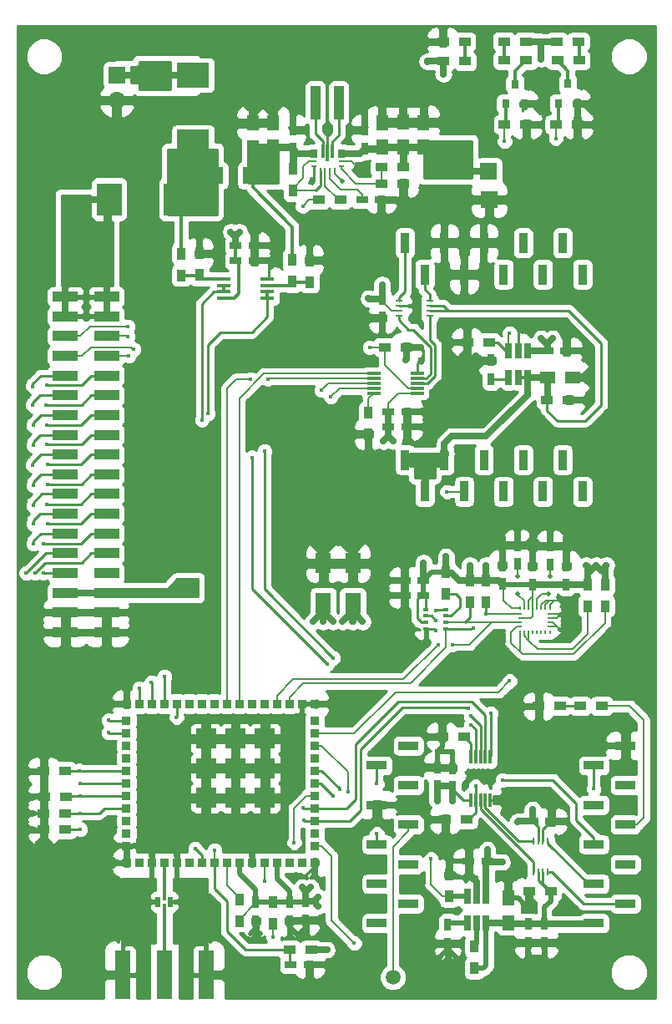
<source format=gbr>
G04 #@! TF.GenerationSoftware,KiCad,Pcbnew,(5.0.0-rc2-dev-491-g430239499)*
G04 #@! TF.CreationDate,2018-09-21T18:59:49-07:00*
G04 #@! TF.ProjectId,PCB_Rev3,5043425F526576332E6B696361645F70,rev?*
G04 #@! TF.SameCoordinates,Original*
G04 #@! TF.FileFunction,Copper,L1,Top,Signal*
G04 #@! TF.FilePolarity,Positive*
%FSLAX46Y46*%
G04 Gerber Fmt 4.6, Leading zero omitted, Abs format (unit mm)*
G04 Created by KiCad (PCBNEW (5.0.0-rc2-dev-491-g430239499)) date 09/21/18 18:59:49*
%MOMM*%
%LPD*%
G01*
G04 APERTURE LIST*
%ADD10R,1.700000X1.700000*%
%ADD11R,2.000001X2.000001*%
%ADD12R,0.910001X0.910001*%
%ADD13R,0.599999X0.240000*%
%ADD14R,0.700001X0.850001*%
%ADD15R,0.349999X1.450000*%
%ADD16R,0.349999X1.799999*%
%ADD17R,0.240000X0.599999*%
%ADD18R,0.900000X1.200000*%
%ADD19C,1.500000*%
%ADD20R,1.200000X0.900000*%
%ADD21R,0.750000X1.200000*%
%ADD22R,1.200000X0.750000*%
%ADD23R,1.250000X1.500000*%
%ADD24R,1.500000X1.250000*%
%ADD25R,2.500000X3.300000*%
%ADD26R,3.300000X2.500000*%
%ADD27O,1.700000X1.700000*%
%ADD28R,0.980000X3.400000*%
%ADD29R,2.000000X1.700000*%
%ADD30R,0.230000X0.350000*%
%ADD31R,0.350000X0.230000*%
%ADD32R,0.500000X0.350000*%
%ADD33R,0.250000X0.750000*%
%ADD34R,0.650000X1.560000*%
%ADD35R,1.400000X0.300000*%
%ADD36R,0.300000X1.400000*%
%ADD37R,0.750000X0.250000*%
%ADD38R,1.450000X0.450000*%
%ADD39R,1.600000X2.000000*%
%ADD40R,1.600000X4.900000*%
%ADD41R,1.500000X4.900000*%
%ADD42R,0.350000X0.350000*%
%ADD43R,0.500000X1.050000*%
%ADD44R,2.000000X0.900000*%
%ADD45R,0.900000X2.000000*%
%ADD46R,2.580000X1.000000*%
%ADD47R,0.800000X0.900000*%
%ADD48C,0.500000*%
%ADD49C,0.800000*%
%ADD50C,0.450000*%
%ADD51C,0.600000*%
%ADD52C,0.550000*%
%ADD53C,0.650000*%
%ADD54C,0.250000*%
%ADD55C,0.230000*%
%ADD56C,0.200000*%
%ADD57C,0.800000*%
%ADD58C,0.500000*%
%ADD59C,0.350000*%
%ADD60C,0.254000*%
G04 APERTURE END LIST*
D10*
X182181500Y-64681100D03*
D11*
X153440000Y-125325002D03*
X156440000Y-125325005D03*
X159440001Y-125325002D03*
X153440000Y-122325003D03*
X156440000Y-122325000D03*
X159440001Y-122325003D03*
X153440000Y-119325001D03*
X156440000Y-119325004D03*
X159440001Y-119325001D03*
D12*
X164490001Y-117475003D03*
X164490001Y-118745003D03*
X164490001Y-120015003D03*
X164490001Y-121285003D03*
X164490001Y-122555003D03*
X164490001Y-123825003D03*
X164490001Y-125095003D03*
X164490001Y-126365003D03*
X164490001Y-127635003D03*
X164490001Y-128905003D03*
X164490001Y-130175003D03*
X164465000Y-131875002D03*
X163195000Y-131875002D03*
X161925000Y-131875002D03*
X160655000Y-131875002D03*
X159385000Y-131875002D03*
X158115000Y-131875002D03*
X156845000Y-131875002D03*
X155575000Y-131875002D03*
X154305000Y-131875002D03*
X153035000Y-131875002D03*
X151765000Y-131875002D03*
X150495000Y-131875002D03*
X149225000Y-131875002D03*
X147955000Y-131875002D03*
X146685000Y-131875002D03*
X145415000Y-131875002D03*
X145389999Y-130175003D03*
X145389999Y-128905003D03*
X145389999Y-127635003D03*
X145389999Y-126365003D03*
X145389999Y-125095003D03*
X145389999Y-123825003D03*
X145389999Y-122555003D03*
X145389999Y-121285003D03*
X145389999Y-120015003D03*
X145389999Y-118745003D03*
X145389999Y-117475003D03*
X145415000Y-115775001D03*
X146685000Y-115775001D03*
X147955000Y-115775001D03*
X149225000Y-115775001D03*
X150495000Y-115775001D03*
X151765000Y-115775001D03*
X153035000Y-115775001D03*
X154305000Y-115775001D03*
X155575000Y-115775001D03*
X156845000Y-115775001D03*
X158115000Y-115775001D03*
X159385000Y-115775001D03*
X160655000Y-115775001D03*
X161925000Y-115775001D03*
X163195000Y-115775001D03*
X164465000Y-115775001D03*
D13*
X164390499Y-61253500D03*
X164390499Y-60753501D03*
D14*
X164390499Y-60003500D03*
X164390499Y-60003500D03*
D15*
X165290500Y-59753500D03*
D16*
X165790499Y-59928501D03*
D15*
X166290498Y-59753500D03*
D14*
X167190499Y-60003500D03*
X167190499Y-60003500D03*
D13*
X167190499Y-60753501D03*
X167190499Y-61253500D03*
D17*
X166540497Y-61678500D03*
X166040499Y-61678500D03*
X165540497Y-61678500D03*
X165040498Y-61678500D03*
D18*
X193929000Y-105875000D03*
X193929000Y-103675000D03*
D19*
X172415200Y-143510000D03*
D20*
X179682500Y-48679100D03*
X177482500Y-48679100D03*
X179725500Y-50647600D03*
X177525500Y-50647600D03*
X189407800Y-116001800D03*
X187207800Y-116001800D03*
X191398800Y-116001800D03*
X193598800Y-116001800D03*
X190246000Y-84963000D03*
X188046000Y-84963000D03*
D21*
X188341000Y-101661000D03*
X188341000Y-99761000D03*
X185039000Y-99700000D03*
X185039000Y-101600000D03*
X183515000Y-103632000D03*
X183515000Y-101732000D03*
X186563000Y-103693000D03*
X186563000Y-101793000D03*
X189992000Y-101793000D03*
X189992000Y-103693000D03*
D22*
X175514000Y-103251000D03*
X173614000Y-103251000D03*
X173609000Y-104775000D03*
X175509000Y-104775000D03*
D21*
X187769500Y-138117500D03*
X187769500Y-140017500D03*
X186118500Y-140017500D03*
X186118500Y-138117500D03*
D23*
X184086500Y-137985500D03*
X184086500Y-135485500D03*
D22*
X188465500Y-127698500D03*
X186565500Y-127698500D03*
D21*
X177985500Y-138176000D03*
X177985500Y-140076000D03*
D22*
X180088500Y-131762500D03*
X181988500Y-131762500D03*
X173855442Y-86183407D03*
X171955442Y-86183407D03*
D21*
X176911000Y-122237500D03*
X176911000Y-124137500D03*
D22*
X171955442Y-87707407D03*
X173855442Y-87707407D03*
D21*
X178435000Y-124206000D03*
X178435000Y-122306000D03*
X171323000Y-76642000D03*
X171323000Y-74742000D03*
D24*
X190627000Y-82677000D03*
X188127000Y-82677000D03*
D21*
X182372000Y-82865000D03*
X182372000Y-80965000D03*
D22*
X188087000Y-80010000D03*
X189987000Y-80010000D03*
X156469000Y-70866000D03*
X158369000Y-70866000D03*
X158369000Y-69342000D03*
X156469000Y-69342000D03*
D23*
X158178500Y-59416000D03*
X158178500Y-56916000D03*
X160274000Y-56872500D03*
X160274000Y-59372500D03*
D21*
X162242500Y-59502000D03*
X162242500Y-57602000D03*
D22*
X171191000Y-64706500D03*
X169291000Y-64706500D03*
D21*
X169545000Y-57599500D03*
X169545000Y-59499500D03*
D23*
X175514000Y-56852500D03*
X175514000Y-59352500D03*
X173418500Y-56832500D03*
X173418500Y-59332500D03*
X171323000Y-59372500D03*
X171323000Y-56872500D03*
D25*
X150431500Y-64643000D03*
X143631500Y-64643000D03*
D26*
X152146000Y-52064500D03*
X152146000Y-58864500D03*
D27*
X144399000Y-54610000D03*
D10*
X144399000Y-52070000D03*
D28*
X166920000Y-54864000D03*
X164550000Y-54864000D03*
D18*
X192151000Y-103675000D03*
X192151000Y-105875000D03*
X177800000Y-104605000D03*
X177800000Y-102405000D03*
D20*
X186204500Y-134810500D03*
X188404500Y-134810500D03*
D18*
X180657500Y-140398500D03*
X180657500Y-142598500D03*
X178117500Y-133118500D03*
X178117500Y-135318500D03*
D20*
X171577000Y-79629000D03*
X173777000Y-79629000D03*
X179916000Y-127508000D03*
X177716000Y-127508000D03*
D18*
X169926000Y-88433000D03*
X169926000Y-86233000D03*
D20*
X177419000Y-119126000D03*
X179619000Y-119126000D03*
X182159000Y-79121000D03*
X179959000Y-79121000D03*
D18*
X152775720Y-70124968D03*
X152775720Y-72324968D03*
X162179000Y-70782000D03*
X162179000Y-72982000D03*
X163957000Y-70823468D03*
X163957000Y-73023468D03*
D29*
X158178500Y-62230000D03*
X154178500Y-62230000D03*
D18*
X150934220Y-70145468D03*
X150934220Y-72345468D03*
X162242500Y-61531500D03*
X162242500Y-63731500D03*
D20*
X171259500Y-63055500D03*
X173459500Y-63055500D03*
X173439000Y-61404500D03*
X171239000Y-61404500D03*
X167068500Y-64706500D03*
X164868500Y-64706500D03*
D30*
X188322000Y-108540000D03*
X187892000Y-108540000D03*
X187462000Y-108540000D03*
X187032000Y-108540000D03*
X186602000Y-108540000D03*
X186172000Y-108540000D03*
X185742000Y-108540000D03*
X185312000Y-108540000D03*
X188322000Y-106090000D03*
X187892000Y-106090000D03*
X187462000Y-106090000D03*
X187032000Y-106090000D03*
X186602000Y-106090000D03*
X186172000Y-106090000D03*
X185742000Y-106090000D03*
D31*
X188292000Y-107960000D03*
X185342000Y-107960000D03*
X188292000Y-107530000D03*
X185342000Y-107530000D03*
X188292000Y-107100000D03*
X185342000Y-107100000D03*
X188292000Y-106670000D03*
X185342000Y-106670000D03*
D30*
X185312000Y-106090000D03*
D32*
X175759000Y-108163000D03*
X175759000Y-107513000D03*
X175759000Y-106863000D03*
X175759000Y-106213000D03*
X177809000Y-106213000D03*
X177809000Y-106863000D03*
X177809000Y-107513000D03*
X177809000Y-108163000D03*
D33*
X188138500Y-129704500D03*
X187638500Y-129704500D03*
X187138500Y-129704500D03*
X186638500Y-129704500D03*
X186638500Y-132804500D03*
X187138500Y-132804500D03*
X187638500Y-132804500D03*
X188138500Y-132804500D03*
D34*
X180911500Y-138018500D03*
X181861500Y-138018500D03*
X179961500Y-138018500D03*
X179961500Y-135318500D03*
X180911500Y-135318500D03*
X181861500Y-135318500D03*
D35*
X170456500Y-84312000D03*
X170456500Y-83812000D03*
X170456500Y-83312000D03*
X170456500Y-82812000D03*
X170456500Y-82312000D03*
X174856500Y-82312000D03*
X174856500Y-82812000D03*
X174856500Y-83312000D03*
X174856500Y-83812000D03*
X174856500Y-84312000D03*
D36*
X180292500Y-125517000D03*
X180792500Y-125517000D03*
X181292500Y-125517000D03*
X181792500Y-125517000D03*
X182292500Y-125517000D03*
X182292500Y-121117000D03*
X181792500Y-121117000D03*
X181292500Y-121117000D03*
X180792500Y-121117000D03*
X180292500Y-121117000D03*
D37*
X176149000Y-74946000D03*
X176149000Y-75446000D03*
X176149000Y-75946000D03*
X176149000Y-76446000D03*
X173049000Y-76446000D03*
X173049000Y-75946000D03*
X173049000Y-75446000D03*
X173049000Y-74946000D03*
D34*
X186052500Y-79993500D03*
X185102500Y-79993500D03*
X184152500Y-79993500D03*
X184152500Y-82693500D03*
X186052500Y-82693500D03*
X185102500Y-82693500D03*
D38*
X155252220Y-74668968D03*
X155252220Y-74018968D03*
X155252220Y-73368968D03*
X155252220Y-72718968D03*
X159652220Y-72718968D03*
X159652220Y-73368968D03*
X159652220Y-74018968D03*
X159652220Y-74668968D03*
D39*
X168342832Y-105532168D03*
X168342832Y-101532168D03*
X165354000Y-101537000D03*
X165354000Y-105537000D03*
D21*
X163576000Y-135829000D03*
X163576000Y-137729000D03*
X161925000Y-137795000D03*
X161925000Y-135895000D03*
X158496000Y-135895000D03*
X158496000Y-137795000D03*
D40*
X144975000Y-143256000D03*
X153475000Y-143256000D03*
D41*
X149225000Y-143256000D03*
D18*
X156845000Y-137795000D03*
X156845000Y-135595000D03*
X160274000Y-138049000D03*
X160274000Y-135849000D03*
D42*
X149225000Y-136194800D03*
D43*
X148600000Y-135869799D03*
D42*
X149225000Y-135544798D03*
D43*
X149850000Y-135869799D03*
D18*
X181864000Y-105451000D03*
X181864000Y-103251000D03*
X180213000Y-103251000D03*
X180213000Y-105451000D03*
D44*
X173988000Y-120036000D03*
X173988000Y-124036000D03*
X173988000Y-128036000D03*
X173988000Y-132036000D03*
X170788000Y-122036000D03*
X170788000Y-126036000D03*
X170788000Y-130036000D03*
X170788000Y-134036000D03*
X173988000Y-136036000D03*
X170788000Y-138036000D03*
X195988000Y-120036000D03*
X195988000Y-124036000D03*
X195988000Y-128036000D03*
X195988000Y-132036000D03*
X192788000Y-122036000D03*
X192788000Y-126036000D03*
X192788000Y-130036000D03*
X192788000Y-134036000D03*
X195988000Y-136036000D03*
X192788000Y-138036000D03*
D45*
X191630000Y-72261000D03*
X189630000Y-69061000D03*
X187630000Y-72261000D03*
X183630000Y-72261000D03*
X179630000Y-72261000D03*
X175630000Y-72261000D03*
X185630000Y-69061000D03*
X181630000Y-69061000D03*
X177630000Y-69061000D03*
X173630000Y-69061000D03*
X191630000Y-94261000D03*
X189630000Y-91061000D03*
X187630000Y-94261000D03*
X183630000Y-94261000D03*
X179630000Y-94261000D03*
X175630000Y-94261000D03*
X185630000Y-91061000D03*
X181630000Y-91061000D03*
X177630000Y-91061000D03*
X173630000Y-91061000D03*
D20*
X136992000Y-122618500D03*
X139192000Y-122618500D03*
D22*
X163952000Y-142240000D03*
X162052000Y-142240000D03*
D46*
X143362000Y-108519000D03*
X139192000Y-108519000D03*
X143362000Y-106519000D03*
X139192000Y-106519000D03*
X143362000Y-104519000D03*
X139192000Y-104519000D03*
X143362000Y-102519000D03*
X139192000Y-102519000D03*
X143362000Y-100519000D03*
X139192000Y-100519000D03*
X143362000Y-98519000D03*
X139192000Y-98519000D03*
X143362000Y-96519000D03*
X139192000Y-96519000D03*
X143362000Y-94519000D03*
X139192000Y-94519000D03*
X143362000Y-92519000D03*
X139192000Y-92519000D03*
X143362000Y-90519000D03*
X139192000Y-90519000D03*
X143362000Y-88519000D03*
X139192000Y-88519000D03*
X143362000Y-86519000D03*
X139192000Y-86519000D03*
X143362000Y-84519000D03*
X139192000Y-84519000D03*
X143362000Y-82519000D03*
X139192000Y-82519000D03*
X143362000Y-80519000D03*
X139192000Y-80519000D03*
X143362000Y-78519000D03*
X139192000Y-78519000D03*
X143362000Y-76519000D03*
X139192000Y-76519000D03*
X143362000Y-74519000D03*
X139192000Y-74519000D03*
D20*
X136992000Y-128524000D03*
X139192000Y-128524000D03*
X139192000Y-126873000D03*
X136992000Y-126873000D03*
X164125000Y-140716000D03*
X161925000Y-140716000D03*
X137033000Y-125222000D03*
X139233000Y-125222000D03*
X183664500Y-48641000D03*
X185864500Y-48641000D03*
X189026800Y-48666400D03*
X191226800Y-48666400D03*
X185905500Y-50546000D03*
X183705500Y-50546000D03*
X189082500Y-50546000D03*
X191282500Y-50546000D03*
X183743600Y-57048400D03*
X185943600Y-57048400D03*
X188942800Y-57048400D03*
X191142800Y-57048400D03*
D47*
X184785000Y-52975000D03*
X185735000Y-54975000D03*
X183835000Y-54975000D03*
X189194400Y-54949600D03*
X191094400Y-54949600D03*
X190144400Y-52949600D03*
D10*
X182118000Y-61810900D03*
D48*
X164211000Y-62992000D03*
X167259000Y-62801500D03*
X168846500Y-61404500D03*
D49*
X177038000Y-59182000D03*
X177038000Y-60642500D03*
X177038000Y-62103000D03*
X178435000Y-62103000D03*
X178435000Y-59182000D03*
X178435000Y-60642500D03*
X179895500Y-59182000D03*
X179895500Y-62103000D03*
X179895500Y-60642500D03*
D50*
X163258500Y-65341500D03*
D48*
X185039000Y-104648000D03*
X185039000Y-102870000D03*
D50*
X160274000Y-139446000D03*
X159385000Y-133731000D03*
D48*
X188341000Y-102870000D03*
X188214000Y-104648000D03*
D50*
X181864000Y-106670000D03*
X180530500Y-108140500D03*
X189357000Y-105283000D03*
X190171200Y-105283000D03*
X189357000Y-106783000D03*
X190171200Y-106783000D03*
X189357000Y-108283000D03*
X190171200Y-108283000D03*
X159867600Y-69342000D03*
X159867600Y-70866000D03*
X160731200Y-69342000D03*
X160731200Y-70866000D03*
D51*
X157480000Y-54991000D03*
X157480000Y-53975000D03*
X159258000Y-53975000D03*
X159258000Y-54991000D03*
X161036000Y-54991000D03*
X161036000Y-53975000D03*
X177673000Y-67056000D03*
X177673000Y-70993000D03*
X179578000Y-70485000D03*
X179578000Y-74168000D03*
X181610000Y-67056000D03*
X181610000Y-70993000D03*
D50*
X174625000Y-75184000D03*
X174625000Y-75819000D03*
D51*
X171323000Y-78105000D03*
X170053000Y-76708000D03*
X175260000Y-79629000D03*
X175260000Y-80899000D03*
X173736000Y-80899000D03*
X179451000Y-80518000D03*
X180848000Y-80518000D03*
X180848000Y-81788000D03*
X179451000Y-81788000D03*
X191643000Y-80010000D03*
X192405000Y-81915000D03*
X192405000Y-83312000D03*
X191897000Y-84963000D03*
X175387000Y-86106000D03*
X175387000Y-87757000D03*
X168402000Y-88519000D03*
X169926000Y-90170000D03*
X175895000Y-48641000D03*
X187452000Y-55753000D03*
X187452000Y-54610000D03*
X187452000Y-57023000D03*
X192659000Y-57023000D03*
X192659000Y-54610000D03*
X192659000Y-55753000D03*
X152781000Y-68707000D03*
X154305000Y-70104000D03*
X171323000Y-54991000D03*
X173355000Y-54991000D03*
X175514000Y-54991000D03*
X169545000Y-55880000D03*
X162306000Y-56007000D03*
X171323000Y-53594000D03*
X173355000Y-53594000D03*
X175514000Y-53594000D03*
X169545000Y-54356000D03*
X162306000Y-54610000D03*
X172720000Y-64770000D03*
X173990000Y-64770000D03*
X164211000Y-52324000D03*
X165735000Y-52324000D03*
X167259000Y-52324000D03*
X163957000Y-69342000D03*
X165354000Y-70866000D03*
X173609000Y-101981000D03*
X172085000Y-103251000D03*
X172085000Y-104775000D03*
X173609000Y-106045000D03*
D50*
X176784000Y-106299000D03*
X176784000Y-107315000D03*
X176784000Y-108331000D03*
D51*
X186563000Y-100203000D03*
X186563000Y-99060000D03*
X185039000Y-98044000D03*
X188341000Y-98044000D03*
X186563000Y-98044000D03*
X183515000Y-100076000D03*
X189992000Y-100076000D03*
X189992000Y-98933000D03*
X183515000Y-98933000D03*
X187198000Y-114554000D03*
X185547000Y-115951000D03*
X187198000Y-117475000D03*
X194056000Y-120015000D03*
X195834000Y-118745000D03*
X195834000Y-121412000D03*
X175895000Y-119126000D03*
X176911000Y-120650000D03*
X178435000Y-120650000D03*
X177800000Y-128778000D03*
X176149000Y-127508000D03*
X180086000Y-130429000D03*
X178054000Y-130429000D03*
X178054000Y-131572000D03*
X172593000Y-126111000D03*
X178816000Y-141478000D03*
X177165000Y-141478000D03*
X186055000Y-141478000D03*
X186055000Y-142494000D03*
X187833000Y-141478000D03*
X187833000Y-142494000D03*
X185674000Y-136017000D03*
X186817000Y-136017000D03*
X185674000Y-136779000D03*
X186817000Y-136779000D03*
X188468000Y-126492000D03*
X189865000Y-127635000D03*
X164338000Y-99568000D03*
X165354000Y-99568000D03*
X166370000Y-99568000D03*
X167386000Y-99568000D03*
X168275000Y-99568000D03*
X169164000Y-99568000D03*
X151003000Y-104521000D03*
X186563000Y-126492000D03*
X192024000Y-101727000D03*
X177800000Y-100838000D03*
X187452000Y-50419000D03*
X187452000Y-78740000D03*
X188595000Y-78740000D03*
D52*
X156845000Y-67945000D03*
X155956000Y-67945000D03*
D51*
X171323000Y-73279000D03*
X169926000Y-74676000D03*
X171450000Y-89154000D03*
X172466000Y-89154000D03*
X187452000Y-48768000D03*
X177546000Y-51943000D03*
X175895000Y-50673000D03*
X175514000Y-101473000D03*
X180213000Y-101727000D03*
X181864000Y-101727000D03*
X193040000Y-101727000D03*
X194056000Y-101727000D03*
X185039000Y-127762000D03*
X176911000Y-125603000D03*
X178435000Y-125603000D03*
X183515000Y-131826000D03*
X181991000Y-130556000D03*
X165735000Y-140716000D03*
X164846000Y-136271000D03*
X163195000Y-134366000D03*
X164084000Y-134366000D03*
X164846000Y-135382000D03*
X151003000Y-103378000D03*
X152400000Y-103378000D03*
X152400000Y-104521000D03*
X164312600Y-107442000D03*
X165328600Y-107442000D03*
X166344600Y-107442000D03*
X167309800Y-107442000D03*
X168325800Y-107442000D03*
X169341800Y-107442000D03*
D50*
X135940800Y-89560400D03*
X154330400Y-130606800D03*
X140665200Y-125095003D03*
X137007600Y-102514400D03*
X146710400Y-114198400D03*
X137312400Y-95554800D03*
X143560800Y-117449600D03*
X135940800Y-95707200D03*
X149250400Y-113030000D03*
X137363200Y-93522800D03*
X147929600Y-113588800D03*
X135940800Y-93624400D03*
X135890000Y-91643200D03*
X163372800Y-127609600D03*
X180035200Y-116230400D03*
X182321200Y-116738400D03*
X137414000Y-91541600D03*
X163322000Y-126339600D03*
X192786000Y-124409200D03*
X135940800Y-87579200D03*
X170789600Y-123901200D03*
X137312400Y-87528400D03*
X170789600Y-128981200D03*
X137312400Y-89509600D03*
X180340000Y-117906800D03*
X135890000Y-83616800D03*
X180340000Y-117043200D03*
X137312400Y-83515200D03*
X137261600Y-85496400D03*
X183540400Y-123494800D03*
X135890000Y-85547200D03*
X180797200Y-124155200D03*
X145592800Y-80518000D03*
X177901600Y-94284800D03*
X145542000Y-77520800D03*
X170078400Y-79654400D03*
X166116000Y-84683600D03*
X146112544Y-79849821D03*
X165150800Y-83972400D03*
X145542000Y-78536800D03*
X176987200Y-109778800D03*
X178460400Y-109778800D03*
X167843200Y-124714000D03*
X176276000Y-131521200D03*
X184251600Y-113487200D03*
X184251600Y-78232000D03*
X168503600Y-140055600D03*
X188925200Y-58470800D03*
X162407600Y-129844800D03*
X183743600Y-58775600D03*
X153670000Y-86360000D03*
X159385000Y-90170000D03*
X166370000Y-125095000D03*
X166370000Y-111125000D03*
X153035000Y-86995000D03*
X158115000Y-90805000D03*
X167005000Y-124460000D03*
X165735000Y-111760000D03*
X159715200Y-82854800D03*
X157988000Y-82854800D03*
X140716000Y-126873000D03*
X136093200Y-102514400D03*
X152349200Y-130454400D03*
X140716000Y-128524000D03*
X135229600Y-102514400D03*
X140665200Y-123850400D03*
X135940800Y-99568000D03*
X140614400Y-122555003D03*
X136956800Y-99568000D03*
X143560800Y-118719600D03*
X135940800Y-97536000D03*
X150469600Y-117144800D03*
X137363200Y-97536000D03*
D51*
X153416000Y-118618000D03*
X156416000Y-118618000D03*
X159416000Y-118618000D03*
X153416000Y-121618000D03*
X156416000Y-121618000D03*
X159416000Y-121618000D03*
X153416000Y-124618000D03*
X156416000Y-124618000D03*
X159416000Y-124618000D03*
X152781000Y-119253000D03*
X155781000Y-119253000D03*
X158781000Y-119253000D03*
X152781000Y-122253000D03*
X155781000Y-122253000D03*
X158781000Y-122253000D03*
X152781000Y-125253000D03*
X155781000Y-125253000D03*
X158781000Y-125253000D03*
X153416000Y-120015000D03*
X156416000Y-120015000D03*
X159416000Y-120015000D03*
X153416000Y-123015000D03*
X156416000Y-123015000D03*
X159416000Y-123015000D03*
X153416000Y-126015000D03*
X156416000Y-126015000D03*
X159416000Y-126015000D03*
X154051000Y-119253000D03*
X157051000Y-119253000D03*
X160051000Y-119253000D03*
X154051000Y-122253000D03*
X157051000Y-122253000D03*
X160051000Y-122253000D03*
X154051000Y-125253000D03*
X157051000Y-125253000D03*
X160051000Y-125253000D03*
D50*
X163576000Y-133223000D03*
X143891000Y-129679700D03*
X143891000Y-130822700D03*
X143891000Y-132346700D03*
X144018000Y-115697000D03*
X185115200Y-77724000D03*
D51*
X167259000Y-51054000D03*
X164211000Y-51054000D03*
X165735000Y-51054000D03*
X184111900Y-125488700D03*
D50*
X161950400Y-139293600D03*
X162775900Y-139293600D03*
X163626800Y-139293600D03*
X157975300Y-139141200D03*
X158991300Y-139141200D03*
X143891000Y-131445000D03*
D51*
X136359900Y-129971800D03*
X137655300Y-129971800D03*
X136994900Y-130721100D03*
D50*
X158127700Y-130581400D03*
D51*
X165735000Y-142367000D03*
D50*
X145161000Y-133858000D03*
X146161000Y-133858000D03*
X147161000Y-133858000D03*
X150288000Y-133858000D03*
X151288000Y-133858000D03*
X152288000Y-133858000D03*
X153288000Y-133858000D03*
X145161000Y-134858000D03*
X146161000Y-134858000D03*
X147161000Y-134858000D03*
X151288000Y-134858000D03*
X152288000Y-134858000D03*
X153288000Y-134858000D03*
X145161000Y-135858000D03*
X146161000Y-135858000D03*
X147161000Y-135858000D03*
X151288000Y-135858000D03*
X152288000Y-135858000D03*
X153288000Y-135858000D03*
X145161000Y-136858000D03*
X146161000Y-136858000D03*
X147161000Y-136858000D03*
X151288000Y-136858000D03*
X152288000Y-136858000D03*
X153288000Y-136858000D03*
X145161000Y-137858000D03*
X146161000Y-137858000D03*
X147161000Y-137858000D03*
X150288000Y-137858000D03*
X151288000Y-137858000D03*
X152288000Y-137858000D03*
X153288000Y-137858000D03*
X145161000Y-138858000D03*
X146161000Y-138858000D03*
X147161000Y-138858000D03*
X150288000Y-138858000D03*
X151288000Y-138858000D03*
X152288000Y-138858000D03*
X153288000Y-138858000D03*
X145161000Y-139858000D03*
X146161000Y-139858000D03*
X147161000Y-139858000D03*
X150288000Y-139858000D03*
X151288000Y-139858000D03*
X152288000Y-139858000D03*
X153288000Y-139858000D03*
X147161000Y-140858000D03*
X151288000Y-140858000D03*
X147161000Y-141858000D03*
X151288000Y-141858000D03*
X147161000Y-142858000D03*
X151288000Y-142858000D03*
X148050000Y-133858000D03*
X148050000Y-139858000D03*
X148050000Y-137858000D03*
X148050000Y-138858000D03*
D51*
X134620000Y-53498000D03*
X134620000Y-56498000D03*
X134620000Y-59498000D03*
X134620000Y-62498000D03*
X134620000Y-65498000D03*
X134620000Y-68498000D03*
X134620000Y-71498000D03*
X134620000Y-74498000D03*
X134620000Y-77498000D03*
X134620000Y-80498000D03*
X140335000Y-47498000D03*
X143335000Y-47498000D03*
X146335000Y-47498000D03*
X149335000Y-47498000D03*
X152335000Y-47498000D03*
X155335000Y-47498000D03*
X158335000Y-47498000D03*
X161335000Y-47498000D03*
X164335000Y-47498000D03*
X167335000Y-47498000D03*
X170335000Y-47498000D03*
X173335000Y-47498000D03*
X134493000Y-106553000D03*
X134493000Y-109553000D03*
X134493000Y-112553000D03*
X134493000Y-115553000D03*
X134493000Y-118553000D03*
X134493000Y-121553000D03*
X134493000Y-124553000D03*
X134493000Y-127553000D03*
X134493000Y-130553000D03*
X134493000Y-133553000D03*
X134493000Y-136553000D03*
X134493000Y-139553000D03*
X198805800Y-52324000D03*
X198805800Y-55324000D03*
X198805800Y-58324000D03*
X198805800Y-61324000D03*
X198805800Y-64324000D03*
X198805800Y-67324000D03*
X198805800Y-70324000D03*
X198805800Y-73324000D03*
X198805800Y-76324000D03*
X198805800Y-79324000D03*
X198805800Y-82324000D03*
X198805800Y-85324000D03*
X198805800Y-88324000D03*
X198805800Y-91324000D03*
X198805800Y-94324000D03*
X198805800Y-97324000D03*
X198805800Y-100324000D03*
X198805800Y-103324000D03*
X198805800Y-82324000D03*
X198805800Y-85324000D03*
X198805800Y-88324000D03*
X198805800Y-91324000D03*
X198805800Y-94324000D03*
X198805800Y-97324000D03*
X198805800Y-100324000D03*
X198805800Y-103324000D03*
X198805800Y-82324000D03*
X198805800Y-85324000D03*
X198805800Y-88324000D03*
X198805800Y-91324000D03*
X198805800Y-94324000D03*
X198805800Y-97324000D03*
X198805800Y-100324000D03*
X198805800Y-103324000D03*
X198805800Y-106324000D03*
X198805800Y-109324000D03*
X198805800Y-112324000D03*
X198805800Y-115324000D03*
X198805800Y-118324000D03*
X198805800Y-121324000D03*
X198805800Y-124324000D03*
X198805800Y-127324000D03*
X198805800Y-130324000D03*
X198805800Y-133324000D03*
X198805800Y-136324000D03*
X198805800Y-139324000D03*
X158889700Y-145415000D03*
X161889700Y-145415000D03*
X164889700Y-145415000D03*
X167889700Y-145415000D03*
X170889700Y-145415000D03*
X173889700Y-145415000D03*
X176889700Y-145415000D03*
X179889700Y-145415000D03*
X182889700Y-145415000D03*
X185889700Y-145415000D03*
X188889700Y-145415000D03*
X191889700Y-145415000D03*
X150825200Y-96240600D03*
X152325200Y-96240600D03*
X153825200Y-96240600D03*
X150825200Y-97740600D03*
X152325200Y-97740600D03*
X153825200Y-97740600D03*
X150825200Y-99240600D03*
X152325200Y-99240600D03*
X153825200Y-99240600D03*
X150825200Y-100740600D03*
X152325200Y-100740600D03*
X153825200Y-100740600D03*
D53*
X180088500Y-133065500D02*
X180088500Y-131762500D01*
X180911500Y-135318500D02*
X180911500Y-133888500D01*
X180911500Y-133888500D02*
X180088500Y-133065500D01*
D54*
X187638500Y-128525500D02*
X188465500Y-127698500D01*
X187638500Y-129704500D02*
X187638500Y-128525500D01*
D55*
X164390499Y-61253500D02*
X164390499Y-62812501D01*
X164390499Y-62812501D02*
X164211000Y-62992000D01*
D56*
X166540497Y-61678500D02*
X166540497Y-62082997D01*
X166540497Y-62082997D02*
X167259000Y-62801500D01*
X167190499Y-60753501D02*
X168195501Y-60753501D01*
X168195501Y-60753501D02*
X168846500Y-61404500D01*
D53*
X181861500Y-131889500D02*
X181988500Y-131762500D01*
X181861500Y-135318500D02*
X181861500Y-131889500D01*
D54*
X187138500Y-128271500D02*
X186565500Y-127698500D01*
X187138500Y-129704500D02*
X187138500Y-128271500D01*
D55*
X178435000Y-124431000D02*
X178435000Y-124206000D01*
X179521000Y-125517000D02*
X178435000Y-124431000D01*
X180292500Y-125517000D02*
X179521000Y-125517000D01*
D53*
X178366500Y-124137500D02*
X178435000Y-124206000D01*
X176911000Y-124137500D02*
X178366500Y-124137500D01*
D55*
X171730442Y-87707407D02*
X171955442Y-87707407D01*
D53*
X171955442Y-86183407D02*
X171955442Y-87707407D01*
X169041000Y-60003500D02*
X169545000Y-59499500D01*
X167190499Y-60003500D02*
X169041000Y-60003500D01*
D57*
X171196000Y-59499500D02*
X171323000Y-59372500D01*
X169545000Y-59499500D02*
X171196000Y-59499500D01*
X173378500Y-59372500D02*
X173418500Y-59332500D01*
X171323000Y-59372500D02*
X173378500Y-59372500D01*
X173438500Y-59352500D02*
X173418500Y-59332500D01*
X175514000Y-59352500D02*
X173438500Y-59352500D01*
X173418500Y-61384000D02*
X173439000Y-61404500D01*
X173418500Y-59332500D02*
X173418500Y-61384000D01*
X176867500Y-59352500D02*
X177038000Y-59182000D01*
X175514000Y-59352500D02*
X176867500Y-59352500D01*
D56*
X164868500Y-64706500D02*
X163893500Y-64706500D01*
X163893500Y-64706500D02*
X163258500Y-65341500D01*
D53*
X188070500Y-79993500D02*
X188087000Y-80010000D01*
X186052500Y-79993500D02*
X188070500Y-79993500D01*
D56*
X174856500Y-84312000D02*
X172990000Y-84312000D01*
X171955442Y-85346558D02*
X171955442Y-86183407D01*
X172990000Y-84312000D02*
X171955442Y-85346558D01*
X158496000Y-135994000D02*
X158496000Y-135895000D01*
X156845000Y-137645000D02*
X158496000Y-135994000D01*
X156845000Y-137795000D02*
X156845000Y-137645000D01*
D58*
X156845000Y-131875002D02*
X156845000Y-132969000D01*
X158496000Y-134620000D02*
X158496000Y-135895000D01*
X156845000Y-132969000D02*
X158496000Y-134620000D01*
X160228000Y-135895000D02*
X160274000Y-135849000D01*
X158496000Y-135895000D02*
X160228000Y-135895000D01*
X161879000Y-135849000D02*
X161925000Y-135895000D01*
X160274000Y-135849000D02*
X161879000Y-135849000D01*
X161925000Y-134795000D02*
X160655000Y-133525000D01*
X161925000Y-135895000D02*
X161925000Y-134795000D01*
X160655000Y-133525000D02*
X160655000Y-131875002D01*
X163510000Y-135895000D02*
X163576000Y-135829000D01*
X161925000Y-135895000D02*
X163510000Y-135895000D01*
D56*
X186602000Y-106090000D02*
X186602000Y-106895000D01*
X186397000Y-107100000D02*
X185342000Y-107100000D01*
X186602000Y-106895000D02*
X186397000Y-107100000D01*
X186563000Y-103693000D02*
X186563000Y-104902000D01*
X186172000Y-105293000D02*
X186172000Y-106090000D01*
X186563000Y-104902000D02*
X186172000Y-105293000D01*
X186602000Y-103732000D02*
X186563000Y-103693000D01*
X184449000Y-106090000D02*
X185312000Y-106090000D01*
X183642000Y-103632000D02*
X183642000Y-105283000D01*
X183642000Y-105283000D02*
X184449000Y-106090000D01*
D53*
X186502000Y-103632000D02*
X186563000Y-103693000D01*
D58*
X186563000Y-103693000D02*
X183576000Y-103693000D01*
X183576000Y-103693000D02*
X183515000Y-103632000D01*
D53*
X186563000Y-103693000D02*
X189992000Y-103693000D01*
D55*
X175759000Y-105025000D02*
X175509000Y-104775000D01*
X175759000Y-106213000D02*
X175759000Y-105025000D01*
X175279000Y-107513000D02*
X175759000Y-107513000D01*
X174879000Y-107113000D02*
X175279000Y-107513000D01*
X174879000Y-105156000D02*
X174879000Y-107113000D01*
X175509000Y-104775000D02*
X175260000Y-104775000D01*
X175260000Y-104775000D02*
X174879000Y-105156000D01*
D58*
X175514000Y-104770000D02*
X175509000Y-104775000D01*
X175514000Y-103251000D02*
X175514000Y-104770000D01*
X176360000Y-102405000D02*
X175514000Y-103251000D01*
X177800000Y-102405000D02*
X176360000Y-102405000D01*
D56*
X186602000Y-106090000D02*
X186602000Y-103732000D01*
D53*
X183134000Y-103251000D02*
X183515000Y-103632000D01*
X181864000Y-103251000D02*
X183134000Y-103251000D01*
X180213000Y-103251000D02*
X181864000Y-103251000D01*
D54*
X161925000Y-142113000D02*
X162052000Y-142240000D01*
X161925000Y-140716000D02*
X161925000Y-142113000D01*
D56*
X185742000Y-106090000D02*
X185742000Y-105351000D01*
X185742000Y-105351000D02*
X185166000Y-104775000D01*
X185166000Y-104775000D02*
X185039000Y-104648000D01*
X185039000Y-102870000D02*
X185039000Y-101600000D01*
D53*
X181894500Y-137985500D02*
X181861500Y-138018500D01*
X184086500Y-137985500D02*
X181894500Y-137985500D01*
D58*
X181607500Y-142598500D02*
X180657500Y-142598500D01*
X181861500Y-142344500D02*
X181607500Y-142598500D01*
X181861500Y-138018500D02*
X181861500Y-142344500D01*
D53*
X187914500Y-137972500D02*
X187769500Y-138117500D01*
X187769500Y-138117500D02*
X186118500Y-138117500D01*
X184218500Y-138117500D02*
X184086500Y-137985500D01*
X186118500Y-138117500D02*
X184218500Y-138117500D01*
D54*
X187638500Y-134044500D02*
X188404500Y-134810500D01*
X187638500Y-132804500D02*
X187638500Y-134044500D01*
X188254500Y-134810500D02*
X188404500Y-134810500D01*
X187138500Y-133694500D02*
X188254500Y-134810500D01*
X187138500Y-132804500D02*
X187138500Y-133694500D01*
D53*
X192706500Y-138117500D02*
X192788000Y-138036000D01*
X187769500Y-138117500D02*
X192706500Y-138117500D01*
D58*
X179928500Y-137985500D02*
X179961500Y-138018500D01*
X177985500Y-137985500D02*
X179928500Y-137985500D01*
D59*
X185102500Y-82693500D02*
X186052500Y-82693500D01*
D53*
X188110500Y-82693500D02*
X188127000Y-82677000D01*
X186052500Y-82693500D02*
X188110500Y-82693500D01*
X177800000Y-90424000D02*
X177757000Y-90467000D01*
X188127000Y-84882000D02*
X188046000Y-84963000D01*
X188127000Y-82677000D02*
X188127000Y-84882000D01*
D55*
X190246000Y-75946000D02*
X193548000Y-79248000D01*
X193548000Y-79248000D02*
X193548000Y-85471000D01*
X193548000Y-85471000D02*
X191897000Y-87122000D01*
X191897000Y-87122000D02*
X189103000Y-87122000D01*
X188046000Y-86065000D02*
X188046000Y-84963000D01*
X189103000Y-87122000D02*
X188046000Y-86065000D01*
X177554000Y-75446000D02*
X178054000Y-75946000D01*
X176149000Y-75446000D02*
X177554000Y-75446000D01*
X176149000Y-75946000D02*
X178054000Y-75946000D01*
X178054000Y-75946000D02*
X190246000Y-75946000D01*
D53*
X186052500Y-82693500D02*
X186052500Y-83566000D01*
X186052500Y-83566000D02*
X186052500Y-84365500D01*
X186052500Y-84457500D02*
X186052500Y-83566000D01*
X181864000Y-88646000D02*
X186052500Y-84457500D01*
X178395000Y-88646000D02*
X181864000Y-88646000D01*
X177630000Y-89411000D02*
X178395000Y-88646000D01*
X177630000Y-91061000D02*
X177630000Y-89411000D01*
X175641000Y-92600000D02*
X175641000Y-91061000D01*
X175630000Y-92611000D02*
X175641000Y-92600000D01*
X175630000Y-94261000D02*
X175630000Y-92611000D01*
X173630000Y-91061000D02*
X175641000Y-91061000D01*
X175641000Y-91061000D02*
X177630000Y-91061000D01*
D55*
X183981000Y-82865000D02*
X184152500Y-82693500D01*
X182372000Y-82865000D02*
X183981000Y-82865000D01*
D57*
X160230500Y-59416000D02*
X160274000Y-59372500D01*
X162113000Y-59372500D02*
X162242500Y-59502000D01*
X160274000Y-59372500D02*
X162113000Y-59372500D01*
X162242500Y-61531500D02*
X162242500Y-59502000D01*
D53*
X162744000Y-60003500D02*
X162242500Y-59502000D01*
X164390499Y-60003500D02*
X162744000Y-60003500D01*
D56*
X169291000Y-64131500D02*
X168786500Y-63627000D01*
X169291000Y-64706500D02*
X169291000Y-64131500D01*
X168786500Y-63627000D02*
X167068500Y-63627000D01*
X166040499Y-62598999D02*
X166040499Y-61678500D01*
X167068500Y-63627000D02*
X166040499Y-62598999D01*
D55*
X180066000Y-127508000D02*
X179916000Y-127508000D01*
X180792500Y-126781500D02*
X180066000Y-127508000D01*
X180792500Y-125517000D02*
X180792500Y-126781500D01*
D56*
X171577000Y-80279000D02*
X171577000Y-79629000D01*
X171577000Y-81432500D02*
X171577000Y-80279000D01*
X173956500Y-83812000D02*
X171577000Y-81432500D01*
X174856500Y-83812000D02*
X173956500Y-83812000D01*
X176149000Y-74946000D02*
X175899000Y-74946000D01*
D55*
X176149000Y-74295000D02*
X176149000Y-74946000D01*
X175630000Y-73776000D02*
X176149000Y-74295000D01*
X175630000Y-72261000D02*
X175630000Y-73776000D01*
D56*
X173049000Y-74946000D02*
X173049000Y-74621000D01*
D55*
X173049000Y-74591000D02*
X173049000Y-74946000D01*
X173630000Y-74010000D02*
X173049000Y-74591000D01*
X173630000Y-69061000D02*
X173630000Y-74010000D01*
X164550000Y-58015000D02*
X164550000Y-54864000D01*
X165290500Y-59753500D02*
X165290500Y-58755500D01*
X165290500Y-58755500D02*
X164550000Y-58015000D01*
X166920000Y-58125998D02*
X166920000Y-54864000D01*
X166290498Y-59753500D02*
X166290498Y-58755500D01*
X166290498Y-58755500D02*
X166920000Y-58125998D01*
X181864000Y-106281000D02*
X181864000Y-106670000D01*
X181864000Y-105451000D02*
X181864000Y-106281000D01*
D56*
X181864000Y-106670000D02*
X185342000Y-106670000D01*
D55*
X181864000Y-106670000D02*
X181864000Y-106680000D01*
D56*
X179697500Y-107513000D02*
X179705000Y-107505500D01*
D55*
X180213000Y-106997500D02*
X179705000Y-107505500D01*
X180213000Y-105451000D02*
X180213000Y-106997500D01*
D56*
X186172000Y-108540000D02*
X186172000Y-109337000D01*
X187071000Y-110236000D02*
X190627000Y-110236000D01*
X192151000Y-108712000D02*
X192151000Y-105875000D01*
X190627000Y-110236000D02*
X192151000Y-108712000D01*
X186174000Y-109347000D02*
X186182000Y-109347000D01*
X185742000Y-108915000D02*
X186174000Y-109347000D01*
X185742000Y-108540000D02*
X185742000Y-108915000D01*
X186172000Y-109337000D02*
X186182000Y-109347000D01*
X186182000Y-109347000D02*
X187071000Y-110236000D01*
X193929000Y-107569000D02*
X193929000Y-105875000D01*
X184967000Y-107960000D02*
X184404000Y-108523000D01*
X185342000Y-107960000D02*
X184967000Y-107960000D01*
X184404000Y-108523000D02*
X184404000Y-109601000D01*
X184404000Y-109601000D02*
X185547000Y-110744000D01*
X185547000Y-110744000D02*
X190754000Y-110744000D01*
X190754000Y-110744000D02*
X193929000Y-107569000D01*
X185312000Y-110509000D02*
X185547000Y-110744000D01*
X185312000Y-108540000D02*
X185312000Y-110509000D01*
D55*
X178773000Y-104605000D02*
X177800000Y-104605000D01*
X179197000Y-105029000D02*
X178773000Y-104605000D01*
X179197000Y-105955000D02*
X179197000Y-105029000D01*
X177809000Y-106863000D02*
X178289000Y-106863000D01*
X178289000Y-106863000D02*
X179197000Y-105955000D01*
D58*
X180911500Y-140144500D02*
X180911500Y-138018500D01*
X180657500Y-140398500D02*
X180911500Y-140144500D01*
X178117500Y-135318500D02*
X179961500Y-135318500D01*
D56*
X169926000Y-84842500D02*
X170456500Y-84312000D01*
X169926000Y-86233000D02*
X169926000Y-84842500D01*
D55*
X180292500Y-119799500D02*
X179619000Y-119126000D01*
X180292500Y-121117000D02*
X180292500Y-119799500D01*
X182989000Y-79121000D02*
X182159000Y-79121000D01*
X184152500Y-79993500D02*
X183861500Y-79993500D01*
X183861500Y-79993500D02*
X182989000Y-79121000D01*
X165040498Y-61678500D02*
X165040498Y-63242002D01*
X165040498Y-63242002D02*
X164551000Y-63731500D01*
D56*
X163890500Y-60753501D02*
X163322000Y-61322001D01*
X164390499Y-60753501D02*
X163890500Y-60753501D01*
X162242500Y-63581500D02*
X162242500Y-63731500D01*
X163322000Y-62502000D02*
X162242500Y-63581500D01*
X163322000Y-61322001D02*
X163322000Y-62502000D01*
X164551000Y-63731500D02*
X162242500Y-63731500D01*
X170459500Y-63055500D02*
X171259500Y-63055500D01*
X168672499Y-63055500D02*
X170459500Y-63055500D01*
X167190499Y-61573500D02*
X168672499Y-63055500D01*
X167190499Y-61253500D02*
X167190499Y-61573500D01*
X171239000Y-63035000D02*
X171259500Y-63055500D01*
X171239000Y-61404500D02*
X171239000Y-63035000D01*
X165540497Y-62178499D02*
X165540497Y-61678500D01*
X165540497Y-63328497D02*
X165540497Y-62178499D01*
X166918500Y-64706500D02*
X165540497Y-63328497D01*
X167068500Y-64706500D02*
X166918500Y-64706500D01*
D55*
X194758000Y-136036000D02*
X195988000Y-136036000D01*
X191725000Y-136036000D02*
X194758000Y-136036000D01*
X188493500Y-132804500D02*
X191725000Y-136036000D01*
X188138500Y-132804500D02*
X188493500Y-132804500D01*
X192220000Y-134036000D02*
X192788000Y-134036000D01*
X188138500Y-129954500D02*
X192220000Y-134036000D01*
X188138500Y-129704500D02*
X188138500Y-129954500D01*
X181792500Y-125517000D02*
X181792500Y-126338874D01*
X181792500Y-126338874D02*
X185158126Y-129704500D01*
X186283500Y-129704500D02*
X186638500Y-129704500D01*
X185158126Y-129704500D02*
X186283500Y-129704500D01*
X181292500Y-126447000D02*
X181292500Y-125517000D01*
X186638500Y-132804500D02*
X186638500Y-131793000D01*
X186638500Y-131793000D02*
X181292500Y-126447000D01*
D56*
X175756500Y-82812000D02*
X174856500Y-82812000D01*
D55*
X175786500Y-82812000D02*
X176276000Y-82322500D01*
X174856500Y-82812000D02*
X175786500Y-82812000D01*
X176276000Y-82322500D02*
X176276000Y-79629000D01*
X176276000Y-79629000D02*
X174498000Y-77851000D01*
X174498000Y-77851000D02*
X173990000Y-77851000D01*
X173049000Y-76910000D02*
X173049000Y-76446000D01*
X173990000Y-77851000D02*
X173049000Y-76910000D01*
D56*
X175899000Y-76446000D02*
X176149000Y-76446000D01*
D55*
X176706010Y-82500615D02*
X176706010Y-79450885D01*
X175929624Y-83277001D02*
X176706010Y-82500615D01*
X174856500Y-83312000D02*
X174856500Y-83277001D01*
X174856500Y-83277001D02*
X175929624Y-83277001D01*
X176149000Y-78893875D02*
X176706010Y-79450885D01*
X176149000Y-76446000D02*
X176149000Y-78893875D01*
D56*
X156845000Y-135445000D02*
X155575000Y-134175000D01*
X156845000Y-135595000D02*
X156845000Y-135445000D01*
X155575000Y-134175000D02*
X155575000Y-131875002D01*
X160274000Y-138049000D02*
X160274000Y-139446000D01*
X159385000Y-133731000D02*
X159385000Y-131875002D01*
X188341000Y-102870000D02*
X188341000Y-101661000D01*
X187032000Y-105664000D02*
X187032000Y-106090000D01*
X187032000Y-105131500D02*
X187032000Y-105664000D01*
X187515500Y-104648000D02*
X187032000Y-105131500D01*
X188214000Y-104648000D02*
X187515500Y-104648000D01*
X161925000Y-115120001D02*
X163316501Y-113728500D01*
X161925000Y-115775001D02*
X161925000Y-115120001D01*
X163316501Y-113728500D02*
X174180500Y-113728500D01*
X177809000Y-110100000D02*
X177809000Y-108163000D01*
X174180500Y-113728500D02*
X177809000Y-110100000D01*
X180508000Y-108163000D02*
X180530500Y-108140500D01*
X180381000Y-108163000D02*
X180508000Y-108163000D01*
D55*
X180381000Y-108163000D02*
X177809000Y-108163000D01*
D56*
X178896500Y-107530000D02*
X178879500Y-107513000D01*
X177809000Y-107513000D02*
X178879500Y-107513000D01*
X178879500Y-107513000D02*
X179697500Y-107513000D01*
D53*
X160089998Y-119325001D02*
X159439999Y-119975000D01*
X160090000Y-119325001D02*
X160089998Y-119325001D01*
D59*
X156469000Y-69342000D02*
X156469000Y-70866000D01*
X156819600Y-71216600D02*
X156469000Y-70866000D01*
X156819600Y-74176588D02*
X156819600Y-71216600D01*
X155252220Y-74668968D02*
X156327220Y-74668968D01*
X156327220Y-74668968D02*
X156819600Y-74176588D01*
D53*
X156469000Y-68458000D02*
X155956000Y-67945000D01*
X156469000Y-69342000D02*
X156469000Y-68458000D01*
X156469000Y-68321000D02*
X156845000Y-67945000D01*
X156469000Y-68458000D02*
X156469000Y-68321000D01*
X188087000Y-79248000D02*
X188595000Y-78740000D01*
X188087000Y-80010000D02*
X188087000Y-79248000D01*
X187960000Y-79248000D02*
X187452000Y-78740000D01*
X188087000Y-79248000D02*
X187960000Y-79248000D01*
X171323000Y-74742000D02*
X171323000Y-73279000D01*
X169992000Y-74742000D02*
X169926000Y-74676000D01*
X171323000Y-74742000D02*
X169992000Y-74742000D01*
D56*
X171323000Y-74967000D02*
X171323000Y-74742000D01*
X172302000Y-75946000D02*
X171323000Y-74967000D01*
X173049000Y-75946000D02*
X172302000Y-75946000D01*
D53*
X171955442Y-88648558D02*
X171450000Y-89154000D01*
X171955442Y-87707407D02*
X171955442Y-88648558D01*
X171955442Y-88643442D02*
X172466000Y-89154000D01*
X171955442Y-87707407D02*
X171955442Y-88643442D01*
X187325000Y-48641000D02*
X187452000Y-48768000D01*
X185864500Y-48641000D02*
X187325000Y-48641000D01*
X187553600Y-48666400D02*
X187452000Y-48768000D01*
X189026800Y-48666400D02*
X187553600Y-48666400D01*
X187452000Y-50419000D02*
X187452000Y-48768000D01*
X175920400Y-50647600D02*
X175895000Y-50673000D01*
X177525500Y-50647600D02*
X175920400Y-50647600D01*
X177525500Y-51922500D02*
X177546000Y-51943000D01*
X177525500Y-50647600D02*
X177525500Y-51922500D01*
X175514000Y-103251000D02*
X175514000Y-101473000D01*
X177800000Y-102405000D02*
X177800000Y-100838000D01*
X180213000Y-103251000D02*
X180213000Y-101727000D01*
X181864000Y-103251000D02*
X181864000Y-101727000D01*
X192151000Y-101854000D02*
X192024000Y-101727000D01*
X192151000Y-103675000D02*
X192151000Y-101854000D01*
X192151000Y-102616000D02*
X193040000Y-101727000D01*
X192151000Y-103675000D02*
X192151000Y-102616000D01*
X193929000Y-102616000D02*
X193040000Y-101727000D01*
X193929000Y-103675000D02*
X193929000Y-102616000D01*
X193929000Y-101854000D02*
X194056000Y-101727000D01*
X193929000Y-103675000D02*
X193929000Y-101854000D01*
X190010000Y-103675000D02*
X189992000Y-103693000D01*
X192151000Y-103675000D02*
X190010000Y-103675000D01*
X179113000Y-103251000D02*
X178351000Y-102489000D01*
X180213000Y-103251000D02*
X179113000Y-103251000D01*
X177884000Y-102489000D02*
X177800000Y-102405000D01*
X178351000Y-102489000D02*
X177884000Y-102489000D01*
X176911000Y-124137500D02*
X176911000Y-125603000D01*
X178435000Y-124206000D02*
X178435000Y-125603000D01*
X185102500Y-127698500D02*
X185039000Y-127762000D01*
X186565500Y-127698500D02*
X185102500Y-127698500D01*
X186565500Y-126494500D02*
X186563000Y-126492000D01*
X186565500Y-127698500D02*
X186565500Y-126494500D01*
X182052000Y-131826000D02*
X181988500Y-131762500D01*
X183515000Y-131826000D02*
X182052000Y-131826000D01*
X181991000Y-131760000D02*
X181988500Y-131762500D01*
X181991000Y-130556000D02*
X181991000Y-131760000D01*
X164404000Y-135829000D02*
X164846000Y-136271000D01*
X163576000Y-135829000D02*
X164404000Y-135829000D01*
X164399000Y-135829000D02*
X164846000Y-135382000D01*
X163576000Y-135829000D02*
X164399000Y-135829000D01*
X163576000Y-134747000D02*
X163195000Y-134366000D01*
X163576000Y-135829000D02*
X163576000Y-134747000D01*
X163576000Y-134874000D02*
X164084000Y-134366000D01*
X163576000Y-135829000D02*
X163576000Y-134874000D01*
X164125000Y-140716000D02*
X165735000Y-140716000D01*
X151001000Y-104519000D02*
X151003000Y-104521000D01*
X143362000Y-104519000D02*
X151001000Y-104519000D01*
X139192000Y-104519000D02*
X143362000Y-104519000D01*
X151003000Y-104521000D02*
X151003000Y-103378000D01*
X151003000Y-103378000D02*
X152400000Y-103378000D01*
X152400000Y-103378000D02*
X152400000Y-104521000D01*
X152400000Y-104521000D02*
X151003000Y-104521000D01*
X165481000Y-105664000D02*
X165354000Y-105537000D01*
X168656000Y-105845336D02*
X168342832Y-105532168D01*
D54*
X135940800Y-89242202D02*
X135940800Y-89560400D01*
X136664002Y-88519000D02*
X135940800Y-89242202D01*
X139192000Y-88519000D02*
X136664002Y-88519000D01*
D56*
X154330400Y-131849602D02*
X154305000Y-131875002D01*
X154330400Y-130606800D02*
X154330400Y-131849602D01*
D54*
X154305000Y-134493000D02*
X154305000Y-131875002D01*
X155575000Y-135763000D02*
X154305000Y-134493000D01*
X155575000Y-138811000D02*
X155575000Y-135763000D01*
X161925000Y-140716000D02*
X157480000Y-140716000D01*
X157480000Y-140716000D02*
X155575000Y-138811000D01*
D58*
X187769500Y-136395500D02*
X187769500Y-138117500D01*
X188404500Y-134810500D02*
X188404500Y-135760500D01*
X188404500Y-135760500D02*
X187769500Y-136395500D01*
D59*
X162179000Y-67430500D02*
X162179000Y-70782000D01*
X158178500Y-62230000D02*
X158178500Y-63430000D01*
X158178500Y-63430000D02*
X162179000Y-67430500D01*
D54*
X191398800Y-116001800D02*
X189407800Y-116001800D01*
D53*
X152140500Y-52070000D02*
X152146000Y-52064500D01*
X144399000Y-52070000D02*
X152140500Y-52070000D01*
D59*
X150934220Y-65145720D02*
X150431500Y-64643000D01*
X150934220Y-70145468D02*
X150934220Y-65145720D01*
D53*
X154178500Y-60897000D02*
X152146000Y-58864500D01*
X154178500Y-62230000D02*
X154178500Y-60897000D01*
X151765500Y-64643000D02*
X154178500Y-62230000D01*
X150431500Y-64643000D02*
X151765500Y-64643000D01*
X139192000Y-76519000D02*
X139192000Y-74519000D01*
X143362000Y-76519000D02*
X143362000Y-74519000D01*
X139192000Y-74519000D02*
X139192000Y-66802000D01*
X141351000Y-64643000D02*
X143631500Y-64643000D01*
X139192000Y-66802000D02*
X141351000Y-64643000D01*
X143362000Y-64912500D02*
X143631500Y-64643000D01*
X143362000Y-74519000D02*
X143362000Y-64912500D01*
D59*
X179725500Y-48722100D02*
X179682500Y-48679100D01*
X179725500Y-50647600D02*
X179725500Y-48722100D01*
D54*
X139359997Y-125095003D02*
X139233000Y-125222000D01*
X145389999Y-125095003D02*
X140665200Y-125095003D01*
X140665200Y-125095003D02*
X139359997Y-125095003D01*
X139187400Y-102514400D02*
X139192000Y-102519000D01*
X137007600Y-102514400D02*
X139187400Y-102514400D01*
X146685000Y-115775001D02*
X146685000Y-114223800D01*
X146685000Y-114223800D02*
X146710400Y-114198400D01*
X140786200Y-95554800D02*
X140716000Y-95554800D01*
X141822000Y-94519000D02*
X140786200Y-95554800D01*
X143362000Y-94519000D02*
X141822000Y-94519000D01*
X137312400Y-95554800D02*
X140716000Y-95554800D01*
X145389999Y-117475003D02*
X143586203Y-117475003D01*
X143586203Y-117475003D02*
X143560800Y-117449600D01*
X136810802Y-94519000D02*
X139192000Y-94519000D01*
X135940800Y-95707200D02*
X135940800Y-95389002D01*
X135940800Y-95389002D02*
X136810802Y-94519000D01*
X149225000Y-115775001D02*
X149225000Y-113055400D01*
X149225000Y-113055400D02*
X149250400Y-113030000D01*
X140818200Y-93522800D02*
X140665200Y-93522800D01*
X141822000Y-92519000D02*
X140818200Y-93522800D01*
X143362000Y-92519000D02*
X141822000Y-92519000D01*
X137363200Y-93522800D02*
X140665200Y-93522800D01*
X147955000Y-115775001D02*
X147955000Y-113614200D01*
X147955000Y-113614200D02*
X147929600Y-113588800D01*
X135940800Y-93306202D02*
X136740202Y-92506800D01*
X135940800Y-93624400D02*
X135940800Y-93306202D01*
X136752402Y-92519000D02*
X139192000Y-92519000D01*
X136740202Y-92506800D02*
X136752402Y-92519000D01*
X137652000Y-90519000D02*
X139192000Y-90519000D01*
X136696002Y-90519000D02*
X137652000Y-90519000D01*
X135890000Y-91325002D02*
X136696002Y-90519000D01*
X135890000Y-91643200D02*
X135890000Y-91325002D01*
X164490004Y-127635000D02*
X164490001Y-127635003D01*
X166306500Y-127635000D02*
X164490004Y-127635000D01*
X168071800Y-127635000D02*
X169164000Y-126542800D01*
X166306500Y-127635000D02*
X168071800Y-127635000D01*
X169164000Y-126542800D02*
X169164000Y-120396000D01*
X169164000Y-120396000D02*
X171551600Y-118008400D01*
X168071797Y-127635003D02*
X169164000Y-126542800D01*
X164490001Y-127635003D02*
X168071797Y-127635003D01*
X164490001Y-127635003D02*
X163398203Y-127635003D01*
X163398203Y-127635003D02*
X163372800Y-127609600D01*
X171551600Y-118008400D02*
X173278800Y-116281200D01*
X173278800Y-116281200D02*
X173380400Y-116179600D01*
X173380400Y-116179600D02*
X175310800Y-116179600D01*
X175310800Y-116179600D02*
X179984400Y-116179600D01*
X179984400Y-116179600D02*
X180035200Y-116230400D01*
X182321200Y-121088300D02*
X182292500Y-121117000D01*
X182321200Y-116738400D02*
X182321200Y-121088300D01*
X141822000Y-90519000D02*
X140799400Y-91541600D01*
X140799400Y-91541600D02*
X140716000Y-91541600D01*
X137414000Y-91541600D02*
X140716000Y-91541600D01*
X143362000Y-90519000D02*
X141822000Y-90519000D01*
X181792500Y-116920900D02*
X181792500Y-120396000D01*
X180441600Y-115570000D02*
X181792500Y-116920900D01*
X172923200Y-115570000D02*
X180441600Y-115570000D01*
D56*
X181792500Y-120396000D02*
X181792500Y-120213500D01*
X181792500Y-121117000D02*
X181792500Y-120396000D01*
D54*
X164490001Y-126365003D02*
X167716197Y-126365003D01*
X167716197Y-126365003D02*
X168605200Y-125476000D01*
X168605200Y-125476000D02*
X168605200Y-119888000D01*
X168605200Y-119888000D02*
X172923200Y-115570000D01*
X164490001Y-126365003D02*
X163347403Y-126365003D01*
X163347403Y-126365003D02*
X163322000Y-126339600D01*
X192788000Y-122036000D02*
X192788000Y-124407200D01*
X192788000Y-124407200D02*
X192786000Y-124409200D01*
X135940800Y-87325200D02*
X135940800Y-87579200D01*
X136747000Y-86519000D02*
X135940800Y-87325200D01*
X139192000Y-86519000D02*
X136747000Y-86519000D01*
X170788000Y-122036000D02*
X170788000Y-123899600D01*
X170788000Y-123899600D02*
X170789600Y-123901200D01*
X140812600Y-87528400D02*
X140665200Y-87528400D01*
X141822000Y-86519000D02*
X140812600Y-87528400D01*
X143362000Y-86519000D02*
X141822000Y-86519000D01*
X137312400Y-87528400D02*
X140665200Y-87528400D01*
X170788000Y-130036000D02*
X170788000Y-128982800D01*
X170788000Y-128982800D02*
X170789600Y-128981200D01*
X140831400Y-89509600D02*
X140360400Y-89509600D01*
X141822000Y-88519000D02*
X140831400Y-89509600D01*
X143362000Y-88519000D02*
X141822000Y-88519000D01*
X137312400Y-89509600D02*
X140360400Y-89509600D01*
X137177602Y-82519000D02*
X137652000Y-82519000D01*
X137652000Y-82519000D02*
X139192000Y-82519000D01*
X180792500Y-121117000D02*
X180792500Y-118359300D01*
X180792500Y-118359300D02*
X180340000Y-117906800D01*
X136669602Y-82519000D02*
X137177602Y-82519000D01*
X135890000Y-83298602D02*
X136669602Y-82519000D01*
X135890000Y-83616800D02*
X135890000Y-83298602D01*
X181292500Y-120167000D02*
X181305200Y-120154300D01*
X181292500Y-121117000D02*
X181292500Y-120167000D01*
X181305200Y-120154300D02*
X181305200Y-118008400D01*
X181305200Y-118008400D02*
X180340000Y-117043200D01*
X140825800Y-83515200D02*
X140512800Y-83515200D01*
X141822000Y-82519000D02*
X140825800Y-83515200D01*
X143362000Y-82519000D02*
X141822000Y-82519000D01*
X137312400Y-83515200D02*
X140512800Y-83515200D01*
X140844600Y-85496400D02*
X137261600Y-85496400D01*
X143362000Y-84519000D02*
X141822000Y-84519000D01*
X141822000Y-84519000D02*
X140844600Y-85496400D01*
X192788000Y-129336000D02*
X192788000Y-130036000D01*
X191008000Y-127556000D02*
X192788000Y-129336000D01*
X191008000Y-125882400D02*
X191008000Y-127556000D01*
X188620400Y-123494800D02*
X191008000Y-125882400D01*
X183540400Y-123494800D02*
X188620400Y-123494800D01*
X139192000Y-84519000D02*
X136613400Y-84519000D01*
X136613400Y-84519000D02*
X135890000Y-85242400D01*
X135890000Y-85242400D02*
X135890000Y-85547200D01*
X180797200Y-125512300D02*
X180792500Y-125517000D01*
X180797200Y-124155200D02*
X180797200Y-125512300D01*
D56*
X143362000Y-80519000D02*
X145591800Y-80519000D01*
X145591800Y-80519000D02*
X145592800Y-80518000D01*
X179606200Y-94284800D02*
X179630000Y-94261000D01*
X177901600Y-94284800D02*
X179606200Y-94284800D01*
X141680200Y-77520800D02*
X145542000Y-77520800D01*
X139192000Y-78519000D02*
X140682000Y-78519000D01*
X140682000Y-78519000D02*
X141680200Y-77520800D01*
X171551600Y-79654400D02*
X171577000Y-79629000D01*
X170078400Y-79654400D02*
X171551600Y-79654400D01*
X166987600Y-83812000D02*
X170456500Y-83812000D01*
X166116000Y-84683600D02*
X166987600Y-83812000D01*
X139192000Y-80519000D02*
X140682000Y-80519000D01*
X145887545Y-79624822D02*
X146112544Y-79849821D01*
X141779378Y-79624822D02*
X145887545Y-79624822D01*
X140885200Y-80519000D02*
X141779378Y-79624822D01*
X139192000Y-80519000D02*
X140885200Y-80519000D01*
X165811200Y-83312000D02*
X170456500Y-83312000D01*
X165150800Y-83972400D02*
X165811200Y-83312000D01*
X143362000Y-78519000D02*
X145524200Y-78519000D01*
X145524200Y-78519000D02*
X145542000Y-78536800D01*
X162306000Y-113284000D02*
X160655000Y-114935000D01*
X160655000Y-114935000D02*
X160655000Y-115775001D01*
X162306000Y-113284000D02*
X173482000Y-113284000D01*
X173482000Y-113284000D02*
X176987200Y-109778800D01*
X180174000Y-109778800D02*
X182422800Y-107530000D01*
X178460400Y-109778800D02*
X180174000Y-109778800D01*
X185342000Y-107530000D02*
X182422800Y-107530000D01*
X182422800Y-107530000D02*
X178896500Y-107530000D01*
X167843200Y-122713202D02*
X167843200Y-124714000D01*
X164490001Y-120015003D02*
X165145001Y-120015003D01*
X165145001Y-120015003D02*
X167843200Y-122713202D01*
X177467500Y-135318500D02*
X178117500Y-135318500D01*
X176276000Y-134127000D02*
X177467500Y-135318500D01*
X176276000Y-131521200D02*
X176276000Y-134127000D01*
X165145001Y-118745003D02*
X165170398Y-118770400D01*
X164490001Y-118745003D02*
X165145001Y-118745003D01*
X165170398Y-118770400D02*
X168503600Y-118770400D01*
X168503600Y-118770400D02*
X172669200Y-114604800D01*
X172669200Y-114604800D02*
X183134000Y-114604800D01*
X183134000Y-114604800D02*
X184251600Y-113487200D01*
X184152500Y-78331100D02*
X184251600Y-78232000D01*
X184152500Y-79993500D02*
X184152500Y-78331100D01*
D59*
X152755220Y-72345468D02*
X152775720Y-72324968D01*
X150934220Y-72345468D02*
X152755220Y-72345468D01*
X153169720Y-72718968D02*
X152775720Y-72324968D01*
X155252220Y-72718968D02*
X153169720Y-72718968D01*
X161792032Y-73368968D02*
X162179000Y-72982000D01*
X159652220Y-73368968D02*
X161792032Y-73368968D01*
X162220468Y-73023468D02*
X162179000Y-72982000D01*
X163957000Y-73023468D02*
X162220468Y-73023468D01*
D56*
X173988000Y-128686000D02*
X173988000Y-128036000D01*
X172415200Y-130258800D02*
X173988000Y-128686000D01*
X172415200Y-142449340D02*
X172415200Y-141681200D01*
X172415200Y-143510000D02*
X172415200Y-142449340D01*
X172415200Y-142246140D02*
X172415200Y-141681200D01*
X172415200Y-141681200D02*
X172415200Y-130258800D01*
D59*
X189062000Y-55082000D02*
X189194400Y-54949600D01*
X189194400Y-56796800D02*
X188942800Y-57048400D01*
X189194400Y-54949600D02*
X189194400Y-56796800D01*
D56*
X165145001Y-130175003D02*
X166166800Y-131196802D01*
X164490001Y-130175003D02*
X165145001Y-130175003D01*
X166166800Y-131196802D02*
X166166800Y-137769600D01*
X166166800Y-137769600D02*
X168452800Y-140055600D01*
X168452800Y-140055600D02*
X168503600Y-140055600D01*
X188925200Y-57066000D02*
X188942800Y-57048400D01*
X188925200Y-58470800D02*
X188925200Y-57066000D01*
D59*
X183835000Y-56957000D02*
X183743600Y-57048400D01*
X183835000Y-54975000D02*
X183835000Y-56957000D01*
D56*
X162407600Y-126364988D02*
X162407600Y-129844800D01*
X164490001Y-125095003D02*
X163677585Y-125095003D01*
X163677585Y-125095003D02*
X162407600Y-126364988D01*
X183743600Y-58775600D02*
X183743600Y-57048400D01*
D59*
X159652220Y-74018968D02*
X159652220Y-74668968D01*
D54*
X159652220Y-74668968D02*
X159652220Y-76567780D01*
X159652220Y-76567780D02*
X158115000Y-78105000D01*
X158115000Y-78105000D02*
X154940000Y-78105000D01*
X154940000Y-78105000D02*
X153670000Y-79375000D01*
X153670000Y-79375000D02*
X153670000Y-86360000D01*
X164490001Y-123825003D02*
X165100003Y-123825003D01*
X165100003Y-123825003D02*
X166370000Y-125095000D01*
X159385000Y-104140000D02*
X166370000Y-111125000D01*
X159385000Y-90170000D02*
X159385000Y-104140000D01*
D59*
X155252220Y-73368968D02*
X155252220Y-74018968D01*
D54*
X153035000Y-75261188D02*
X153035000Y-86995000D01*
X155252220Y-74018968D02*
X154277220Y-74018968D01*
X154277220Y-74018968D02*
X153035000Y-75261188D01*
X164490001Y-122555003D02*
X165195001Y-122555003D01*
X165195001Y-122555003D02*
X167005000Y-124365002D01*
X167005000Y-124365002D02*
X167005000Y-124460000D01*
X158115000Y-90805000D02*
X158115000Y-104140000D01*
X158115000Y-104140000D02*
X165735000Y-111760000D01*
D56*
X156845000Y-84810600D02*
X156845000Y-115775001D01*
X170456500Y-82312000D02*
X159343600Y-82312000D01*
X159343600Y-82312000D02*
X156845000Y-84810600D01*
X170456500Y-82812000D02*
X159758000Y-82812000D01*
X159758000Y-82812000D02*
X159715200Y-82854800D01*
X155575000Y-115120001D02*
X155575000Y-115775001D01*
X155575000Y-83794600D02*
X155575000Y-115775001D01*
X157988000Y-82854800D02*
X156514800Y-82854800D01*
X156514800Y-82854800D02*
X155575000Y-83794600D01*
D59*
X149225000Y-136194800D02*
X149225000Y-143256000D01*
X149225000Y-132680002D02*
X149225000Y-135544798D01*
X149225000Y-131875002D02*
X149225000Y-132680002D01*
D54*
X143128997Y-126365003D02*
X142748000Y-126746000D01*
X145389999Y-126365003D02*
X143128997Y-126365003D01*
D56*
X142621000Y-126873000D02*
X142748000Y-126746000D01*
D54*
X142621000Y-126873000D02*
X143128997Y-126365003D01*
X142621000Y-126873000D02*
X140716000Y-126873000D01*
X139192000Y-126873000D02*
X140716000Y-126873000D01*
X137109200Y-101498400D02*
X136093200Y-102514400D01*
X140842600Y-101498400D02*
X137109200Y-101498400D01*
X141822000Y-100519000D02*
X140842600Y-101498400D01*
X143362000Y-100519000D02*
X141822000Y-100519000D01*
X153035000Y-131875002D02*
X153035000Y-131140200D01*
X153035000Y-131140200D02*
X152349200Y-130454400D01*
X140716000Y-128524000D02*
X139192000Y-128524000D01*
X137225000Y-100519000D02*
X139192000Y-100519000D01*
X135229600Y-102514400D02*
X137225000Y-100519000D01*
X140690597Y-123825003D02*
X140665200Y-123850400D01*
X145389999Y-123825003D02*
X140690597Y-123825003D01*
X136671602Y-98519000D02*
X139192000Y-98519000D01*
X135940800Y-99568000D02*
X135940800Y-99249802D01*
X135940800Y-99249802D02*
X136671602Y-98519000D01*
X139255497Y-122555003D02*
X139192000Y-122618500D01*
X145389999Y-122555003D02*
X140614400Y-122555003D01*
X140614400Y-122555003D02*
X139255497Y-122555003D01*
X140773000Y-99568000D02*
X136956800Y-99568000D01*
X143362000Y-98519000D02*
X141822000Y-98519000D01*
X141822000Y-98519000D02*
X140773000Y-99568000D01*
X145389999Y-118745003D02*
X143586203Y-118745003D01*
X143586203Y-118745003D02*
X143560800Y-118719600D01*
X139191000Y-96520000D02*
X139192000Y-96519000D01*
X135940800Y-97536000D02*
X135940800Y-97180400D01*
X136602200Y-96519000D02*
X139192000Y-96519000D01*
X135940800Y-97180400D02*
X136602200Y-96519000D01*
X150495000Y-115775001D02*
X150495000Y-117119400D01*
X150495000Y-117119400D02*
X150469600Y-117144800D01*
X140805000Y-97536000D02*
X140309600Y-97536000D01*
X141822000Y-96519000D02*
X140805000Y-97536000D01*
X143362000Y-96519000D02*
X141822000Y-96519000D01*
X137363200Y-97536000D02*
X140309600Y-97536000D01*
D59*
X183705500Y-48682000D02*
X183664500Y-48641000D01*
X183705500Y-50546000D02*
X183705500Y-48682000D01*
X191282500Y-48722100D02*
X191226800Y-48666400D01*
X191282500Y-50546000D02*
X191282500Y-48722100D01*
X184785000Y-51666500D02*
X185905500Y-50546000D01*
X184785000Y-52975000D02*
X184785000Y-51666500D01*
X190144400Y-51607900D02*
X189082500Y-50546000D01*
X190144400Y-52949600D02*
X190144400Y-51607900D01*
D54*
X174856500Y-82312000D02*
X174856500Y-81683500D01*
D53*
X158178500Y-55689500D02*
X157480000Y-54991000D01*
X158178500Y-56916000D02*
X158178500Y-55689500D01*
X157480000Y-53975000D02*
X157480000Y-54991000D01*
X158178500Y-56070500D02*
X159258000Y-54991000D01*
X158178500Y-56916000D02*
X158178500Y-56070500D01*
X159258000Y-54991000D02*
X159258000Y-53975000D01*
X160274000Y-56007000D02*
X159258000Y-54991000D01*
X160274000Y-56872500D02*
X160274000Y-56007000D01*
X160274000Y-55753000D02*
X161036000Y-54991000D01*
X160274000Y-56872500D02*
X160274000Y-55753000D01*
X161036000Y-53975000D02*
X161036000Y-54991000D01*
X162242500Y-56070500D02*
X162306000Y-56007000D01*
X162242500Y-57602000D02*
X162242500Y-56070500D01*
X162306000Y-54610000D02*
X162306000Y-56007000D01*
X169545000Y-57599500D02*
X169545000Y-55880000D01*
X169545000Y-55880000D02*
X169545000Y-54356000D01*
X171323000Y-56872500D02*
X171323000Y-54991000D01*
X171323000Y-54991000D02*
X171323000Y-53594000D01*
X173418500Y-55054500D02*
X173355000Y-54991000D01*
X173418500Y-56832500D02*
X173418500Y-55054500D01*
X173355000Y-53594000D02*
X173355000Y-54991000D01*
X175514000Y-56852500D02*
X175514000Y-54991000D01*
X175514000Y-54991000D02*
X175514000Y-53594000D01*
D55*
X165790499Y-52379499D02*
X165735000Y-52324000D01*
X165790499Y-59928501D02*
X165790499Y-52379499D01*
D53*
X172656500Y-64706500D02*
X172720000Y-64770000D01*
X171191000Y-64706500D02*
X172656500Y-64706500D01*
X173459500Y-64239500D02*
X173990000Y-64770000D01*
X173459500Y-63055500D02*
X173459500Y-64239500D01*
X158369000Y-69342000D02*
X159867600Y-69342000D01*
X159867600Y-69342000D02*
X160731200Y-69342000D01*
X158369000Y-70866000D02*
X159867600Y-70866000D01*
X159867600Y-70866000D02*
X160731200Y-70866000D01*
X163957000Y-70823468D02*
X163957000Y-69342000D01*
X165311468Y-70823468D02*
X165354000Y-70866000D01*
X163957000Y-70823468D02*
X165311468Y-70823468D01*
D54*
X159867600Y-72503588D02*
X159652220Y-72718968D01*
X159867600Y-70866000D02*
X159867600Y-72503588D01*
D53*
X152775720Y-68712280D02*
X152781000Y-68707000D01*
X152775720Y-70124968D02*
X152775720Y-68712280D01*
X154284032Y-70124968D02*
X154305000Y-70104000D01*
X152775720Y-70124968D02*
X154284032Y-70124968D01*
X175933100Y-48679100D02*
X175895000Y-48641000D01*
X177482500Y-48679100D02*
X175933100Y-48679100D01*
X187087000Y-54975000D02*
X187452000Y-54610000D01*
X185735000Y-54975000D02*
X187087000Y-54975000D01*
X186674000Y-54975000D02*
X187452000Y-55753000D01*
X185735000Y-54975000D02*
X186674000Y-54975000D01*
X187426600Y-57048400D02*
X187452000Y-57023000D01*
X185943600Y-57048400D02*
X187426600Y-57048400D01*
X192633600Y-57048400D02*
X192659000Y-57023000D01*
X191142800Y-57048400D02*
X192633600Y-57048400D01*
X192319400Y-54949600D02*
X192659000Y-54610000D01*
X191094400Y-54949600D02*
X192319400Y-54949600D01*
X191855600Y-54949600D02*
X192659000Y-55753000D01*
X191094400Y-54949600D02*
X191855600Y-54949600D01*
X177630000Y-67099000D02*
X177673000Y-67056000D01*
X177630000Y-69061000D02*
X177630000Y-67099000D01*
X177630000Y-70950000D02*
X177673000Y-70993000D01*
X177630000Y-69061000D02*
X177630000Y-70950000D01*
X179630000Y-70537000D02*
X179578000Y-70485000D01*
X179630000Y-72261000D02*
X179630000Y-70537000D01*
X179630000Y-74116000D02*
X179578000Y-74168000D01*
X179630000Y-72261000D02*
X179630000Y-74116000D01*
X181610000Y-69081000D02*
X181630000Y-69061000D01*
X181610000Y-70993000D02*
X181610000Y-69081000D01*
X181610000Y-69041000D02*
X181630000Y-69061000D01*
X181610000Y-67056000D02*
X181610000Y-69041000D01*
X170119000Y-76642000D02*
X170053000Y-76708000D01*
X171323000Y-76642000D02*
X170119000Y-76642000D01*
X171323000Y-76642000D02*
X171323000Y-78105000D01*
D54*
X174363000Y-75446000D02*
X174625000Y-75184000D01*
X173049000Y-75446000D02*
X174363000Y-75446000D01*
X174363000Y-75557000D02*
X174625000Y-75819000D01*
X174363000Y-75446000D02*
X174363000Y-75557000D01*
D53*
X173777000Y-80858000D02*
X173736000Y-80899000D01*
X173777000Y-79629000D02*
X173777000Y-80858000D01*
X173777000Y-79629000D02*
X175260000Y-79629000D01*
D54*
X174856500Y-81302500D02*
X175260000Y-80899000D01*
X174856500Y-82312000D02*
X174856500Y-81302500D01*
D53*
X175337407Y-87707407D02*
X175387000Y-87757000D01*
X173855442Y-87707407D02*
X175337407Y-87707407D01*
X175309593Y-86183407D02*
X175387000Y-86106000D01*
X173855442Y-86183407D02*
X175309593Y-86183407D01*
X168488000Y-88433000D02*
X168402000Y-88519000D01*
X169926000Y-88433000D02*
X168488000Y-88433000D01*
X169926000Y-88433000D02*
X169926000Y-90170000D01*
X181295000Y-80965000D02*
X180848000Y-80518000D01*
X182372000Y-80965000D02*
X181295000Y-80965000D01*
X181671000Y-80965000D02*
X180848000Y-81788000D01*
X182372000Y-80965000D02*
X181671000Y-80965000D01*
X179959000Y-80010000D02*
X179451000Y-80518000D01*
X179959000Y-79121000D02*
X179959000Y-80010000D01*
X179959000Y-81280000D02*
X179451000Y-81788000D01*
X179959000Y-79121000D02*
X179959000Y-81280000D01*
D54*
X185102500Y-77736700D02*
X185115200Y-77724000D01*
X185102500Y-79993500D02*
X185102500Y-77736700D01*
D53*
X189987000Y-80010000D02*
X191643000Y-80010000D01*
X191643000Y-82677000D02*
X192405000Y-81915000D01*
X190627000Y-82677000D02*
X191643000Y-82677000D01*
X191770000Y-82677000D02*
X192405000Y-83312000D01*
X190627000Y-82677000D02*
X191770000Y-82677000D01*
X190246000Y-84963000D02*
X191897000Y-84963000D01*
X165354000Y-100584000D02*
X164338000Y-99568000D01*
X165354000Y-101537000D02*
X165354000Y-99568000D01*
X165354000Y-100584000D02*
X166370000Y-99568000D01*
X165354000Y-101537000D02*
X165354000Y-100584000D01*
X168342832Y-100524832D02*
X167386000Y-99568000D01*
X168342832Y-101532168D02*
X168342832Y-100524832D01*
X168342832Y-99635832D02*
X168275000Y-99568000D01*
X168342832Y-101532168D02*
X168342832Y-99635832D01*
X168342832Y-100389168D02*
X169164000Y-99568000D01*
X168342832Y-101532168D02*
X168342832Y-100389168D01*
X173614000Y-101986000D02*
X173609000Y-101981000D01*
X173614000Y-103251000D02*
X173614000Y-101986000D01*
X173614000Y-103251000D02*
X172085000Y-103251000D01*
X173609000Y-104775000D02*
X172085000Y-104775000D01*
X173609000Y-104775000D02*
X173609000Y-106045000D01*
D54*
X176332000Y-106863000D02*
X176784000Y-107315000D01*
X175759000Y-106863000D02*
X176332000Y-106863000D01*
X176870000Y-106213000D02*
X176784000Y-106299000D01*
X177809000Y-106213000D02*
X176870000Y-106213000D01*
X176616000Y-108163000D02*
X176784000Y-108331000D01*
X175759000Y-108163000D02*
X176616000Y-108163000D01*
D53*
X183515000Y-101732000D02*
X183515000Y-100076000D01*
X183515000Y-100076000D02*
X183515000Y-98933000D01*
X185039000Y-99700000D02*
X185039000Y-98044000D01*
X186563000Y-101793000D02*
X186563000Y-100203000D01*
X186060000Y-99700000D02*
X186563000Y-100203000D01*
X185039000Y-99700000D02*
X186060000Y-99700000D01*
X185923000Y-99700000D02*
X186563000Y-99060000D01*
X185039000Y-99700000D02*
X185923000Y-99700000D01*
X186563000Y-98044000D02*
X186563000Y-99060000D01*
X183891000Y-99700000D02*
X183515000Y-100076000D01*
X185039000Y-99700000D02*
X183891000Y-99700000D01*
X187005000Y-99761000D02*
X186563000Y-100203000D01*
X188341000Y-99761000D02*
X187005000Y-99761000D01*
X187264000Y-99761000D02*
X186563000Y-99060000D01*
X188341000Y-99761000D02*
X187264000Y-99761000D01*
X188341000Y-99761000D02*
X188341000Y-98044000D01*
X189992000Y-101793000D02*
X189992000Y-100076000D01*
X189992000Y-100076000D02*
X189992000Y-98933000D01*
X189677000Y-99761000D02*
X189992000Y-100076000D01*
X188341000Y-99761000D02*
X189677000Y-99761000D01*
D56*
X187462000Y-105715000D02*
X187462000Y-106090000D01*
X187894000Y-105283000D02*
X187462000Y-105715000D01*
X188277500Y-105329500D02*
X188277500Y-105283000D01*
X187892000Y-105715000D02*
X188277500Y-105329500D01*
X187892000Y-106090000D02*
X187892000Y-105715000D01*
X188277500Y-105283000D02*
X187894000Y-105283000D01*
X188754000Y-105283000D02*
X188772800Y-105283000D01*
X188322000Y-105715000D02*
X188754000Y-105283000D01*
X188322000Y-106090000D02*
X188322000Y-105715000D01*
X189357000Y-105283000D02*
X188772800Y-105283000D01*
X188772800Y-105283000D02*
X188277500Y-105283000D01*
X189244000Y-106670000D02*
X189357000Y-106783000D01*
X188292000Y-106670000D02*
X189244000Y-106670000D01*
X189040000Y-107100000D02*
X189357000Y-106783000D01*
X188292000Y-107100000D02*
X189040000Y-107100000D01*
X188604000Y-107530000D02*
X189357000Y-108283000D01*
X188292000Y-107530000D02*
X188604000Y-107530000D01*
X189034000Y-107960000D02*
X189357000Y-108283000D01*
X188292000Y-107960000D02*
X189034000Y-107960000D01*
D58*
X189357000Y-105283000D02*
X190171200Y-105283000D01*
X189357000Y-106783000D02*
X190171200Y-106783000D01*
X189357000Y-108283000D02*
X190171200Y-108283000D01*
X194077000Y-120036000D02*
X194056000Y-120015000D01*
X195988000Y-120036000D02*
X194077000Y-120036000D01*
X195988000Y-118899000D02*
X195834000Y-118745000D01*
X195988000Y-120036000D02*
X195988000Y-118899000D01*
X195988000Y-121258000D02*
X195834000Y-121412000D01*
X195988000Y-120036000D02*
X195988000Y-121258000D01*
X172518000Y-126036000D02*
X172593000Y-126111000D01*
X170788000Y-126036000D02*
X172518000Y-126036000D01*
X177985500Y-140657500D02*
X177165000Y-141478000D01*
X177985500Y-140076000D02*
X177985500Y-140657500D01*
X177985500Y-140647500D02*
X178816000Y-141478000D01*
X177985500Y-140076000D02*
X177985500Y-140647500D01*
X186118500Y-141414500D02*
X186055000Y-141478000D01*
X186118500Y-140017500D02*
X186118500Y-141414500D01*
X186118500Y-142430500D02*
X186055000Y-142494000D01*
X186118500Y-140017500D02*
X186118500Y-142430500D01*
X187769500Y-141414500D02*
X187833000Y-141478000D01*
X187769500Y-140017500D02*
X187769500Y-141414500D01*
X187833000Y-142494000D02*
X187833000Y-141478000D01*
X186055000Y-141478000D02*
X187833000Y-141478000D01*
X186055000Y-142494000D02*
X187833000Y-142494000D01*
X185142500Y-135485500D02*
X185674000Y-136017000D01*
X184086500Y-135485500D02*
X185142500Y-135485500D01*
X185674000Y-136779000D02*
X185674000Y-136017000D01*
X186204500Y-135404500D02*
X186817000Y-136017000D01*
X186204500Y-134810500D02*
X186204500Y-135404500D01*
X186817000Y-136017000D02*
X186817000Y-136779000D01*
X180088500Y-130431500D02*
X180086000Y-130429000D01*
X180088500Y-131762500D02*
X180088500Y-130431500D01*
X178117500Y-131635500D02*
X178054000Y-131572000D01*
X178117500Y-133118500D02*
X178117500Y-131635500D01*
X178244500Y-131762500D02*
X178054000Y-131572000D01*
X180088500Y-131762500D02*
X178244500Y-131762500D01*
X178054000Y-130429000D02*
X178054000Y-131572000D01*
X177716000Y-127508000D02*
X176149000Y-127508000D01*
X177716000Y-128694000D02*
X177800000Y-128778000D01*
X177716000Y-127508000D02*
X177716000Y-128694000D01*
D54*
X184083600Y-125517000D02*
X184111900Y-125488700D01*
X182292500Y-125517000D02*
X184083600Y-125517000D01*
D58*
X177419000Y-119126000D02*
X175895000Y-119126000D01*
X177419000Y-120142000D02*
X176911000Y-120650000D01*
X177419000Y-119126000D02*
X177419000Y-120142000D01*
X176911000Y-122237500D02*
X176911000Y-120650000D01*
X178435000Y-122306000D02*
X178435000Y-120650000D01*
X178435000Y-120650000D02*
X176911000Y-120650000D01*
X185597800Y-116001800D02*
X185547000Y-115951000D01*
X187207800Y-116001800D02*
X185597800Y-116001800D01*
X187207800Y-117465200D02*
X187198000Y-117475000D01*
X187207800Y-116001800D02*
X187207800Y-117465200D01*
X187207800Y-114563800D02*
X187198000Y-114554000D01*
X187207800Y-116001800D02*
X187207800Y-114563800D01*
X161925000Y-139268200D02*
X161950400Y-139293600D01*
X161925000Y-137795000D02*
X161925000Y-139268200D01*
X161925000Y-138442700D02*
X162775900Y-139293600D01*
X161925000Y-137795000D02*
X161925000Y-138442700D01*
X163576000Y-138493500D02*
X162775900Y-139293600D01*
X163576000Y-137729000D02*
X163576000Y-138493500D01*
X163576000Y-139242800D02*
X163626800Y-139293600D01*
X163576000Y-137729000D02*
X163576000Y-139242800D01*
X158496000Y-138620500D02*
X157975300Y-139141200D01*
X158496000Y-137795000D02*
X158496000Y-138620500D01*
X158496000Y-138645900D02*
X158991300Y-139141200D01*
X158496000Y-137795000D02*
X158496000Y-138645900D01*
X147955000Y-131875002D02*
X147955000Y-133350000D01*
X150495000Y-131875002D02*
X150495000Y-133350000D01*
X145415000Y-131875002D02*
X144730998Y-131875002D01*
X145389999Y-130175003D02*
X145033997Y-130175003D01*
X144538697Y-130175003D02*
X143891000Y-130822700D01*
X145389999Y-130175003D02*
X144538697Y-130175003D01*
X144386303Y-130175003D02*
X143891000Y-129679700D01*
X145389999Y-130175003D02*
X144386303Y-130175003D01*
X144321002Y-131875002D02*
X143891000Y-131445000D01*
X145415000Y-131875002D02*
X144321002Y-131875002D01*
X144362698Y-131875002D02*
X143891000Y-132346700D01*
X145415000Y-131875002D02*
X144362698Y-131875002D01*
X136992000Y-129339700D02*
X136359900Y-129971800D01*
X136992000Y-128524000D02*
X136992000Y-129339700D01*
X136992000Y-129308500D02*
X137655300Y-129971800D01*
X136992000Y-128524000D02*
X136992000Y-129308500D01*
X136994900Y-129311400D02*
X136994900Y-130721100D01*
X136992000Y-129308500D02*
X136994900Y-129311400D01*
X137033000Y-126832000D02*
X136992000Y-126873000D01*
X137033000Y-125222000D02*
X137033000Y-126832000D01*
X136992000Y-126873000D02*
X136992000Y-128524000D01*
X136992000Y-125181000D02*
X137033000Y-125222000D01*
X136992000Y-122618500D02*
X136992000Y-125181000D01*
X144096001Y-115775001D02*
X144018000Y-115697000D01*
X145415000Y-115775001D02*
X144096001Y-115775001D01*
D53*
X139192000Y-106519000D02*
X139192000Y-108519000D01*
X143362000Y-106519000D02*
X143362000Y-108519000D01*
D59*
X164465000Y-132334000D02*
X163576000Y-133223000D01*
X164465000Y-131875002D02*
X164465000Y-132334000D01*
X158115000Y-130594100D02*
X158127700Y-130581400D01*
X158115000Y-131875002D02*
X158115000Y-130594100D01*
D53*
X189801500Y-127698500D02*
X189865000Y-127635000D01*
X188465500Y-127698500D02*
X189801500Y-127698500D01*
X188465500Y-126494500D02*
X188468000Y-126492000D01*
X188465500Y-127698500D02*
X188465500Y-126494500D01*
X165354000Y-107416600D02*
X165328600Y-107442000D01*
X165354000Y-105537000D02*
X165354000Y-107416600D01*
X165354000Y-106400600D02*
X164312600Y-107442000D01*
X165354000Y-105537000D02*
X165354000Y-106400600D01*
X165354000Y-106451400D02*
X166344600Y-107442000D01*
X165354000Y-105537000D02*
X165354000Y-106451400D01*
X168342832Y-106408968D02*
X167309800Y-107442000D01*
X168342832Y-105532168D02*
X168342832Y-106408968D01*
X168342832Y-107424968D02*
X168325800Y-107442000D01*
X168342832Y-105532168D02*
X168342832Y-107424968D01*
X168342832Y-106443032D02*
X169341800Y-107442000D01*
X168342832Y-105532168D02*
X168342832Y-106443032D01*
X165608000Y-142240000D02*
X165735000Y-142367000D01*
X163952000Y-142240000D02*
X165608000Y-142240000D01*
D59*
X147955000Y-131875002D02*
X147955000Y-130302000D01*
X147955000Y-133763000D02*
X148050000Y-133858000D01*
X147955000Y-131875002D02*
X147955000Y-133763000D01*
X150495000Y-133651000D02*
X150288000Y-133858000D01*
X150495000Y-131875002D02*
X150495000Y-133651000D01*
X151276201Y-135869799D02*
X151288000Y-135858000D01*
X149850000Y-135869799D02*
X151276201Y-135869799D01*
X147172799Y-135869799D02*
X147161000Y-135858000D01*
X148600000Y-135869799D02*
X147172799Y-135869799D01*
D53*
X173355000Y-54991000D02*
X171323000Y-54991000D01*
X171323000Y-53594000D02*
X173355000Y-53594000D01*
X173355000Y-53594000D02*
X175514000Y-53594000D01*
X173355000Y-54991000D02*
X175514000Y-54991000D01*
X180187600Y-61810900D02*
X179895500Y-62103000D01*
X182118000Y-61810900D02*
X180187600Y-61810900D01*
D56*
X196430900Y-116001800D02*
X193598800Y-116001800D01*
X197853300Y-117424200D02*
X196430900Y-116001800D01*
X197853300Y-127370700D02*
X197853300Y-117424200D01*
X197188000Y-128036000D02*
X197853300Y-127370700D01*
X195988000Y-128036000D02*
X197188000Y-128036000D01*
D60*
G36*
X154559000Y-66167000D02*
X149606000Y-66167000D01*
X149606000Y-59624961D01*
X154559000Y-59564559D01*
X154559000Y-66167000D01*
X154559000Y-66167000D01*
G37*
X154559000Y-66167000D02*
X149606000Y-66167000D01*
X149606000Y-59624961D01*
X154559000Y-59564559D01*
X154559000Y-66167000D01*
G36*
X180403500Y-62484000D02*
X175577500Y-62484000D01*
X175577500Y-58737500D01*
X180403500Y-58737500D01*
X180403500Y-62484000D01*
X180403500Y-62484000D01*
G37*
X180403500Y-62484000D02*
X175577500Y-62484000D01*
X175577500Y-58737500D01*
X180403500Y-58737500D01*
X180403500Y-62484000D01*
G36*
X160782000Y-62992000D02*
X157732090Y-62992000D01*
X157672438Y-59055000D01*
X160782000Y-59055000D01*
X160782000Y-62992000D01*
X160782000Y-62992000D01*
G37*
X160782000Y-62992000D02*
X157732090Y-62992000D01*
X157672438Y-59055000D01*
X160782000Y-59055000D01*
X160782000Y-62992000D01*
G36*
X177165000Y-91694000D02*
X176784000Y-91694000D01*
X176735399Y-91703667D01*
X176694197Y-91731197D01*
X176666667Y-91772399D01*
X176657000Y-91821000D01*
X176657000Y-92837000D01*
X176022000Y-92837000D01*
X175973399Y-92846667D01*
X175932197Y-92874197D01*
X175904667Y-92915399D01*
X175895000Y-92964000D01*
X175895000Y-93345000D01*
X175387000Y-93345000D01*
X175387000Y-92964000D01*
X175377333Y-92915399D01*
X175349803Y-92874197D01*
X175308601Y-92846667D01*
X175260000Y-92837000D01*
X174625000Y-92837000D01*
X174625000Y-91821000D01*
X174615333Y-91772399D01*
X174587803Y-91731197D01*
X174546601Y-91703667D01*
X174498000Y-91694000D01*
X174117000Y-91694000D01*
X174117000Y-90424000D01*
X177165000Y-90424000D01*
X177165000Y-91694000D01*
X177165000Y-91694000D01*
G37*
X177165000Y-91694000D02*
X176784000Y-91694000D01*
X176735399Y-91703667D01*
X176694197Y-91731197D01*
X176666667Y-91772399D01*
X176657000Y-91821000D01*
X176657000Y-92837000D01*
X176022000Y-92837000D01*
X175973399Y-92846667D01*
X175932197Y-92874197D01*
X175904667Y-92915399D01*
X175895000Y-92964000D01*
X175895000Y-93345000D01*
X175387000Y-93345000D01*
X175387000Y-92964000D01*
X175377333Y-92915399D01*
X175349803Y-92874197D01*
X175308601Y-92846667D01*
X175260000Y-92837000D01*
X174625000Y-92837000D01*
X174625000Y-91821000D01*
X174615333Y-91772399D01*
X174587803Y-91731197D01*
X174546601Y-91703667D01*
X174498000Y-91694000D01*
X174117000Y-91694000D01*
X174117000Y-90424000D01*
X177165000Y-90424000D01*
X177165000Y-91694000D01*
G36*
X141746500Y-64357250D02*
X141905250Y-64516000D01*
X143504500Y-64516000D01*
X143504500Y-64496000D01*
X143758500Y-64496000D01*
X143758500Y-64516000D01*
X143778500Y-64516000D01*
X143778500Y-64770000D01*
X143758500Y-64770000D01*
X143758500Y-66769250D01*
X143917250Y-66928000D01*
X144018000Y-66928000D01*
X144018000Y-73384000D01*
X143647750Y-73384000D01*
X143489000Y-73542750D01*
X143489000Y-74392000D01*
X143509000Y-74392000D01*
X143509000Y-74646000D01*
X143489000Y-74646000D01*
X143489000Y-75495250D01*
X143512750Y-75519000D01*
X143489000Y-75542750D01*
X143489000Y-76392000D01*
X143509000Y-76392000D01*
X143509000Y-76646000D01*
X143489000Y-76646000D01*
X143489000Y-76666000D01*
X143235000Y-76666000D01*
X143235000Y-76646000D01*
X141595750Y-76646000D01*
X141437000Y-76804750D01*
X141437000Y-76819777D01*
X141393417Y-76828446D01*
X141383608Y-76835000D01*
X141117000Y-76835000D01*
X141117000Y-76804750D01*
X140958250Y-76646000D01*
X139319000Y-76646000D01*
X139319000Y-76666000D01*
X139065000Y-76666000D01*
X139065000Y-76646000D01*
X139045000Y-76646000D01*
X139045000Y-76392000D01*
X139065000Y-76392000D01*
X139065000Y-75542750D01*
X139041250Y-75519000D01*
X139065000Y-75495250D01*
X139065000Y-74646000D01*
X139319000Y-74646000D01*
X139319000Y-75495250D01*
X139342750Y-75519000D01*
X139319000Y-75542750D01*
X139319000Y-76392000D01*
X140958250Y-76392000D01*
X141117000Y-76233250D01*
X141117000Y-75892690D01*
X141020327Y-75659301D01*
X140880025Y-75519000D01*
X141020327Y-75378699D01*
X141117000Y-75145310D01*
X141117000Y-74804750D01*
X141437000Y-74804750D01*
X141437000Y-75145310D01*
X141533673Y-75378699D01*
X141673975Y-75519000D01*
X141533673Y-75659301D01*
X141437000Y-75892690D01*
X141437000Y-76233250D01*
X141595750Y-76392000D01*
X143235000Y-76392000D01*
X143235000Y-75542750D01*
X143211250Y-75519000D01*
X143235000Y-75495250D01*
X143235000Y-74646000D01*
X141595750Y-74646000D01*
X141437000Y-74804750D01*
X141117000Y-74804750D01*
X140958250Y-74646000D01*
X139319000Y-74646000D01*
X139065000Y-74646000D01*
X139045000Y-74646000D01*
X139045000Y-74392000D01*
X139065000Y-74392000D01*
X139065000Y-73542750D01*
X139319000Y-73542750D01*
X139319000Y-74392000D01*
X140958250Y-74392000D01*
X141117000Y-74233250D01*
X141117000Y-73892690D01*
X141437000Y-73892690D01*
X141437000Y-74233250D01*
X141595750Y-74392000D01*
X143235000Y-74392000D01*
X143235000Y-73542750D01*
X143076250Y-73384000D01*
X141945691Y-73384000D01*
X141712302Y-73480673D01*
X141533673Y-73659301D01*
X141437000Y-73892690D01*
X141117000Y-73892690D01*
X141020327Y-73659301D01*
X140841698Y-73480673D01*
X140608309Y-73384000D01*
X139477750Y-73384000D01*
X139319000Y-73542750D01*
X139065000Y-73542750D01*
X138906250Y-73384000D01*
X138811000Y-73384000D01*
X138811000Y-64928750D01*
X141746500Y-64928750D01*
X141746500Y-66419309D01*
X141843173Y-66652698D01*
X142021801Y-66831327D01*
X142255190Y-66928000D01*
X143345750Y-66928000D01*
X143504500Y-66769250D01*
X143504500Y-64770000D01*
X141905250Y-64770000D01*
X141746500Y-64928750D01*
X138811000Y-64928750D01*
X138811000Y-64262000D01*
X141746500Y-64262000D01*
X141746500Y-64357250D01*
X141746500Y-64357250D01*
G37*
X141746500Y-64357250D02*
X141905250Y-64516000D01*
X143504500Y-64516000D01*
X143504500Y-64496000D01*
X143758500Y-64496000D01*
X143758500Y-64516000D01*
X143778500Y-64516000D01*
X143778500Y-64770000D01*
X143758500Y-64770000D01*
X143758500Y-66769250D01*
X143917250Y-66928000D01*
X144018000Y-66928000D01*
X144018000Y-73384000D01*
X143647750Y-73384000D01*
X143489000Y-73542750D01*
X143489000Y-74392000D01*
X143509000Y-74392000D01*
X143509000Y-74646000D01*
X143489000Y-74646000D01*
X143489000Y-75495250D01*
X143512750Y-75519000D01*
X143489000Y-75542750D01*
X143489000Y-76392000D01*
X143509000Y-76392000D01*
X143509000Y-76646000D01*
X143489000Y-76646000D01*
X143489000Y-76666000D01*
X143235000Y-76666000D01*
X143235000Y-76646000D01*
X141595750Y-76646000D01*
X141437000Y-76804750D01*
X141437000Y-76819777D01*
X141393417Y-76828446D01*
X141383608Y-76835000D01*
X141117000Y-76835000D01*
X141117000Y-76804750D01*
X140958250Y-76646000D01*
X139319000Y-76646000D01*
X139319000Y-76666000D01*
X139065000Y-76666000D01*
X139065000Y-76646000D01*
X139045000Y-76646000D01*
X139045000Y-76392000D01*
X139065000Y-76392000D01*
X139065000Y-75542750D01*
X139041250Y-75519000D01*
X139065000Y-75495250D01*
X139065000Y-74646000D01*
X139319000Y-74646000D01*
X139319000Y-75495250D01*
X139342750Y-75519000D01*
X139319000Y-75542750D01*
X139319000Y-76392000D01*
X140958250Y-76392000D01*
X141117000Y-76233250D01*
X141117000Y-75892690D01*
X141020327Y-75659301D01*
X140880025Y-75519000D01*
X141020327Y-75378699D01*
X141117000Y-75145310D01*
X141117000Y-74804750D01*
X141437000Y-74804750D01*
X141437000Y-75145310D01*
X141533673Y-75378699D01*
X141673975Y-75519000D01*
X141533673Y-75659301D01*
X141437000Y-75892690D01*
X141437000Y-76233250D01*
X141595750Y-76392000D01*
X143235000Y-76392000D01*
X143235000Y-75542750D01*
X143211250Y-75519000D01*
X143235000Y-75495250D01*
X143235000Y-74646000D01*
X141595750Y-74646000D01*
X141437000Y-74804750D01*
X141117000Y-74804750D01*
X140958250Y-74646000D01*
X139319000Y-74646000D01*
X139065000Y-74646000D01*
X139045000Y-74646000D01*
X139045000Y-74392000D01*
X139065000Y-74392000D01*
X139065000Y-73542750D01*
X139319000Y-73542750D01*
X139319000Y-74392000D01*
X140958250Y-74392000D01*
X141117000Y-74233250D01*
X141117000Y-73892690D01*
X141437000Y-73892690D01*
X141437000Y-74233250D01*
X141595750Y-74392000D01*
X143235000Y-74392000D01*
X143235000Y-73542750D01*
X143076250Y-73384000D01*
X141945691Y-73384000D01*
X141712302Y-73480673D01*
X141533673Y-73659301D01*
X141437000Y-73892690D01*
X141117000Y-73892690D01*
X141020327Y-73659301D01*
X140841698Y-73480673D01*
X140608309Y-73384000D01*
X139477750Y-73384000D01*
X139319000Y-73542750D01*
X139065000Y-73542750D01*
X138906250Y-73384000D01*
X138811000Y-73384000D01*
X138811000Y-64928750D01*
X141746500Y-64928750D01*
X141746500Y-66419309D01*
X141843173Y-66652698D01*
X142021801Y-66831327D01*
X142255190Y-66928000D01*
X143345750Y-66928000D01*
X143504500Y-66769250D01*
X143504500Y-64770000D01*
X141905250Y-64770000D01*
X141746500Y-64928750D01*
X138811000Y-64928750D01*
X138811000Y-64262000D01*
X141746500Y-64262000D01*
X141746500Y-64357250D01*
G36*
X149861000Y-50688190D02*
X149861000Y-51778750D01*
X150019750Y-51937500D01*
X152019000Y-51937500D01*
X152019000Y-51917500D01*
X152273000Y-51917500D01*
X152273000Y-52211500D01*
X152019000Y-52211500D01*
X152019000Y-52191500D01*
X150019750Y-52191500D01*
X149861000Y-52350250D01*
X149861000Y-53440810D01*
X149871848Y-53467000D01*
X146685000Y-53467000D01*
X146685000Y-52959000D01*
X146675333Y-52910399D01*
X146647803Y-52869197D01*
X146606601Y-52841667D01*
X146558000Y-52832000D01*
X145884000Y-52832000D01*
X145884000Y-52355750D01*
X145725250Y-52197000D01*
X144653000Y-52197000D01*
X144653000Y-51943000D01*
X145725250Y-51943000D01*
X145884000Y-51784250D01*
X145884000Y-51181000D01*
X146558000Y-51181000D01*
X146606601Y-51171333D01*
X146647803Y-51143803D01*
X146675333Y-51102601D01*
X146685000Y-51054000D01*
X146685000Y-50673000D01*
X149867292Y-50673000D01*
X149861000Y-50688190D01*
X149861000Y-50688190D01*
G37*
X149861000Y-50688190D02*
X149861000Y-51778750D01*
X150019750Y-51937500D01*
X152019000Y-51937500D01*
X152019000Y-51917500D01*
X152273000Y-51917500D01*
X152273000Y-52211500D01*
X152019000Y-52211500D01*
X152019000Y-52191500D01*
X150019750Y-52191500D01*
X149861000Y-52350250D01*
X149861000Y-53440810D01*
X149871848Y-53467000D01*
X146685000Y-53467000D01*
X146685000Y-52959000D01*
X146675333Y-52910399D01*
X146647803Y-52869197D01*
X146606601Y-52841667D01*
X146558000Y-52832000D01*
X145884000Y-52832000D01*
X145884000Y-52355750D01*
X145725250Y-52197000D01*
X144653000Y-52197000D01*
X144653000Y-51943000D01*
X145725250Y-51943000D01*
X145884000Y-51784250D01*
X145884000Y-51181000D01*
X146558000Y-51181000D01*
X146606601Y-51171333D01*
X146647803Y-51143803D01*
X146675333Y-51102601D01*
X146685000Y-51054000D01*
X146685000Y-50673000D01*
X149867292Y-50673000D01*
X149861000Y-50688190D01*
G36*
X167640000Y-52562309D02*
X167410000Y-52516560D01*
X166430000Y-52516560D01*
X166182235Y-52565843D01*
X165973973Y-52705000D01*
X165496027Y-52705000D01*
X165287765Y-52565843D01*
X165040000Y-52516560D01*
X164060000Y-52516560D01*
X163830000Y-52562309D01*
X163830000Y-50546000D01*
X167640000Y-50546000D01*
X167640000Y-52562309D01*
X167640000Y-52562309D01*
G37*
X167640000Y-52562309D02*
X167410000Y-52516560D01*
X166430000Y-52516560D01*
X166182235Y-52565843D01*
X165973973Y-52705000D01*
X165496027Y-52705000D01*
X165287765Y-52565843D01*
X165040000Y-52516560D01*
X164060000Y-52516560D01*
X163830000Y-52562309D01*
X163830000Y-50546000D01*
X167640000Y-50546000D01*
X167640000Y-52562309D01*
G36*
X164592000Y-131748002D02*
X164612000Y-131748002D01*
X164612000Y-132002002D01*
X164592000Y-132002002D01*
X164592000Y-132022002D01*
X164338000Y-132022002D01*
X164338000Y-132002002D01*
X164318000Y-132002002D01*
X164318000Y-131748002D01*
X164338000Y-131748002D01*
X164338000Y-131728002D01*
X164592000Y-131728002D01*
X164592000Y-131748002D01*
X164592000Y-131748002D01*
G37*
X164592000Y-131748002D02*
X164612000Y-131748002D01*
X164612000Y-132002002D01*
X164592000Y-132002002D01*
X164592000Y-132022002D01*
X164338000Y-132022002D01*
X164338000Y-132002002D01*
X164318000Y-132002002D01*
X164318000Y-131748002D01*
X164338000Y-131748002D01*
X164338000Y-131728002D01*
X164592000Y-131728002D01*
X164592000Y-131748002D01*
G36*
X163322000Y-115648001D02*
X164338000Y-115648001D01*
X164338000Y-115628001D01*
X164592000Y-115628001D01*
X164592000Y-115648001D01*
X164612000Y-115648001D01*
X164612000Y-115902001D01*
X164592000Y-115902001D01*
X164592000Y-115922001D01*
X164338000Y-115922001D01*
X164338000Y-115902001D01*
X163322000Y-115902001D01*
X163322000Y-116706251D01*
X163428738Y-116812989D01*
X163387561Y-117020003D01*
X163387561Y-117930003D01*
X163423365Y-118110003D01*
X163387561Y-118290003D01*
X163387561Y-119200003D01*
X163423365Y-119380003D01*
X163387561Y-119560003D01*
X163387561Y-120470003D01*
X163423365Y-120650003D01*
X163387561Y-120830003D01*
X163387561Y-121740003D01*
X163423365Y-121920003D01*
X163387561Y-122100003D01*
X163387561Y-123010003D01*
X163423365Y-123190003D01*
X163387561Y-123370003D01*
X163387561Y-124280003D01*
X163411151Y-124398601D01*
X163390802Y-124402649D01*
X163147680Y-124565098D01*
X163106675Y-124626466D01*
X161939065Y-125794077D01*
X161877695Y-125835083D01*
X161715246Y-126078206D01*
X161672600Y-126292601D01*
X161672600Y-126292604D01*
X161658202Y-126364988D01*
X161672600Y-126437372D01*
X161672601Y-129371958D01*
X161547600Y-129673735D01*
X161547600Y-130015865D01*
X161678528Y-130331951D01*
X161920449Y-130573872D01*
X162236535Y-130704800D01*
X162578665Y-130704800D01*
X162894751Y-130573872D01*
X163136672Y-130331951D01*
X163267600Y-130015865D01*
X163267600Y-129673735D01*
X163142600Y-129371960D01*
X163142600Y-128445105D01*
X163201735Y-128469600D01*
X163387561Y-128469600D01*
X163387561Y-129360003D01*
X163423365Y-129540003D01*
X163387561Y-129720003D01*
X163387561Y-130630003D01*
X163415917Y-130772562D01*
X162740000Y-130772562D01*
X162560000Y-130808366D01*
X162380000Y-130772562D01*
X161470000Y-130772562D01*
X161290000Y-130808366D01*
X161110000Y-130772562D01*
X160200000Y-130772562D01*
X160020000Y-130808366D01*
X159840000Y-130772562D01*
X158930000Y-130772562D01*
X158751834Y-130808001D01*
X158696310Y-130785002D01*
X158400750Y-130785002D01*
X158242000Y-130943752D01*
X158242000Y-131748002D01*
X158262000Y-131748002D01*
X158262000Y-132002002D01*
X158242000Y-132002002D01*
X158242000Y-132022002D01*
X157988000Y-132022002D01*
X157988000Y-132002002D01*
X157968000Y-132002002D01*
X157968000Y-131748002D01*
X157988000Y-131748002D01*
X157988000Y-130943752D01*
X157829250Y-130785002D01*
X157533690Y-130785002D01*
X157478166Y-130808001D01*
X157300000Y-130772562D01*
X156390000Y-130772562D01*
X156210000Y-130808366D01*
X156030000Y-130772562D01*
X155190400Y-130772562D01*
X155190400Y-130435735D01*
X155059472Y-130119649D01*
X154817551Y-129877728D01*
X154501465Y-129746800D01*
X154159335Y-129746800D01*
X153843249Y-129877728D01*
X153601328Y-130119649D01*
X153470400Y-130435735D01*
X153470400Y-130500798D01*
X153178273Y-130208672D01*
X153078272Y-129967249D01*
X152836351Y-129725328D01*
X152520265Y-129594400D01*
X152178135Y-129594400D01*
X151862049Y-129725328D01*
X151620128Y-129967249D01*
X151489200Y-130283335D01*
X151489200Y-130625465D01*
X151550130Y-130772562D01*
X151310000Y-130772562D01*
X151131834Y-130808001D01*
X151076310Y-130785002D01*
X150780750Y-130785002D01*
X150622000Y-130943752D01*
X150622000Y-131748002D01*
X150642000Y-131748002D01*
X150642000Y-132002002D01*
X150622000Y-132002002D01*
X150622000Y-132022002D01*
X150368000Y-132022002D01*
X150368000Y-132002002D01*
X150348000Y-132002002D01*
X150348000Y-131748002D01*
X150368000Y-131748002D01*
X150368000Y-130943752D01*
X150209250Y-130785002D01*
X149913690Y-130785002D01*
X149858166Y-130808001D01*
X149680000Y-130772562D01*
X148770000Y-130772562D01*
X148591834Y-130808001D01*
X148536310Y-130785002D01*
X148240750Y-130785002D01*
X148082000Y-130943752D01*
X148082000Y-131748002D01*
X148102000Y-131748002D01*
X148102000Y-132002002D01*
X148082000Y-132002002D01*
X148082000Y-132022002D01*
X147828000Y-132022002D01*
X147828000Y-132002002D01*
X147808000Y-132002002D01*
X147808000Y-131748002D01*
X147828000Y-131748002D01*
X147828000Y-130943752D01*
X147669250Y-130785002D01*
X147373690Y-130785002D01*
X147318166Y-130808001D01*
X147140000Y-130772562D01*
X146473268Y-130772562D01*
X146479999Y-130756313D01*
X146479999Y-130460753D01*
X146321249Y-130302003D01*
X145516999Y-130302003D01*
X145516999Y-131106253D01*
X145542000Y-131131254D01*
X145542000Y-131748002D01*
X145562000Y-131748002D01*
X145562000Y-132002002D01*
X145542000Y-132002002D01*
X145542000Y-132022002D01*
X145288000Y-132022002D01*
X145288000Y-132002002D01*
X145268000Y-132002002D01*
X145268000Y-131748002D01*
X145288000Y-131748002D01*
X145288000Y-130943752D01*
X145262999Y-130918751D01*
X145262999Y-130302003D01*
X145242999Y-130302003D01*
X145242999Y-130048003D01*
X145262999Y-130048003D01*
X145262999Y-130028003D01*
X145516999Y-130028003D01*
X145516999Y-130048003D01*
X146321249Y-130048003D01*
X146479999Y-129889253D01*
X146479999Y-129593693D01*
X146457000Y-129538169D01*
X146492439Y-129360003D01*
X146492439Y-128450003D01*
X146456635Y-128270003D01*
X146492439Y-128090003D01*
X146492439Y-127180003D01*
X146456635Y-127000003D01*
X146492439Y-126820003D01*
X146492439Y-125910003D01*
X146456635Y-125730003D01*
X146480355Y-125610752D01*
X151805000Y-125610752D01*
X151805000Y-126451311D01*
X151901673Y-126684700D01*
X152080301Y-126863329D01*
X152313690Y-126960002D01*
X153154250Y-126960002D01*
X153313000Y-126801252D01*
X153313000Y-125452002D01*
X153567000Y-125452002D01*
X153567000Y-126801252D01*
X153725750Y-126960002D01*
X154566310Y-126960002D01*
X154799699Y-126863329D01*
X154939999Y-126723029D01*
X155080301Y-126863332D01*
X155313690Y-126960005D01*
X156154250Y-126960005D01*
X156313000Y-126801255D01*
X156313000Y-125452005D01*
X156567000Y-125452005D01*
X156567000Y-126801255D01*
X156725750Y-126960005D01*
X157566310Y-126960005D01*
X157799699Y-126863332D01*
X157940002Y-126723028D01*
X158080302Y-126863329D01*
X158313691Y-126960002D01*
X159154251Y-126960002D01*
X159313001Y-126801252D01*
X159313001Y-125452002D01*
X159567001Y-125452002D01*
X159567001Y-126801252D01*
X159725751Y-126960002D01*
X160566311Y-126960002D01*
X160799700Y-126863329D01*
X160978328Y-126684700D01*
X161075001Y-126451311D01*
X161075001Y-125610752D01*
X160916251Y-125452002D01*
X159567001Y-125452002D01*
X159313001Y-125452002D01*
X157963751Y-125452002D01*
X157939999Y-125475754D01*
X157916250Y-125452005D01*
X156567000Y-125452005D01*
X156313000Y-125452005D01*
X154963750Y-125452005D01*
X154940002Y-125475754D01*
X154916250Y-125452002D01*
X153567000Y-125452002D01*
X153313000Y-125452002D01*
X151963750Y-125452002D01*
X151805000Y-125610752D01*
X146480355Y-125610752D01*
X146492439Y-125550003D01*
X146492439Y-124640003D01*
X146456635Y-124460003D01*
X146492439Y-124280003D01*
X146492439Y-123370003D01*
X146456635Y-123190003D01*
X146492439Y-123010003D01*
X146492439Y-122610753D01*
X151805000Y-122610753D01*
X151805000Y-123451312D01*
X151901673Y-123684701D01*
X152041974Y-123825002D01*
X151901673Y-123965304D01*
X151805000Y-124198693D01*
X151805000Y-125039252D01*
X151963750Y-125198002D01*
X153313000Y-125198002D01*
X153313000Y-123848752D01*
X153289251Y-123825003D01*
X153313000Y-123801253D01*
X153313000Y-122452003D01*
X153567000Y-122452003D01*
X153567000Y-123801253D01*
X153590750Y-123825003D01*
X153567000Y-123848752D01*
X153567000Y-125198002D01*
X154916250Y-125198002D01*
X154939999Y-125174254D01*
X154963750Y-125198005D01*
X156313000Y-125198005D01*
X156313000Y-123848755D01*
X156289248Y-123825003D01*
X156313000Y-123801250D01*
X156313000Y-122452000D01*
X156567000Y-122452000D01*
X156567000Y-123801250D01*
X156590753Y-123825003D01*
X156567000Y-123848755D01*
X156567000Y-125198005D01*
X157916250Y-125198005D01*
X157940002Y-125174253D01*
X157963751Y-125198002D01*
X159313001Y-125198002D01*
X159313001Y-123848752D01*
X159289252Y-123825003D01*
X159313001Y-123801253D01*
X159313001Y-122452003D01*
X159567001Y-122452003D01*
X159567001Y-123801253D01*
X159590751Y-123825003D01*
X159567001Y-123848752D01*
X159567001Y-125198002D01*
X160916251Y-125198002D01*
X161075001Y-125039252D01*
X161075001Y-124198693D01*
X160978328Y-123965304D01*
X160838027Y-123825002D01*
X160978328Y-123684701D01*
X161075001Y-123451312D01*
X161075001Y-122610753D01*
X160916251Y-122452003D01*
X159567001Y-122452003D01*
X159313001Y-122452003D01*
X157963751Y-122452003D01*
X157940002Y-122475752D01*
X157916250Y-122452000D01*
X156567000Y-122452000D01*
X156313000Y-122452000D01*
X154963750Y-122452000D01*
X154939999Y-122475752D01*
X154916250Y-122452003D01*
X153567000Y-122452003D01*
X153313000Y-122452003D01*
X151963750Y-122452003D01*
X151805000Y-122610753D01*
X146492439Y-122610753D01*
X146492439Y-122100003D01*
X146456635Y-121920003D01*
X146492439Y-121740003D01*
X146492439Y-120830003D01*
X146456635Y-120650003D01*
X146492439Y-120470003D01*
X146492439Y-119610751D01*
X151805000Y-119610751D01*
X151805000Y-120451310D01*
X151901673Y-120684699D01*
X152041975Y-120825002D01*
X151901673Y-120965305D01*
X151805000Y-121198694D01*
X151805000Y-122039253D01*
X151963750Y-122198003D01*
X153313000Y-122198003D01*
X153313000Y-120848753D01*
X153289249Y-120825002D01*
X153313000Y-120801251D01*
X153313000Y-119452001D01*
X153567000Y-119452001D01*
X153567000Y-120801251D01*
X153590751Y-120825002D01*
X153567000Y-120848753D01*
X153567000Y-122198003D01*
X154916250Y-122198003D01*
X154940002Y-122174252D01*
X154963750Y-122198000D01*
X156313000Y-122198000D01*
X156313000Y-120848750D01*
X156289252Y-120825002D01*
X156313000Y-120801254D01*
X156313000Y-119452004D01*
X156567000Y-119452004D01*
X156567000Y-120801254D01*
X156590748Y-120825002D01*
X156567000Y-120848750D01*
X156567000Y-122198000D01*
X157916250Y-122198000D01*
X157939999Y-122174251D01*
X157963751Y-122198003D01*
X159313001Y-122198003D01*
X159313001Y-120848753D01*
X159289250Y-120825002D01*
X159313001Y-120801251D01*
X159313001Y-119452001D01*
X159567001Y-119452001D01*
X159567001Y-120801251D01*
X159590752Y-120825002D01*
X159567001Y-120848753D01*
X159567001Y-122198003D01*
X160916251Y-122198003D01*
X161075001Y-122039253D01*
X161075001Y-121198694D01*
X160978328Y-120965305D01*
X160838026Y-120825002D01*
X160978328Y-120684699D01*
X161075001Y-120451310D01*
X161075001Y-119610751D01*
X160916251Y-119452001D01*
X159567001Y-119452001D01*
X159313001Y-119452001D01*
X157963751Y-119452001D01*
X157939999Y-119475753D01*
X157916250Y-119452004D01*
X156567000Y-119452004D01*
X156313000Y-119452004D01*
X154963750Y-119452004D01*
X154940002Y-119475753D01*
X154916250Y-119452001D01*
X153567000Y-119452001D01*
X153313000Y-119452001D01*
X151963750Y-119452001D01*
X151805000Y-119610751D01*
X146492439Y-119610751D01*
X146492439Y-119560003D01*
X146456635Y-119380003D01*
X146492439Y-119200003D01*
X146492439Y-118290003D01*
X146474277Y-118198692D01*
X151805000Y-118198692D01*
X151805000Y-119039251D01*
X151963750Y-119198001D01*
X153313000Y-119198001D01*
X153313000Y-117848751D01*
X153567000Y-117848751D01*
X153567000Y-119198001D01*
X154916250Y-119198001D01*
X154939999Y-119174253D01*
X154963750Y-119198004D01*
X156313000Y-119198004D01*
X156313000Y-117848754D01*
X156567000Y-117848754D01*
X156567000Y-119198004D01*
X157916250Y-119198004D01*
X157940002Y-119174252D01*
X157963751Y-119198001D01*
X159313001Y-119198001D01*
X159313001Y-117848751D01*
X159567001Y-117848751D01*
X159567001Y-119198001D01*
X160916251Y-119198001D01*
X161075001Y-119039251D01*
X161075001Y-118198692D01*
X160978328Y-117965303D01*
X160799700Y-117786674D01*
X160566311Y-117690001D01*
X159725751Y-117690001D01*
X159567001Y-117848751D01*
X159313001Y-117848751D01*
X159154251Y-117690001D01*
X158313691Y-117690001D01*
X158080302Y-117786674D01*
X157939999Y-117926978D01*
X157799699Y-117786677D01*
X157566310Y-117690004D01*
X156725750Y-117690004D01*
X156567000Y-117848754D01*
X156313000Y-117848754D01*
X156154250Y-117690004D01*
X155313690Y-117690004D01*
X155080301Y-117786677D01*
X154940001Y-117926977D01*
X154799699Y-117786674D01*
X154566310Y-117690001D01*
X153725750Y-117690001D01*
X153567000Y-117848751D01*
X153313000Y-117848751D01*
X153154250Y-117690001D01*
X152313690Y-117690001D01*
X152080301Y-117786674D01*
X151901673Y-117965303D01*
X151805000Y-118198692D01*
X146474277Y-118198692D01*
X146456635Y-118110003D01*
X146492439Y-117930003D01*
X146492439Y-117020003D01*
X146464082Y-116877441D01*
X147140000Y-116877441D01*
X147320000Y-116841637D01*
X147500000Y-116877441D01*
X148410000Y-116877441D01*
X148590000Y-116841637D01*
X148770000Y-116877441D01*
X149649487Y-116877441D01*
X149609600Y-116973735D01*
X149609600Y-117315865D01*
X149740528Y-117631951D01*
X149982449Y-117873872D01*
X150298535Y-118004800D01*
X150640665Y-118004800D01*
X150956751Y-117873872D01*
X151198672Y-117631951D01*
X151329600Y-117315865D01*
X151329600Y-116973735D01*
X151287892Y-116873043D01*
X151310000Y-116877441D01*
X152220000Y-116877441D01*
X152400000Y-116841637D01*
X152580000Y-116877441D01*
X153490000Y-116877441D01*
X153670000Y-116841637D01*
X153850000Y-116877441D01*
X154760000Y-116877441D01*
X154940000Y-116841637D01*
X155120000Y-116877441D01*
X156030000Y-116877441D01*
X156210000Y-116841637D01*
X156390000Y-116877441D01*
X157300000Y-116877441D01*
X157480000Y-116841637D01*
X157660000Y-116877441D01*
X158570000Y-116877441D01*
X158750000Y-116841637D01*
X158930000Y-116877441D01*
X159840000Y-116877441D01*
X160020000Y-116841637D01*
X160200000Y-116877441D01*
X161110000Y-116877441D01*
X161290000Y-116841637D01*
X161470000Y-116877441D01*
X162380000Y-116877441D01*
X162558166Y-116842002D01*
X162613690Y-116865001D01*
X162909250Y-116865001D01*
X163068000Y-116706251D01*
X163068000Y-115902001D01*
X163048000Y-115902001D01*
X163048000Y-115648001D01*
X163068000Y-115648001D01*
X163068000Y-115628001D01*
X163322000Y-115628001D01*
X163322000Y-115648001D01*
X163322000Y-115648001D01*
G37*
X163322000Y-115648001D02*
X164338000Y-115648001D01*
X164338000Y-115628001D01*
X164592000Y-115628001D01*
X164592000Y-115648001D01*
X164612000Y-115648001D01*
X164612000Y-115902001D01*
X164592000Y-115902001D01*
X164592000Y-115922001D01*
X164338000Y-115922001D01*
X164338000Y-115902001D01*
X163322000Y-115902001D01*
X163322000Y-116706251D01*
X163428738Y-116812989D01*
X163387561Y-117020003D01*
X163387561Y-117930003D01*
X163423365Y-118110003D01*
X163387561Y-118290003D01*
X163387561Y-119200003D01*
X163423365Y-119380003D01*
X163387561Y-119560003D01*
X163387561Y-120470003D01*
X163423365Y-120650003D01*
X163387561Y-120830003D01*
X163387561Y-121740003D01*
X163423365Y-121920003D01*
X163387561Y-122100003D01*
X163387561Y-123010003D01*
X163423365Y-123190003D01*
X163387561Y-123370003D01*
X163387561Y-124280003D01*
X163411151Y-124398601D01*
X163390802Y-124402649D01*
X163147680Y-124565098D01*
X163106675Y-124626466D01*
X161939065Y-125794077D01*
X161877695Y-125835083D01*
X161715246Y-126078206D01*
X161672600Y-126292601D01*
X161672600Y-126292604D01*
X161658202Y-126364988D01*
X161672600Y-126437372D01*
X161672601Y-129371958D01*
X161547600Y-129673735D01*
X161547600Y-130015865D01*
X161678528Y-130331951D01*
X161920449Y-130573872D01*
X162236535Y-130704800D01*
X162578665Y-130704800D01*
X162894751Y-130573872D01*
X163136672Y-130331951D01*
X163267600Y-130015865D01*
X163267600Y-129673735D01*
X163142600Y-129371960D01*
X163142600Y-128445105D01*
X163201735Y-128469600D01*
X163387561Y-128469600D01*
X163387561Y-129360003D01*
X163423365Y-129540003D01*
X163387561Y-129720003D01*
X163387561Y-130630003D01*
X163415917Y-130772562D01*
X162740000Y-130772562D01*
X162560000Y-130808366D01*
X162380000Y-130772562D01*
X161470000Y-130772562D01*
X161290000Y-130808366D01*
X161110000Y-130772562D01*
X160200000Y-130772562D01*
X160020000Y-130808366D01*
X159840000Y-130772562D01*
X158930000Y-130772562D01*
X158751834Y-130808001D01*
X158696310Y-130785002D01*
X158400750Y-130785002D01*
X158242000Y-130943752D01*
X158242000Y-131748002D01*
X158262000Y-131748002D01*
X158262000Y-132002002D01*
X158242000Y-132002002D01*
X158242000Y-132022002D01*
X157988000Y-132022002D01*
X157988000Y-132002002D01*
X157968000Y-132002002D01*
X157968000Y-131748002D01*
X157988000Y-131748002D01*
X157988000Y-130943752D01*
X157829250Y-130785002D01*
X157533690Y-130785002D01*
X157478166Y-130808001D01*
X157300000Y-130772562D01*
X156390000Y-130772562D01*
X156210000Y-130808366D01*
X156030000Y-130772562D01*
X155190400Y-130772562D01*
X155190400Y-130435735D01*
X155059472Y-130119649D01*
X154817551Y-129877728D01*
X154501465Y-129746800D01*
X154159335Y-129746800D01*
X153843249Y-129877728D01*
X153601328Y-130119649D01*
X153470400Y-130435735D01*
X153470400Y-130500798D01*
X153178273Y-130208672D01*
X153078272Y-129967249D01*
X152836351Y-129725328D01*
X152520265Y-129594400D01*
X152178135Y-129594400D01*
X151862049Y-129725328D01*
X151620128Y-129967249D01*
X151489200Y-130283335D01*
X151489200Y-130625465D01*
X151550130Y-130772562D01*
X151310000Y-130772562D01*
X151131834Y-130808001D01*
X151076310Y-130785002D01*
X150780750Y-130785002D01*
X150622000Y-130943752D01*
X150622000Y-131748002D01*
X150642000Y-131748002D01*
X150642000Y-132002002D01*
X150622000Y-132002002D01*
X150622000Y-132022002D01*
X150368000Y-132022002D01*
X150368000Y-132002002D01*
X150348000Y-132002002D01*
X150348000Y-131748002D01*
X150368000Y-131748002D01*
X150368000Y-130943752D01*
X150209250Y-130785002D01*
X149913690Y-130785002D01*
X149858166Y-130808001D01*
X149680000Y-130772562D01*
X148770000Y-130772562D01*
X148591834Y-130808001D01*
X148536310Y-130785002D01*
X148240750Y-130785002D01*
X148082000Y-130943752D01*
X148082000Y-131748002D01*
X148102000Y-131748002D01*
X148102000Y-132002002D01*
X148082000Y-132002002D01*
X148082000Y-132022002D01*
X147828000Y-132022002D01*
X147828000Y-132002002D01*
X147808000Y-132002002D01*
X147808000Y-131748002D01*
X147828000Y-131748002D01*
X147828000Y-130943752D01*
X147669250Y-130785002D01*
X147373690Y-130785002D01*
X147318166Y-130808001D01*
X147140000Y-130772562D01*
X146473268Y-130772562D01*
X146479999Y-130756313D01*
X146479999Y-130460753D01*
X146321249Y-130302003D01*
X145516999Y-130302003D01*
X145516999Y-131106253D01*
X145542000Y-131131254D01*
X145542000Y-131748002D01*
X145562000Y-131748002D01*
X145562000Y-132002002D01*
X145542000Y-132002002D01*
X145542000Y-132022002D01*
X145288000Y-132022002D01*
X145288000Y-132002002D01*
X145268000Y-132002002D01*
X145268000Y-131748002D01*
X145288000Y-131748002D01*
X145288000Y-130943752D01*
X145262999Y-130918751D01*
X145262999Y-130302003D01*
X145242999Y-130302003D01*
X145242999Y-130048003D01*
X145262999Y-130048003D01*
X145262999Y-130028003D01*
X145516999Y-130028003D01*
X145516999Y-130048003D01*
X146321249Y-130048003D01*
X146479999Y-129889253D01*
X146479999Y-129593693D01*
X146457000Y-129538169D01*
X146492439Y-129360003D01*
X146492439Y-128450003D01*
X146456635Y-128270003D01*
X146492439Y-128090003D01*
X146492439Y-127180003D01*
X146456635Y-127000003D01*
X146492439Y-126820003D01*
X146492439Y-125910003D01*
X146456635Y-125730003D01*
X146480355Y-125610752D01*
X151805000Y-125610752D01*
X151805000Y-126451311D01*
X151901673Y-126684700D01*
X152080301Y-126863329D01*
X152313690Y-126960002D01*
X153154250Y-126960002D01*
X153313000Y-126801252D01*
X153313000Y-125452002D01*
X153567000Y-125452002D01*
X153567000Y-126801252D01*
X153725750Y-126960002D01*
X154566310Y-126960002D01*
X154799699Y-126863329D01*
X154939999Y-126723029D01*
X155080301Y-126863332D01*
X155313690Y-126960005D01*
X156154250Y-126960005D01*
X156313000Y-126801255D01*
X156313000Y-125452005D01*
X156567000Y-125452005D01*
X156567000Y-126801255D01*
X156725750Y-126960005D01*
X157566310Y-126960005D01*
X157799699Y-126863332D01*
X157940002Y-126723028D01*
X158080302Y-126863329D01*
X158313691Y-126960002D01*
X159154251Y-126960002D01*
X159313001Y-126801252D01*
X159313001Y-125452002D01*
X159567001Y-125452002D01*
X159567001Y-126801252D01*
X159725751Y-126960002D01*
X160566311Y-126960002D01*
X160799700Y-126863329D01*
X160978328Y-126684700D01*
X161075001Y-126451311D01*
X161075001Y-125610752D01*
X160916251Y-125452002D01*
X159567001Y-125452002D01*
X159313001Y-125452002D01*
X157963751Y-125452002D01*
X157939999Y-125475754D01*
X157916250Y-125452005D01*
X156567000Y-125452005D01*
X156313000Y-125452005D01*
X154963750Y-125452005D01*
X154940002Y-125475754D01*
X154916250Y-125452002D01*
X153567000Y-125452002D01*
X153313000Y-125452002D01*
X151963750Y-125452002D01*
X151805000Y-125610752D01*
X146480355Y-125610752D01*
X146492439Y-125550003D01*
X146492439Y-124640003D01*
X146456635Y-124460003D01*
X146492439Y-124280003D01*
X146492439Y-123370003D01*
X146456635Y-123190003D01*
X146492439Y-123010003D01*
X146492439Y-122610753D01*
X151805000Y-122610753D01*
X151805000Y-123451312D01*
X151901673Y-123684701D01*
X152041974Y-123825002D01*
X151901673Y-123965304D01*
X151805000Y-124198693D01*
X151805000Y-125039252D01*
X151963750Y-125198002D01*
X153313000Y-125198002D01*
X153313000Y-123848752D01*
X153289251Y-123825003D01*
X153313000Y-123801253D01*
X153313000Y-122452003D01*
X153567000Y-122452003D01*
X153567000Y-123801253D01*
X153590750Y-123825003D01*
X153567000Y-123848752D01*
X153567000Y-125198002D01*
X154916250Y-125198002D01*
X154939999Y-125174254D01*
X154963750Y-125198005D01*
X156313000Y-125198005D01*
X156313000Y-123848755D01*
X156289248Y-123825003D01*
X156313000Y-123801250D01*
X156313000Y-122452000D01*
X156567000Y-122452000D01*
X156567000Y-123801250D01*
X156590753Y-123825003D01*
X156567000Y-123848755D01*
X156567000Y-125198005D01*
X157916250Y-125198005D01*
X157940002Y-125174253D01*
X157963751Y-125198002D01*
X159313001Y-125198002D01*
X159313001Y-123848752D01*
X159289252Y-123825003D01*
X159313001Y-123801253D01*
X159313001Y-122452003D01*
X159567001Y-122452003D01*
X159567001Y-123801253D01*
X159590751Y-123825003D01*
X159567001Y-123848752D01*
X159567001Y-125198002D01*
X160916251Y-125198002D01*
X161075001Y-125039252D01*
X161075001Y-124198693D01*
X160978328Y-123965304D01*
X160838027Y-123825002D01*
X160978328Y-123684701D01*
X161075001Y-123451312D01*
X161075001Y-122610753D01*
X160916251Y-122452003D01*
X159567001Y-122452003D01*
X159313001Y-122452003D01*
X157963751Y-122452003D01*
X157940002Y-122475752D01*
X157916250Y-122452000D01*
X156567000Y-122452000D01*
X156313000Y-122452000D01*
X154963750Y-122452000D01*
X154939999Y-122475752D01*
X154916250Y-122452003D01*
X153567000Y-122452003D01*
X153313000Y-122452003D01*
X151963750Y-122452003D01*
X151805000Y-122610753D01*
X146492439Y-122610753D01*
X146492439Y-122100003D01*
X146456635Y-121920003D01*
X146492439Y-121740003D01*
X146492439Y-120830003D01*
X146456635Y-120650003D01*
X146492439Y-120470003D01*
X146492439Y-119610751D01*
X151805000Y-119610751D01*
X151805000Y-120451310D01*
X151901673Y-120684699D01*
X152041975Y-120825002D01*
X151901673Y-120965305D01*
X151805000Y-121198694D01*
X151805000Y-122039253D01*
X151963750Y-122198003D01*
X153313000Y-122198003D01*
X153313000Y-120848753D01*
X153289249Y-120825002D01*
X153313000Y-120801251D01*
X153313000Y-119452001D01*
X153567000Y-119452001D01*
X153567000Y-120801251D01*
X153590751Y-120825002D01*
X153567000Y-120848753D01*
X153567000Y-122198003D01*
X154916250Y-122198003D01*
X154940002Y-122174252D01*
X154963750Y-122198000D01*
X156313000Y-122198000D01*
X156313000Y-120848750D01*
X156289252Y-120825002D01*
X156313000Y-120801254D01*
X156313000Y-119452004D01*
X156567000Y-119452004D01*
X156567000Y-120801254D01*
X156590748Y-120825002D01*
X156567000Y-120848750D01*
X156567000Y-122198000D01*
X157916250Y-122198000D01*
X157939999Y-122174251D01*
X157963751Y-122198003D01*
X159313001Y-122198003D01*
X159313001Y-120848753D01*
X159289250Y-120825002D01*
X159313001Y-120801251D01*
X159313001Y-119452001D01*
X159567001Y-119452001D01*
X159567001Y-120801251D01*
X159590752Y-120825002D01*
X159567001Y-120848753D01*
X159567001Y-122198003D01*
X160916251Y-122198003D01*
X161075001Y-122039253D01*
X161075001Y-121198694D01*
X160978328Y-120965305D01*
X160838026Y-120825002D01*
X160978328Y-120684699D01*
X161075001Y-120451310D01*
X161075001Y-119610751D01*
X160916251Y-119452001D01*
X159567001Y-119452001D01*
X159313001Y-119452001D01*
X157963751Y-119452001D01*
X157939999Y-119475753D01*
X157916250Y-119452004D01*
X156567000Y-119452004D01*
X156313000Y-119452004D01*
X154963750Y-119452004D01*
X154940002Y-119475753D01*
X154916250Y-119452001D01*
X153567000Y-119452001D01*
X153313000Y-119452001D01*
X151963750Y-119452001D01*
X151805000Y-119610751D01*
X146492439Y-119610751D01*
X146492439Y-119560003D01*
X146456635Y-119380003D01*
X146492439Y-119200003D01*
X146492439Y-118290003D01*
X146474277Y-118198692D01*
X151805000Y-118198692D01*
X151805000Y-119039251D01*
X151963750Y-119198001D01*
X153313000Y-119198001D01*
X153313000Y-117848751D01*
X153567000Y-117848751D01*
X153567000Y-119198001D01*
X154916250Y-119198001D01*
X154939999Y-119174253D01*
X154963750Y-119198004D01*
X156313000Y-119198004D01*
X156313000Y-117848754D01*
X156567000Y-117848754D01*
X156567000Y-119198004D01*
X157916250Y-119198004D01*
X157940002Y-119174252D01*
X157963751Y-119198001D01*
X159313001Y-119198001D01*
X159313001Y-117848751D01*
X159567001Y-117848751D01*
X159567001Y-119198001D01*
X160916251Y-119198001D01*
X161075001Y-119039251D01*
X161075001Y-118198692D01*
X160978328Y-117965303D01*
X160799700Y-117786674D01*
X160566311Y-117690001D01*
X159725751Y-117690001D01*
X159567001Y-117848751D01*
X159313001Y-117848751D01*
X159154251Y-117690001D01*
X158313691Y-117690001D01*
X158080302Y-117786674D01*
X157939999Y-117926978D01*
X157799699Y-117786677D01*
X157566310Y-117690004D01*
X156725750Y-117690004D01*
X156567000Y-117848754D01*
X156313000Y-117848754D01*
X156154250Y-117690004D01*
X155313690Y-117690004D01*
X155080301Y-117786677D01*
X154940001Y-117926977D01*
X154799699Y-117786674D01*
X154566310Y-117690001D01*
X153725750Y-117690001D01*
X153567000Y-117848751D01*
X153313000Y-117848751D01*
X153154250Y-117690001D01*
X152313690Y-117690001D01*
X152080301Y-117786674D01*
X151901673Y-117965303D01*
X151805000Y-118198692D01*
X146474277Y-118198692D01*
X146456635Y-118110003D01*
X146492439Y-117930003D01*
X146492439Y-117020003D01*
X146464082Y-116877441D01*
X147140000Y-116877441D01*
X147320000Y-116841637D01*
X147500000Y-116877441D01*
X148410000Y-116877441D01*
X148590000Y-116841637D01*
X148770000Y-116877441D01*
X149649487Y-116877441D01*
X149609600Y-116973735D01*
X149609600Y-117315865D01*
X149740528Y-117631951D01*
X149982449Y-117873872D01*
X150298535Y-118004800D01*
X150640665Y-118004800D01*
X150956751Y-117873872D01*
X151198672Y-117631951D01*
X151329600Y-117315865D01*
X151329600Y-116973735D01*
X151287892Y-116873043D01*
X151310000Y-116877441D01*
X152220000Y-116877441D01*
X152400000Y-116841637D01*
X152580000Y-116877441D01*
X153490000Y-116877441D01*
X153670000Y-116841637D01*
X153850000Y-116877441D01*
X154760000Y-116877441D01*
X154940000Y-116841637D01*
X155120000Y-116877441D01*
X156030000Y-116877441D01*
X156210000Y-116841637D01*
X156390000Y-116877441D01*
X157300000Y-116877441D01*
X157480000Y-116841637D01*
X157660000Y-116877441D01*
X158570000Y-116877441D01*
X158750000Y-116841637D01*
X158930000Y-116877441D01*
X159840000Y-116877441D01*
X160020000Y-116841637D01*
X160200000Y-116877441D01*
X161110000Y-116877441D01*
X161290000Y-116841637D01*
X161470000Y-116877441D01*
X162380000Y-116877441D01*
X162558166Y-116842002D01*
X162613690Y-116865001D01*
X162909250Y-116865001D01*
X163068000Y-116706251D01*
X163068000Y-115902001D01*
X163048000Y-115902001D01*
X163048000Y-115648001D01*
X163068000Y-115648001D01*
X163068000Y-115628001D01*
X163322000Y-115628001D01*
X163322000Y-115648001D01*
G36*
X145542000Y-115648001D02*
X145562000Y-115648001D01*
X145562000Y-115902001D01*
X145542000Y-115902001D01*
X145542000Y-115922001D01*
X145288000Y-115922001D01*
X145288000Y-115902001D01*
X145268000Y-115902001D01*
X145268000Y-115648001D01*
X145288000Y-115648001D01*
X145288000Y-115628001D01*
X145542000Y-115628001D01*
X145542000Y-115648001D01*
X145542000Y-115648001D01*
G37*
X145542000Y-115648001D02*
X145562000Y-115648001D01*
X145562000Y-115902001D01*
X145542000Y-115902001D01*
X145542000Y-115922001D01*
X145288000Y-115922001D01*
X145288000Y-115902001D01*
X145268000Y-115902001D01*
X145268000Y-115648001D01*
X145288000Y-115648001D01*
X145288000Y-115628001D01*
X145542000Y-115628001D01*
X145542000Y-115648001D01*
G36*
X148272500Y-134709799D02*
X148223691Y-134709799D01*
X147990302Y-134806472D01*
X147811673Y-134985100D01*
X147715000Y-135218489D01*
X147715000Y-135584049D01*
X147873750Y-135742799D01*
X148272500Y-135742799D01*
X148272500Y-135996799D01*
X147873750Y-135996799D01*
X147715000Y-136155549D01*
X147715000Y-136521109D01*
X147811673Y-136754498D01*
X147990302Y-136933126D01*
X148223691Y-137029799D01*
X148272500Y-137029799D01*
X148272500Y-140017500D01*
X147828000Y-140017500D01*
X147779399Y-140027167D01*
X147738197Y-140054697D01*
X147710667Y-140095899D01*
X147701000Y-140144500D01*
X147701000Y-145645000D01*
X146410000Y-145645000D01*
X146410000Y-143541750D01*
X146251250Y-143383000D01*
X145102000Y-143383000D01*
X145102000Y-143403000D01*
X144907000Y-143403000D01*
X144907000Y-140329750D01*
X145102000Y-140329750D01*
X145102000Y-143129000D01*
X146251250Y-143129000D01*
X146410000Y-142970250D01*
X146410000Y-140679690D01*
X146313327Y-140446301D01*
X146134698Y-140267673D01*
X145901309Y-140171000D01*
X145260750Y-140171000D01*
X145102000Y-140329750D01*
X144907000Y-140329750D01*
X144907000Y-133477000D01*
X148272500Y-133477000D01*
X148272500Y-134709799D01*
X148272500Y-134709799D01*
G37*
X148272500Y-134709799D02*
X148223691Y-134709799D01*
X147990302Y-134806472D01*
X147811673Y-134985100D01*
X147715000Y-135218489D01*
X147715000Y-135584049D01*
X147873750Y-135742799D01*
X148272500Y-135742799D01*
X148272500Y-135996799D01*
X147873750Y-135996799D01*
X147715000Y-136155549D01*
X147715000Y-136521109D01*
X147811673Y-136754498D01*
X147990302Y-136933126D01*
X148223691Y-137029799D01*
X148272500Y-137029799D01*
X148272500Y-140017500D01*
X147828000Y-140017500D01*
X147779399Y-140027167D01*
X147738197Y-140054697D01*
X147710667Y-140095899D01*
X147701000Y-140144500D01*
X147701000Y-145645000D01*
X146410000Y-145645000D01*
X146410000Y-143541750D01*
X146251250Y-143383000D01*
X145102000Y-143383000D01*
X145102000Y-143403000D01*
X144907000Y-143403000D01*
X144907000Y-140329750D01*
X145102000Y-140329750D01*
X145102000Y-143129000D01*
X146251250Y-143129000D01*
X146410000Y-142970250D01*
X146410000Y-140679690D01*
X146313327Y-140446301D01*
X146134698Y-140267673D01*
X145901309Y-140171000D01*
X145260750Y-140171000D01*
X145102000Y-140329750D01*
X144907000Y-140329750D01*
X144907000Y-133477000D01*
X148272500Y-133477000D01*
X148272500Y-134709799D01*
G36*
X153543000Y-134428208D02*
X153530112Y-134493000D01*
X153543000Y-134557792D01*
X153543000Y-143403000D01*
X153348000Y-143403000D01*
X153348000Y-143383000D01*
X152198750Y-143383000D01*
X152040000Y-143541750D01*
X152040000Y-145645000D01*
X150749000Y-145645000D01*
X150749000Y-140679690D01*
X152040000Y-140679690D01*
X152040000Y-142970250D01*
X152198750Y-143129000D01*
X153348000Y-143129000D01*
X153348000Y-140329750D01*
X153189250Y-140171000D01*
X152548691Y-140171000D01*
X152315302Y-140267673D01*
X152136673Y-140446301D01*
X152040000Y-140679690D01*
X150749000Y-140679690D01*
X150749000Y-140144500D01*
X150739333Y-140095899D01*
X150711803Y-140054697D01*
X150670601Y-140027167D01*
X150622000Y-140017500D01*
X150177500Y-140017500D01*
X150177500Y-137029799D01*
X150226309Y-137029799D01*
X150459698Y-136933126D01*
X150638327Y-136754498D01*
X150735000Y-136521109D01*
X150735000Y-136155549D01*
X150576250Y-135996799D01*
X150177500Y-135996799D01*
X150177500Y-135742799D01*
X150576250Y-135742799D01*
X150735000Y-135584049D01*
X150735000Y-135218489D01*
X150638327Y-134985100D01*
X150459698Y-134806472D01*
X150226309Y-134709799D01*
X150177500Y-134709799D01*
X150177500Y-133477000D01*
X153543000Y-133477000D01*
X153543000Y-134428208D01*
X153543000Y-134428208D01*
G37*
X153543000Y-134428208D02*
X153530112Y-134493000D01*
X153543000Y-134557792D01*
X153543000Y-143403000D01*
X153348000Y-143403000D01*
X153348000Y-143383000D01*
X152198750Y-143383000D01*
X152040000Y-143541750D01*
X152040000Y-145645000D01*
X150749000Y-145645000D01*
X150749000Y-140679690D01*
X152040000Y-140679690D01*
X152040000Y-142970250D01*
X152198750Y-143129000D01*
X153348000Y-143129000D01*
X153348000Y-140329750D01*
X153189250Y-140171000D01*
X152548691Y-140171000D01*
X152315302Y-140267673D01*
X152136673Y-140446301D01*
X152040000Y-140679690D01*
X150749000Y-140679690D01*
X150749000Y-140144500D01*
X150739333Y-140095899D01*
X150711803Y-140054697D01*
X150670601Y-140027167D01*
X150622000Y-140017500D01*
X150177500Y-140017500D01*
X150177500Y-137029799D01*
X150226309Y-137029799D01*
X150459698Y-136933126D01*
X150638327Y-136754498D01*
X150735000Y-136521109D01*
X150735000Y-136155549D01*
X150576250Y-135996799D01*
X150177500Y-135996799D01*
X150177500Y-135742799D01*
X150576250Y-135742799D01*
X150735000Y-135584049D01*
X150735000Y-135218489D01*
X150638327Y-134985100D01*
X150459698Y-134806472D01*
X150226309Y-134709799D01*
X150177500Y-134709799D01*
X150177500Y-133477000D01*
X153543000Y-133477000D01*
X153543000Y-134428208D01*
G36*
X198990001Y-145645000D02*
X155402000Y-145645000D01*
X155402000Y-143910750D01*
X155120250Y-143629000D01*
X153848000Y-143629000D01*
X153848000Y-143649000D01*
X153797000Y-143649000D01*
X153797000Y-142863000D01*
X153848000Y-142863000D01*
X153848000Y-142883000D01*
X155120250Y-142883000D01*
X155402000Y-142601250D01*
X155402000Y-140581826D01*
X155230424Y-140167606D01*
X154913394Y-139850575D01*
X154499174Y-139679000D01*
X154129750Y-139679000D01*
X153848002Y-139960748D01*
X153848002Y-139679000D01*
X153797000Y-139679000D01*
X153797000Y-135067609D01*
X153820530Y-135083331D01*
X154815001Y-136077803D01*
X154815000Y-138736153D01*
X154800112Y-138811000D01*
X154815000Y-138885847D01*
X154815000Y-138885851D01*
X154859096Y-139107536D01*
X155027071Y-139358929D01*
X155090530Y-139401331D01*
X156889671Y-141200473D01*
X156932071Y-141263929D01*
X156995527Y-141306329D01*
X157183462Y-141431904D01*
X157231605Y-141441480D01*
X157405148Y-141476000D01*
X157405152Y-141476000D01*
X157480000Y-141490888D01*
X157554848Y-141476000D01*
X160768427Y-141476000D01*
X160858321Y-141610534D01*
X160853843Y-141617235D01*
X160804560Y-141865000D01*
X160804560Y-142615000D01*
X160853843Y-142862765D01*
X160994191Y-143072809D01*
X161204235Y-143213157D01*
X161452000Y-143262440D01*
X162405622Y-143262440D01*
X162713606Y-143570425D01*
X163127826Y-143742000D01*
X163370250Y-143742000D01*
X163652000Y-143460250D01*
X163652000Y-142427500D01*
X164252000Y-142427500D01*
X164252000Y-143460250D01*
X164533750Y-143742000D01*
X164776174Y-143742000D01*
X165190394Y-143570425D01*
X165507424Y-143253394D01*
X165679000Y-142839174D01*
X165679000Y-142709250D01*
X165397250Y-142427500D01*
X164252000Y-142427500D01*
X163652000Y-142427500D01*
X163559000Y-142427500D01*
X163559000Y-142052500D01*
X163652000Y-142052500D01*
X163652000Y-141865000D01*
X164252000Y-141865000D01*
X164252000Y-142052500D01*
X165397250Y-142052500D01*
X165679000Y-141770750D01*
X165679000Y-141676000D01*
X165829549Y-141676000D01*
X166109573Y-141620300D01*
X166427121Y-141408121D01*
X166639300Y-141090573D01*
X166713807Y-140716000D01*
X166639300Y-140341427D01*
X166427121Y-140023879D01*
X166109573Y-139811700D01*
X165829549Y-139756000D01*
X165104700Y-139756000D01*
X164972765Y-139667843D01*
X164725000Y-139618560D01*
X163525000Y-139618560D01*
X163277235Y-139667843D01*
X163067191Y-139808191D01*
X163025000Y-139871334D01*
X162982809Y-139808191D01*
X162772765Y-139667843D01*
X162525000Y-139618560D01*
X161325000Y-139618560D01*
X161116175Y-139660097D01*
X161134000Y-139617065D01*
X161134000Y-139442543D01*
X161325826Y-139522000D01*
X161455750Y-139522000D01*
X161737500Y-139240250D01*
X161737500Y-138310750D01*
X162074000Y-138310750D01*
X162074000Y-138553174D01*
X162112500Y-138646122D01*
X162112500Y-139240250D01*
X162394250Y-139522000D01*
X162524174Y-139522000D01*
X162830169Y-139395252D01*
X162976826Y-139456000D01*
X163106750Y-139456000D01*
X163388500Y-139174250D01*
X163388500Y-138712122D01*
X163427000Y-138619174D01*
X163427000Y-138376750D01*
X163388500Y-138338250D01*
X163388500Y-138029000D01*
X163763500Y-138029000D01*
X163763500Y-139174250D01*
X164045250Y-139456000D01*
X164175174Y-139456000D01*
X164589394Y-139284424D01*
X164906425Y-138967394D01*
X165078000Y-138553174D01*
X165078000Y-138310750D01*
X164796250Y-138029000D01*
X163763500Y-138029000D01*
X163388500Y-138029000D01*
X162355750Y-138029000D01*
X162289750Y-138095000D01*
X162112500Y-138095000D01*
X162112500Y-138272250D01*
X162074000Y-138310750D01*
X161737500Y-138310750D01*
X161737500Y-138095000D01*
X161550000Y-138095000D01*
X161550000Y-137495000D01*
X161737500Y-137495000D01*
X161737500Y-137402000D01*
X162112500Y-137402000D01*
X162112500Y-137495000D01*
X163145250Y-137495000D01*
X163211250Y-137429000D01*
X163388500Y-137429000D01*
X163388500Y-137336000D01*
X163763500Y-137336000D01*
X163763500Y-137429000D01*
X164796250Y-137429000D01*
X165007585Y-137217665D01*
X165220573Y-137175299D01*
X165431801Y-137034160D01*
X165431801Y-137697211D01*
X165417402Y-137769600D01*
X165474446Y-138056382D01*
X165500250Y-138095000D01*
X165636896Y-138299505D01*
X165698263Y-138340509D01*
X167685448Y-140327695D01*
X167774528Y-140542751D01*
X168016449Y-140784672D01*
X168332535Y-140915600D01*
X168674665Y-140915600D01*
X168990751Y-140784672D01*
X169232672Y-140542751D01*
X169363600Y-140226665D01*
X169363600Y-139884535D01*
X169232672Y-139568449D01*
X168990751Y-139326528D01*
X168674665Y-139195600D01*
X168632247Y-139195600D01*
X166901800Y-137465154D01*
X166901800Y-131269186D01*
X166916198Y-131196801D01*
X166901800Y-131124415D01*
X166901800Y-131124414D01*
X166859154Y-130910019D01*
X166696705Y-130666897D01*
X166635338Y-130625893D01*
X165715912Y-129706468D01*
X165674906Y-129645098D01*
X165562618Y-129570069D01*
X165556637Y-129540003D01*
X165592441Y-129360003D01*
X165592441Y-128450003D01*
X165581501Y-128395003D01*
X167996950Y-128395003D01*
X168071797Y-128409891D01*
X168146644Y-128395003D01*
X168146649Y-128395003D01*
X168368334Y-128350907D01*
X168619726Y-128182932D01*
X168619727Y-128182930D01*
X168619729Y-128182929D01*
X168662131Y-128119471D01*
X169284360Y-127497242D01*
X169563826Y-127613000D01*
X170133250Y-127613000D01*
X170415000Y-127331250D01*
X170415000Y-126261000D01*
X170395000Y-126261000D01*
X170395000Y-125811000D01*
X170415000Y-125811000D01*
X170415000Y-125643000D01*
X171161000Y-125643000D01*
X171161000Y-125811000D01*
X172633250Y-125811000D01*
X172915000Y-125529250D01*
X172915000Y-125361826D01*
X172805350Y-125097109D01*
X172988000Y-125133440D01*
X174988000Y-125133440D01*
X175235765Y-125084157D01*
X175445809Y-124943809D01*
X175586157Y-124733765D01*
X175635440Y-124486000D01*
X175635440Y-123586000D01*
X175621724Y-123517043D01*
X175888560Y-123783878D01*
X175888560Y-124737500D01*
X175937843Y-124985265D01*
X175951001Y-125004957D01*
X175951001Y-125697549D01*
X176006701Y-125977573D01*
X176218880Y-126295121D01*
X176258552Y-126321629D01*
X176160576Y-126419606D01*
X175989000Y-126833826D01*
X175989000Y-127001250D01*
X176270750Y-127283000D01*
X177416000Y-127283000D01*
X177416000Y-127115000D01*
X178016000Y-127115000D01*
X178016000Y-127283000D01*
X178109000Y-127283000D01*
X178109000Y-127733000D01*
X178016000Y-127733000D01*
X178016000Y-128803250D01*
X178297750Y-129085000D01*
X178540174Y-129085000D01*
X178954394Y-128913425D01*
X179271274Y-128596544D01*
X179316000Y-128605440D01*
X180516000Y-128605440D01*
X180763765Y-128556157D01*
X180973809Y-128415809D01*
X181114157Y-128205765D01*
X181163440Y-127958000D01*
X181163440Y-127471220D01*
X181209751Y-127424910D01*
X185888501Y-132103661D01*
X185888500Y-132316683D01*
X185866060Y-132429500D01*
X185866060Y-133179500D01*
X185876801Y-133233500D01*
X185831498Y-133233500D01*
X185831498Y-133442248D01*
X185622750Y-133233500D01*
X185380326Y-133233500D01*
X184966106Y-133405075D01*
X184762682Y-133608500D01*
X184680750Y-133608500D01*
X184399000Y-133890250D01*
X184399000Y-135112500D01*
X184477500Y-135112500D01*
X184477500Y-135183502D01*
X184479500Y-135183502D01*
X184479500Y-135315250D01*
X184477500Y-135317250D01*
X184477500Y-135484674D01*
X184479500Y-135489502D01*
X184479500Y-135858500D01*
X184399000Y-135858500D01*
X184399000Y-135878500D01*
X183774000Y-135878500D01*
X183774000Y-135858500D01*
X183693500Y-135858500D01*
X183693500Y-135112500D01*
X183774000Y-135112500D01*
X183774000Y-133890250D01*
X183492250Y-133608500D01*
X183237326Y-133608500D01*
X182823106Y-133780076D01*
X182821500Y-133781682D01*
X182821500Y-132786000D01*
X183609549Y-132786000D01*
X183889573Y-132730300D01*
X184207121Y-132518121D01*
X184419300Y-132200573D01*
X184493807Y-131826000D01*
X184419300Y-131451427D01*
X184207121Y-131133879D01*
X183889573Y-130921700D01*
X183609549Y-130866000D01*
X182951000Y-130866000D01*
X182951000Y-130461451D01*
X182895300Y-130181427D01*
X182683121Y-129863879D01*
X182365572Y-129651700D01*
X181991000Y-129577193D01*
X181616427Y-129651700D01*
X181298879Y-129863879D01*
X181086700Y-130181428D01*
X181058922Y-130321078D01*
X180912674Y-130260500D01*
X180670250Y-130260500D01*
X180388500Y-130542250D01*
X180388500Y-131575000D01*
X180481500Y-131575000D01*
X180481500Y-131950000D01*
X180388500Y-131950000D01*
X180388500Y-132982750D01*
X180670250Y-133264500D01*
X180901501Y-133264500D01*
X180901501Y-133411500D01*
X180538498Y-133411500D01*
X180538498Y-133482748D01*
X180467250Y-133411500D01*
X180362326Y-133411500D01*
X179948106Y-133583076D01*
X179694500Y-133836681D01*
X179694500Y-133700250D01*
X179412750Y-133418500D01*
X178342500Y-133418500D01*
X178342500Y-133511500D01*
X177892500Y-133511500D01*
X177892500Y-133418500D01*
X177724500Y-133418500D01*
X177724500Y-132818500D01*
X177892500Y-132818500D01*
X177892500Y-131673250D01*
X178342500Y-131673250D01*
X178342500Y-132818500D01*
X178575682Y-132818500D01*
X178850106Y-133092925D01*
X179264326Y-133264500D01*
X179506750Y-133264500D01*
X179788500Y-132982750D01*
X179788500Y-131950000D01*
X179695500Y-131950000D01*
X179695500Y-131575000D01*
X179788500Y-131575000D01*
X179788500Y-130542250D01*
X179506750Y-130260500D01*
X179264326Y-130260500D01*
X178850106Y-130432075D01*
X178533076Y-130749106D01*
X178361500Y-131163326D01*
X178361500Y-131293250D01*
X178457748Y-131389498D01*
X178361500Y-131389498D01*
X178361500Y-131654250D01*
X178342500Y-131673250D01*
X177892500Y-131673250D01*
X177610750Y-131391500D01*
X177443326Y-131391500D01*
X177136000Y-131518799D01*
X177136000Y-131350135D01*
X177005072Y-131034049D01*
X176763151Y-130792128D01*
X176447065Y-130661200D01*
X176104935Y-130661200D01*
X175788849Y-130792128D01*
X175546928Y-131034049D01*
X175484159Y-131185586D01*
X175445809Y-131128191D01*
X175235765Y-130987843D01*
X174988000Y-130938560D01*
X173150200Y-130938560D01*
X173150200Y-130563246D01*
X174456538Y-129256909D01*
X174517905Y-129215905D01*
X174573006Y-129133440D01*
X174988000Y-129133440D01*
X175235765Y-129084157D01*
X175445809Y-128943809D01*
X175586157Y-128733765D01*
X175635440Y-128486000D01*
X175635440Y-128014750D01*
X175989000Y-128014750D01*
X175989000Y-128182174D01*
X176160576Y-128596394D01*
X176477606Y-128913425D01*
X176891826Y-129085000D01*
X177134250Y-129085000D01*
X177416000Y-128803250D01*
X177416000Y-127733000D01*
X176270750Y-127733000D01*
X175989000Y-128014750D01*
X175635440Y-128014750D01*
X175635440Y-127586000D01*
X175586157Y-127338235D01*
X175445809Y-127128191D01*
X175235765Y-126987843D01*
X174988000Y-126938560D01*
X172988000Y-126938560D01*
X172805350Y-126974891D01*
X172915000Y-126710174D01*
X172915000Y-126542750D01*
X172633250Y-126261000D01*
X171161000Y-126261000D01*
X171161000Y-127331250D01*
X171442750Y-127613000D01*
X172012174Y-127613000D01*
X172364193Y-127467190D01*
X172340560Y-127586000D01*
X172340560Y-128486000D01*
X172389843Y-128733765D01*
X172530191Y-128943809D01*
X172626436Y-129008118D01*
X172350173Y-129284381D01*
X172245809Y-129128191D01*
X172035765Y-128987843D01*
X171788000Y-128938560D01*
X171649600Y-128938560D01*
X171649600Y-128810135D01*
X171518672Y-128494049D01*
X171276751Y-128252128D01*
X170960665Y-128121200D01*
X170618535Y-128121200D01*
X170302449Y-128252128D01*
X170060528Y-128494049D01*
X169929600Y-128810135D01*
X169929600Y-128938560D01*
X169788000Y-128938560D01*
X169540235Y-128987843D01*
X169330191Y-129128191D01*
X169189843Y-129338235D01*
X169140560Y-129586000D01*
X169140560Y-130486000D01*
X169189843Y-130733765D01*
X169330191Y-130943809D01*
X169540235Y-131084157D01*
X169788000Y-131133440D01*
X171680201Y-131133440D01*
X171680201Y-132938560D01*
X169788000Y-132938560D01*
X169540235Y-132987843D01*
X169330191Y-133128191D01*
X169189843Y-133338235D01*
X169140560Y-133586000D01*
X169140560Y-134486000D01*
X169189843Y-134733765D01*
X169330191Y-134943809D01*
X169540235Y-135084157D01*
X169788000Y-135133440D01*
X171680201Y-135133440D01*
X171680200Y-136938560D01*
X169788000Y-136938560D01*
X169540235Y-136987843D01*
X169330191Y-137128191D01*
X169189843Y-137338235D01*
X169140560Y-137586000D01*
X169140560Y-138486000D01*
X169189843Y-138733765D01*
X169330191Y-138943809D01*
X169540235Y-139084157D01*
X169788000Y-139133440D01*
X171680200Y-139133440D01*
X171680200Y-142315333D01*
X171630660Y-142335853D01*
X171241053Y-142725460D01*
X171030200Y-143234506D01*
X171030200Y-143785494D01*
X171241053Y-144294540D01*
X171630660Y-144684147D01*
X172139706Y-144895000D01*
X172690694Y-144895000D01*
X173199740Y-144684147D01*
X173589347Y-144294540D01*
X173800200Y-143785494D01*
X173800200Y-143234506D01*
X173589347Y-142725460D01*
X173199740Y-142335853D01*
X173150200Y-142315333D01*
X173150200Y-140657750D01*
X176483500Y-140657750D01*
X176483500Y-140900174D01*
X176655075Y-141314394D01*
X176972106Y-141631424D01*
X177386326Y-141803000D01*
X177516250Y-141803000D01*
X177798000Y-141521250D01*
X177798000Y-140376000D01*
X178173000Y-140376000D01*
X178173000Y-141521250D01*
X178454750Y-141803000D01*
X178584674Y-141803000D01*
X178998894Y-141631424D01*
X179315925Y-141314394D01*
X179487500Y-140900174D01*
X179487500Y-140657750D01*
X179205750Y-140376000D01*
X178173000Y-140376000D01*
X177798000Y-140376000D01*
X176765250Y-140376000D01*
X176483500Y-140657750D01*
X173150200Y-140657750D01*
X173150200Y-137133440D01*
X174988000Y-137133440D01*
X175235765Y-137084157D01*
X175445809Y-136943809D01*
X175586157Y-136733765D01*
X175635440Y-136486000D01*
X175635440Y-135586000D01*
X175586157Y-135338235D01*
X175445809Y-135128191D01*
X175235765Y-134987843D01*
X174988000Y-134938560D01*
X173150200Y-134938560D01*
X173150200Y-133133440D01*
X174988000Y-133133440D01*
X175235765Y-133084157D01*
X175445809Y-132943809D01*
X175541000Y-132801346D01*
X175541001Y-134054611D01*
X175526602Y-134127000D01*
X175583646Y-134413782D01*
X175703014Y-134592429D01*
X175746096Y-134656905D01*
X175807463Y-134697909D01*
X176896590Y-135787037D01*
X176937595Y-135848405D01*
X177020060Y-135903506D01*
X177020060Y-135918500D01*
X177069343Y-136166265D01*
X177209691Y-136376309D01*
X177419735Y-136516657D01*
X177667500Y-136565940D01*
X178567500Y-136565940D01*
X178815265Y-136516657D01*
X179025309Y-136376309D01*
X179041863Y-136351534D01*
X179178691Y-136556309D01*
X179346595Y-136668500D01*
X179178691Y-136780691D01*
X179038343Y-136990735D01*
X179016510Y-137100500D01*
X178791833Y-137100500D01*
X178608265Y-136977843D01*
X178360500Y-136928560D01*
X177610500Y-136928560D01*
X177362735Y-136977843D01*
X177152691Y-137118191D01*
X177012343Y-137328235D01*
X176963060Y-137576000D01*
X176963060Y-138529622D01*
X176655075Y-138837606D01*
X176483500Y-139251826D01*
X176483500Y-139494250D01*
X176765250Y-139776000D01*
X177798000Y-139776000D01*
X177798000Y-139683000D01*
X178173000Y-139683000D01*
X178173000Y-139776000D01*
X179205750Y-139776000D01*
X179487500Y-139494250D01*
X179487500Y-139416302D01*
X179636500Y-139445940D01*
X179679365Y-139445940D01*
X179609343Y-139550735D01*
X179560060Y-139798500D01*
X179560060Y-140998500D01*
X179609343Y-141246265D01*
X179749691Y-141456309D01*
X179812834Y-141498500D01*
X179749691Y-141540691D01*
X179609343Y-141750735D01*
X179560060Y-141998500D01*
X179560060Y-143198500D01*
X179609343Y-143446265D01*
X179749691Y-143656309D01*
X179959735Y-143796657D01*
X180207500Y-143845940D01*
X181107500Y-143845940D01*
X181355265Y-143796657D01*
X181565309Y-143656309D01*
X181678649Y-143486685D01*
X181694661Y-143483500D01*
X181694665Y-143483500D01*
X181952810Y-143432152D01*
X182245549Y-143236549D01*
X182294925Y-143162653D01*
X182425653Y-143031925D01*
X182499549Y-142982549D01*
X182695152Y-142689810D01*
X182707635Y-142627050D01*
X194457000Y-142627050D01*
X194457000Y-143376950D01*
X194743974Y-144069767D01*
X195274233Y-144600026D01*
X195967050Y-144887000D01*
X196716950Y-144887000D01*
X197409767Y-144600026D01*
X197940026Y-144069767D01*
X198227000Y-143376950D01*
X198227000Y-142627050D01*
X197940026Y-141934233D01*
X197409767Y-141403974D01*
X196716950Y-141117000D01*
X195967050Y-141117000D01*
X195274233Y-141403974D01*
X194743974Y-141934233D01*
X194457000Y-142627050D01*
X182707635Y-142627050D01*
X182746500Y-142431665D01*
X182746500Y-142431660D01*
X182763837Y-142344501D01*
X182746500Y-142257341D01*
X182746500Y-140599250D01*
X184616500Y-140599250D01*
X184616500Y-140841674D01*
X184788075Y-141255894D01*
X185105106Y-141572924D01*
X185519326Y-141744500D01*
X185649250Y-141744500D01*
X185931000Y-141462750D01*
X185931000Y-140599250D01*
X186267500Y-140599250D01*
X186267500Y-140841674D01*
X186306000Y-140934622D01*
X186306000Y-141462750D01*
X186587750Y-141744500D01*
X186717674Y-141744500D01*
X186944000Y-141650752D01*
X187170326Y-141744500D01*
X187300250Y-141744500D01*
X187582000Y-141462750D01*
X187582000Y-140934622D01*
X187620500Y-140841674D01*
X187620500Y-140599250D01*
X187582000Y-140560750D01*
X187582000Y-140317500D01*
X187957000Y-140317500D01*
X187957000Y-141462750D01*
X188238750Y-141744500D01*
X188368674Y-141744500D01*
X188782894Y-141572924D01*
X189099925Y-141255894D01*
X189271500Y-140841674D01*
X189271500Y-140599250D01*
X188989750Y-140317500D01*
X187957000Y-140317500D01*
X187582000Y-140317500D01*
X186306000Y-140317500D01*
X186306000Y-140560750D01*
X186267500Y-140599250D01*
X185931000Y-140599250D01*
X185931000Y-140317500D01*
X184898250Y-140317500D01*
X184616500Y-140599250D01*
X182746500Y-140599250D01*
X182746500Y-139103371D01*
X182784657Y-139046265D01*
X182804700Y-138945500D01*
X182855831Y-138945500D01*
X182863343Y-138983265D01*
X183003691Y-139193309D01*
X183213735Y-139333657D01*
X183461500Y-139382940D01*
X184616500Y-139382940D01*
X184616500Y-139435750D01*
X184898250Y-139717500D01*
X185931000Y-139717500D01*
X185931000Y-139624500D01*
X186306000Y-139624500D01*
X186306000Y-139717500D01*
X187582000Y-139717500D01*
X187582000Y-139624500D01*
X187957000Y-139624500D01*
X187957000Y-139717500D01*
X188989750Y-139717500D01*
X189271500Y-139435750D01*
X189271500Y-139193326D01*
X189223523Y-139077500D01*
X191530272Y-139077500D01*
X191540235Y-139084157D01*
X191788000Y-139133440D01*
X193788000Y-139133440D01*
X194035765Y-139084157D01*
X194245809Y-138943809D01*
X194386157Y-138733765D01*
X194435440Y-138486000D01*
X194435440Y-137586000D01*
X194386157Y-137338235D01*
X194245809Y-137128191D01*
X194035765Y-136987843D01*
X193788000Y-136938560D01*
X191788000Y-136938560D01*
X191540235Y-136987843D01*
X191330191Y-137128191D01*
X191310607Y-137157500D01*
X188667663Y-137157500D01*
X188654500Y-137137800D01*
X188654500Y-136762078D01*
X188968656Y-136447923D01*
X189042549Y-136398549D01*
X189093248Y-136322674D01*
X189238152Y-136105810D01*
X189262746Y-135982165D01*
X189289500Y-135847665D01*
X189289500Y-135847661D01*
X189292685Y-135831649D01*
X189462309Y-135718309D01*
X189602657Y-135508265D01*
X189651940Y-135260500D01*
X189651940Y-135023600D01*
X191142439Y-136514100D01*
X191184280Y-136576720D01*
X191432365Y-136742484D01*
X191651134Y-136786000D01*
X191724999Y-136800693D01*
X191798864Y-136786000D01*
X194424746Y-136786000D01*
X194530191Y-136943809D01*
X194740235Y-137084157D01*
X194988000Y-137133440D01*
X196988000Y-137133440D01*
X197235765Y-137084157D01*
X197445809Y-136943809D01*
X197586157Y-136733765D01*
X197635440Y-136486000D01*
X197635440Y-135586000D01*
X197586157Y-135338235D01*
X197445809Y-135128191D01*
X197235765Y-134987843D01*
X196988000Y-134938560D01*
X194988000Y-134938560D01*
X194740235Y-134987843D01*
X194530191Y-135128191D01*
X194424746Y-135286000D01*
X192035661Y-135286000D01*
X191883101Y-135133440D01*
X193788000Y-135133440D01*
X194035765Y-135084157D01*
X194245809Y-134943809D01*
X194386157Y-134733765D01*
X194435440Y-134486000D01*
X194435440Y-133586000D01*
X194386157Y-133338235D01*
X194245809Y-133128191D01*
X194035765Y-132987843D01*
X193788000Y-132938560D01*
X192183220Y-132938560D01*
X190830660Y-131586000D01*
X194340560Y-131586000D01*
X194340560Y-132486000D01*
X194389843Y-132733765D01*
X194530191Y-132943809D01*
X194740235Y-133084157D01*
X194988000Y-133133440D01*
X196988000Y-133133440D01*
X197235765Y-133084157D01*
X197445809Y-132943809D01*
X197586157Y-132733765D01*
X197635440Y-132486000D01*
X197635440Y-131586000D01*
X197586157Y-131338235D01*
X197445809Y-131128191D01*
X197235765Y-130987843D01*
X196988000Y-130938560D01*
X194988000Y-130938560D01*
X194740235Y-130987843D01*
X194530191Y-131128191D01*
X194389843Y-131338235D01*
X194340560Y-131586000D01*
X190830660Y-131586000D01*
X188910940Y-129666281D01*
X188910940Y-129329500D01*
X188890500Y-129226740D01*
X188890500Y-129105326D01*
X188846959Y-129000209D01*
X189047250Y-129200500D01*
X189289674Y-129200500D01*
X189703894Y-129028925D01*
X190020924Y-128711894D01*
X190192500Y-128297674D01*
X190192500Y-128167750D01*
X189910750Y-127886000D01*
X188765500Y-127886000D01*
X188765500Y-128073500D01*
X188165500Y-128073500D01*
X188165500Y-127886000D01*
X188072500Y-127886000D01*
X188072500Y-127511000D01*
X188165500Y-127511000D01*
X188165500Y-126478250D01*
X188765500Y-126478250D01*
X188765500Y-127511000D01*
X189910750Y-127511000D01*
X190192500Y-127229250D01*
X190192500Y-127099326D01*
X190020924Y-126685106D01*
X189703894Y-126368075D01*
X189289674Y-126196500D01*
X189047250Y-126196500D01*
X188765500Y-126478250D01*
X188165500Y-126478250D01*
X187883750Y-126196500D01*
X187641326Y-126196500D01*
X187496928Y-126256311D01*
X187469800Y-126119927D01*
X187429911Y-126060229D01*
X187257621Y-125802379D01*
X187177463Y-125748819D01*
X187174966Y-125746322D01*
X186937573Y-125587701D01*
X186563000Y-125513194D01*
X186188427Y-125587701D01*
X185870879Y-125799879D01*
X185658701Y-126117427D01*
X185584194Y-126492000D01*
X185605501Y-126599117D01*
X185605501Y-126738500D01*
X185197049Y-126738500D01*
X185102500Y-126719693D01*
X184952147Y-126749600D01*
X184727927Y-126794200D01*
X184410379Y-127006379D01*
X184356819Y-127086537D01*
X184293322Y-127150034D01*
X184134701Y-127387427D01*
X184096046Y-127581760D01*
X183383802Y-126869517D01*
X183397925Y-126855394D01*
X183569500Y-126441174D01*
X183569500Y-126148750D01*
X183287750Y-125867000D01*
X182589940Y-125867000D01*
X182589940Y-125167000D01*
X183287750Y-125167000D01*
X183569500Y-124885250D01*
X183569500Y-124592826D01*
X183470907Y-124354800D01*
X183711465Y-124354800D01*
X183952885Y-124254800D01*
X188305599Y-124254800D01*
X190248000Y-126197203D01*
X190248001Y-127481149D01*
X190233112Y-127556000D01*
X190248001Y-127630852D01*
X190248827Y-127635003D01*
X190292097Y-127852537D01*
X190415251Y-128036849D01*
X190460072Y-128103929D01*
X190523528Y-128146329D01*
X191435214Y-129058016D01*
X191330191Y-129128191D01*
X191189843Y-129338235D01*
X191140560Y-129586000D01*
X191140560Y-130486000D01*
X191189843Y-130733765D01*
X191330191Y-130943809D01*
X191540235Y-131084157D01*
X191788000Y-131133440D01*
X193788000Y-131133440D01*
X194035765Y-131084157D01*
X194245809Y-130943809D01*
X194386157Y-130733765D01*
X194435440Y-130486000D01*
X194435440Y-129586000D01*
X194386157Y-129338235D01*
X194245809Y-129128191D01*
X194035765Y-128987843D01*
X193788000Y-128938560D01*
X193436483Y-128938560D01*
X193335929Y-128788071D01*
X193272473Y-128745671D01*
X191768000Y-127241199D01*
X191768000Y-127129462D01*
X191788000Y-127133440D01*
X193788000Y-127133440D01*
X194035765Y-127084157D01*
X194245809Y-126943809D01*
X194386157Y-126733765D01*
X194435440Y-126486000D01*
X194435440Y-125586000D01*
X194386157Y-125338235D01*
X194245809Y-125128191D01*
X194035765Y-124987843D01*
X193788000Y-124938560D01*
X193472863Y-124938560D01*
X193515072Y-124896351D01*
X193646000Y-124580265D01*
X193646000Y-124238135D01*
X193548000Y-124001544D01*
X193548000Y-123133440D01*
X193788000Y-123133440D01*
X194035765Y-123084157D01*
X194245809Y-122943809D01*
X194386157Y-122733765D01*
X194435440Y-122486000D01*
X194435440Y-121586000D01*
X194411807Y-121467190D01*
X194763826Y-121613000D01*
X195333250Y-121613000D01*
X195615000Y-121331250D01*
X195615000Y-120261000D01*
X194142750Y-120261000D01*
X193861000Y-120542750D01*
X193861000Y-120710174D01*
X193970650Y-120974891D01*
X193788000Y-120938560D01*
X191788000Y-120938560D01*
X191540235Y-120987843D01*
X191330191Y-121128191D01*
X191189843Y-121338235D01*
X191140560Y-121586000D01*
X191140560Y-122486000D01*
X191189843Y-122733765D01*
X191330191Y-122943809D01*
X191540235Y-123084157D01*
X191788000Y-123133440D01*
X192028000Y-123133440D01*
X192028001Y-123991885D01*
X191926000Y-124238135D01*
X191926000Y-124580265D01*
X192056928Y-124896351D01*
X192099137Y-124938560D01*
X191788000Y-124938560D01*
X191540235Y-124987843D01*
X191330191Y-125128191D01*
X191329551Y-125129148D01*
X189210731Y-123010330D01*
X189168329Y-122946871D01*
X188916937Y-122778896D01*
X188695252Y-122734800D01*
X188695247Y-122734800D01*
X188620400Y-122719912D01*
X188545553Y-122734800D01*
X183952885Y-122734800D01*
X183711465Y-122634800D01*
X183369335Y-122634800D01*
X183053249Y-122765728D01*
X182811328Y-123007649D01*
X182680400Y-123323735D01*
X182680400Y-123665865D01*
X182695310Y-123701862D01*
X182666674Y-123690000D01*
X182649250Y-123690000D01*
X182367500Y-123971750D01*
X182367500Y-124337269D01*
X182217500Y-124237041D01*
X182217500Y-123971750D01*
X181935750Y-123690000D01*
X181918326Y-123690000D01*
X181591448Y-123825398D01*
X181526272Y-123668049D01*
X181284351Y-123426128D01*
X180968265Y-123295200D01*
X180626135Y-123295200D01*
X180310049Y-123426128D01*
X180068128Y-123668049D01*
X179937200Y-123984135D01*
X179937200Y-124210396D01*
X179894735Y-124218843D01*
X179684691Y-124359191D01*
X179580212Y-124515553D01*
X179457440Y-124392781D01*
X179457440Y-123852378D01*
X179765425Y-123544394D01*
X179937000Y-123130174D01*
X179937000Y-122887750D01*
X179728252Y-122679002D01*
X179937000Y-122679002D01*
X179937000Y-122423564D01*
X180142500Y-122464440D01*
X180442500Y-122464440D01*
X180542500Y-122444549D01*
X180642500Y-122464440D01*
X180942500Y-122464440D01*
X181042500Y-122444549D01*
X181142500Y-122464440D01*
X181442500Y-122464440D01*
X181542500Y-122444549D01*
X181642500Y-122464440D01*
X181942500Y-122464440D01*
X182042500Y-122444549D01*
X182142500Y-122464440D01*
X182442500Y-122464440D01*
X182690265Y-122415157D01*
X182900309Y-122274809D01*
X183040657Y-122064765D01*
X183089940Y-121817000D01*
X183089940Y-121119208D01*
X183096088Y-121088300D01*
X183089940Y-121057392D01*
X183089940Y-120417000D01*
X183081200Y-120373061D01*
X183081200Y-119361826D01*
X193861000Y-119361826D01*
X193861000Y-119529250D01*
X194142750Y-119811000D01*
X195615000Y-119811000D01*
X195615000Y-118740750D01*
X195333250Y-118459000D01*
X194763826Y-118459000D01*
X194349606Y-118630575D01*
X194032576Y-118947606D01*
X193861000Y-119361826D01*
X183081200Y-119361826D01*
X183081200Y-117150885D01*
X183181200Y-116909465D01*
X183181200Y-116567335D01*
X183156851Y-116508550D01*
X185480800Y-116508550D01*
X185480800Y-116675974D01*
X185652376Y-117090194D01*
X185969406Y-117407225D01*
X186383626Y-117578800D01*
X186626050Y-117578800D01*
X186907800Y-117297050D01*
X186907800Y-116226800D01*
X185762550Y-116226800D01*
X185480800Y-116508550D01*
X183156851Y-116508550D01*
X183050272Y-116251249D01*
X182808351Y-116009328D01*
X182492265Y-115878400D01*
X182150135Y-115878400D01*
X181920090Y-115973688D01*
X181286201Y-115339800D01*
X183061616Y-115339800D01*
X183134000Y-115354198D01*
X183206384Y-115339800D01*
X183206388Y-115339800D01*
X183267590Y-115327626D01*
X185480800Y-115327626D01*
X185480800Y-115495050D01*
X185762550Y-115776800D01*
X186907800Y-115776800D01*
X186907800Y-114706550D01*
X187507800Y-114706550D01*
X187507800Y-115776800D01*
X187600800Y-115776800D01*
X187600800Y-116226800D01*
X187507800Y-116226800D01*
X187507800Y-117297050D01*
X187789550Y-117578800D01*
X188031974Y-117578800D01*
X188446194Y-117407225D01*
X188763074Y-117090344D01*
X188807800Y-117099240D01*
X190007800Y-117099240D01*
X190255565Y-117049957D01*
X190403300Y-116951243D01*
X190551035Y-117049957D01*
X190798800Y-117099240D01*
X191998800Y-117099240D01*
X192246565Y-117049957D01*
X192456609Y-116909609D01*
X192498800Y-116846466D01*
X192540991Y-116909609D01*
X192751035Y-117049957D01*
X192998800Y-117099240D01*
X194198800Y-117099240D01*
X194446565Y-117049957D01*
X194656609Y-116909609D01*
X194772077Y-116736800D01*
X196126454Y-116736800D01*
X197118301Y-117728648D01*
X197118301Y-118459000D01*
X196642750Y-118459000D01*
X196361000Y-118740750D01*
X196361000Y-119811000D01*
X196381000Y-119811000D01*
X196381000Y-120261000D01*
X196361000Y-120261000D01*
X196361000Y-121331250D01*
X196642750Y-121613000D01*
X197118301Y-121613000D01*
X197118300Y-122964478D01*
X196988000Y-122938560D01*
X194988000Y-122938560D01*
X194740235Y-122987843D01*
X194530191Y-123128191D01*
X194389843Y-123338235D01*
X194340560Y-123586000D01*
X194340560Y-124486000D01*
X194389843Y-124733765D01*
X194530191Y-124943809D01*
X194740235Y-125084157D01*
X194988000Y-125133440D01*
X196988000Y-125133440D01*
X197118300Y-125107522D01*
X197118300Y-126964478D01*
X196988000Y-126938560D01*
X194988000Y-126938560D01*
X194740235Y-126987843D01*
X194530191Y-127128191D01*
X194389843Y-127338235D01*
X194340560Y-127586000D01*
X194340560Y-128486000D01*
X194389843Y-128733765D01*
X194530191Y-128943809D01*
X194740235Y-129084157D01*
X194988000Y-129133440D01*
X196988000Y-129133440D01*
X197235765Y-129084157D01*
X197445809Y-128943809D01*
X197586157Y-128733765D01*
X197604470Y-128641700D01*
X197717905Y-128565905D01*
X197758911Y-128504535D01*
X198321838Y-127941609D01*
X198383205Y-127900605D01*
X198545654Y-127657483D01*
X198588300Y-127443088D01*
X198588300Y-127443085D01*
X198602698Y-127370701D01*
X198588300Y-127298317D01*
X198588300Y-117496583D01*
X198602698Y-117424199D01*
X198588300Y-117351815D01*
X198588300Y-117351812D01*
X198545654Y-117137417D01*
X198383205Y-116894295D01*
X198321837Y-116853290D01*
X197001811Y-115533265D01*
X196960805Y-115471895D01*
X196717683Y-115309446D01*
X196503288Y-115266800D01*
X196503284Y-115266800D01*
X196430900Y-115252402D01*
X196358516Y-115266800D01*
X194772077Y-115266800D01*
X194656609Y-115093991D01*
X194446565Y-114953643D01*
X194198800Y-114904360D01*
X192998800Y-114904360D01*
X192751035Y-114953643D01*
X192540991Y-115093991D01*
X192498800Y-115157134D01*
X192456609Y-115093991D01*
X192246565Y-114953643D01*
X191998800Y-114904360D01*
X190798800Y-114904360D01*
X190551035Y-114953643D01*
X190403300Y-115052357D01*
X190255565Y-114953643D01*
X190007800Y-114904360D01*
X188807800Y-114904360D01*
X188763074Y-114913256D01*
X188446194Y-114596375D01*
X188031974Y-114424800D01*
X187789550Y-114424800D01*
X187507800Y-114706550D01*
X186907800Y-114706550D01*
X186626050Y-114424800D01*
X186383626Y-114424800D01*
X185969406Y-114596375D01*
X185652376Y-114913406D01*
X185480800Y-115327626D01*
X183267590Y-115327626D01*
X183420783Y-115297154D01*
X183663905Y-115134705D01*
X183704911Y-115073335D01*
X184436973Y-114341273D01*
X184738751Y-114216272D01*
X184980672Y-113974351D01*
X185111600Y-113658265D01*
X185111600Y-113316135D01*
X184980672Y-113000049D01*
X184738751Y-112758128D01*
X184422665Y-112627200D01*
X184080535Y-112627200D01*
X183764449Y-112758128D01*
X183522528Y-113000049D01*
X183397527Y-113301827D01*
X182829554Y-113869800D01*
X175078646Y-113869800D01*
X178277538Y-110670909D01*
X178325593Y-110638800D01*
X178631465Y-110638800D01*
X178933240Y-110513800D01*
X180101616Y-110513800D01*
X180174000Y-110528198D01*
X180246384Y-110513800D01*
X180246388Y-110513800D01*
X180460783Y-110471154D01*
X180703905Y-110308705D01*
X180744911Y-110247335D01*
X182727247Y-108265000D01*
X183705921Y-108265000D01*
X183669000Y-108450613D01*
X183669000Y-108450616D01*
X183654602Y-108523000D01*
X183669000Y-108595385D01*
X183669001Y-109528611D01*
X183654602Y-109601000D01*
X183711646Y-109887782D01*
X183830449Y-110065583D01*
X183874096Y-110130905D01*
X183935463Y-110171909D01*
X184741093Y-110977540D01*
X184782096Y-111038905D01*
X184843461Y-111079908D01*
X184976090Y-111212537D01*
X185017095Y-111273905D01*
X185260217Y-111436354D01*
X185474612Y-111479000D01*
X185474615Y-111479000D01*
X185546999Y-111493398D01*
X185619383Y-111479000D01*
X190681616Y-111479000D01*
X190754000Y-111493398D01*
X190826384Y-111479000D01*
X190826388Y-111479000D01*
X191040783Y-111436354D01*
X191283905Y-111273905D01*
X191324911Y-111212535D01*
X194397538Y-108139909D01*
X194458905Y-108098905D01*
X194621354Y-107855783D01*
X194664000Y-107641388D01*
X194664000Y-107641385D01*
X194678398Y-107569001D01*
X194664000Y-107496617D01*
X194664000Y-107048277D01*
X194836809Y-106932809D01*
X194977157Y-106722765D01*
X195026440Y-106475000D01*
X195026440Y-105275000D01*
X194977157Y-105027235D01*
X194836809Y-104817191D01*
X194773666Y-104775000D01*
X194836809Y-104732809D01*
X194977157Y-104522765D01*
X195026440Y-104275000D01*
X195026440Y-103075000D01*
X194977157Y-102827235D01*
X194891337Y-102698798D01*
X194907807Y-102616000D01*
X194889000Y-102521451D01*
X194889000Y-102208279D01*
X194960299Y-102101573D01*
X195034806Y-101727001D01*
X194960299Y-101352427D01*
X194748120Y-101034880D01*
X194430573Y-100822701D01*
X194055999Y-100748194D01*
X193681427Y-100822701D01*
X193548000Y-100911854D01*
X193414573Y-100822701D01*
X193040000Y-100748193D01*
X192665426Y-100822701D01*
X192531999Y-100911854D01*
X192398573Y-100822701D01*
X192024000Y-100748194D01*
X191649427Y-100822701D01*
X191480286Y-100935717D01*
X191322425Y-100554606D01*
X191005394Y-100237576D01*
X190591174Y-100066000D01*
X190461250Y-100066000D01*
X190179500Y-100347750D01*
X190179500Y-101493000D01*
X190367000Y-101493000D01*
X190367000Y-102093000D01*
X190179500Y-102093000D01*
X190179500Y-102186000D01*
X189804500Y-102186000D01*
X189804500Y-102093000D01*
X189617000Y-102093000D01*
X189617000Y-101493000D01*
X189804500Y-101493000D01*
X189804500Y-100678122D01*
X189843000Y-100585174D01*
X189843000Y-100342750D01*
X189561250Y-100061000D01*
X188528500Y-100061000D01*
X188528500Y-100154000D01*
X188153500Y-100154000D01*
X188153500Y-100061000D01*
X187120750Y-100061000D01*
X187115750Y-100066000D01*
X187032250Y-100066000D01*
X186750500Y-100347750D01*
X186750500Y-101493000D01*
X186938000Y-101493000D01*
X186938000Y-102093000D01*
X186750500Y-102093000D01*
X186750500Y-102186000D01*
X186375500Y-102186000D01*
X186375500Y-102093000D01*
X186188000Y-102093000D01*
X186188000Y-101493000D01*
X186375500Y-101493000D01*
X186375500Y-100923728D01*
X186541000Y-100524174D01*
X186541000Y-100281750D01*
X186259250Y-100000000D01*
X185226500Y-100000000D01*
X185226500Y-100093000D01*
X184851500Y-100093000D01*
X184851500Y-100000000D01*
X183818750Y-100000000D01*
X183537000Y-100281750D01*
X183537000Y-100524174D01*
X183702500Y-100923728D01*
X183702500Y-101432000D01*
X183890000Y-101432000D01*
X183890000Y-102032000D01*
X183702500Y-102032000D01*
X183702500Y-102125000D01*
X183327500Y-102125000D01*
X183327500Y-102032000D01*
X183140000Y-102032000D01*
X183140000Y-101432000D01*
X183327500Y-101432000D01*
X183327500Y-100286750D01*
X183045750Y-100005000D01*
X182915826Y-100005000D01*
X182501606Y-100176576D01*
X182184575Y-100493606D01*
X182062747Y-100787726D01*
X181864000Y-100748193D01*
X181489428Y-100822700D01*
X181171880Y-101034879D01*
X181038501Y-101234495D01*
X180905121Y-101034879D01*
X180587573Y-100822700D01*
X180213000Y-100748193D01*
X179838428Y-100822700D01*
X179520880Y-101034879D01*
X179308701Y-101352427D01*
X179253001Y-101632451D01*
X179253001Y-102033356D01*
X179096680Y-101877036D01*
X179043121Y-101796879D01*
X178873247Y-101683373D01*
X178848157Y-101557235D01*
X178760000Y-101425300D01*
X178760000Y-100743451D01*
X178704300Y-100463427D01*
X178492121Y-100145879D01*
X178174573Y-99933700D01*
X177800000Y-99859193D01*
X177425428Y-99933700D01*
X177107880Y-100145879D01*
X176895701Y-100463427D01*
X176840001Y-100743451D01*
X176840001Y-101425299D01*
X176776723Y-101520000D01*
X176474000Y-101520000D01*
X176474000Y-101378451D01*
X176418300Y-101098427D01*
X176206121Y-100780879D01*
X175888573Y-100568700D01*
X175514000Y-100494193D01*
X175139428Y-100568700D01*
X174821880Y-100780879D01*
X174609701Y-101098427D01*
X174554001Y-101378451D01*
X174554001Y-101796977D01*
X174438174Y-101749000D01*
X174195750Y-101749000D01*
X173914000Y-102030750D01*
X173914000Y-103063500D01*
X174007000Y-103063500D01*
X174007000Y-103438500D01*
X173914000Y-103438500D01*
X173914000Y-103549750D01*
X173909000Y-103554750D01*
X173909000Y-104587500D01*
X174002000Y-104587500D01*
X174002000Y-104962500D01*
X173909000Y-104962500D01*
X173909000Y-105995250D01*
X174129001Y-106215251D01*
X174129001Y-107039130D01*
X174114307Y-107113000D01*
X174160920Y-107347332D01*
X174172517Y-107405635D01*
X174338281Y-107653720D01*
X174400904Y-107695563D01*
X174407531Y-107702190D01*
X174382000Y-107763826D01*
X174382000Y-107793750D01*
X174663750Y-108075500D01*
X174770876Y-108075500D01*
X174986365Y-108219484D01*
X175142292Y-108250500D01*
X174663750Y-108250500D01*
X174382000Y-108532250D01*
X174382000Y-108562174D01*
X174553576Y-108976394D01*
X174870606Y-109293425D01*
X175284826Y-109465000D01*
X175352250Y-109465000D01*
X175634000Y-109183250D01*
X175634000Y-108335440D01*
X175884000Y-108335440D01*
X175884000Y-109183250D01*
X176165750Y-109465000D01*
X176186323Y-109465000D01*
X176133127Y-109593426D01*
X173177554Y-112549000D01*
X166077473Y-112549000D01*
X166222151Y-112489072D01*
X166464072Y-112247151D01*
X166579203Y-111969203D01*
X166857151Y-111854072D01*
X167099072Y-111612151D01*
X167230000Y-111296065D01*
X167230000Y-110953935D01*
X167099072Y-110637849D01*
X166857151Y-110395928D01*
X166615729Y-110295927D01*
X164669597Y-108349795D01*
X164687173Y-108346299D01*
X164820600Y-108257146D01*
X164954027Y-108346299D01*
X165328600Y-108420806D01*
X165703173Y-108346299D01*
X165836599Y-108257146D01*
X165970026Y-108346299D01*
X166344600Y-108420806D01*
X166719173Y-108346299D01*
X166827200Y-108274118D01*
X166935227Y-108346299D01*
X167309800Y-108420806D01*
X167684373Y-108346299D01*
X167817800Y-108257146D01*
X167951227Y-108346299D01*
X168325800Y-108420806D01*
X168700373Y-108346299D01*
X168833799Y-108257146D01*
X168967226Y-108346299D01*
X169341799Y-108420806D01*
X169716373Y-108346299D01*
X170033921Y-108134121D01*
X170246099Y-107816573D01*
X170320606Y-107441999D01*
X170246099Y-107067426D01*
X170087478Y-106830033D01*
X169790163Y-106532718D01*
X169790272Y-106532168D01*
X169790272Y-105244250D01*
X171882000Y-105244250D01*
X171882000Y-105374174D01*
X172053576Y-105788394D01*
X172370606Y-106105425D01*
X172784826Y-106277000D01*
X173027250Y-106277000D01*
X173309000Y-105995250D01*
X173309000Y-104962500D01*
X172163750Y-104962500D01*
X171882000Y-105244250D01*
X169790272Y-105244250D01*
X169790272Y-104532168D01*
X169740989Y-104284403D01*
X169668440Y-104175826D01*
X171882000Y-104175826D01*
X171882000Y-104305750D01*
X172163750Y-104587500D01*
X172390272Y-104587500D01*
X172789826Y-104753000D01*
X173032250Y-104753000D01*
X173197750Y-104587500D01*
X173309000Y-104587500D01*
X173309000Y-104476250D01*
X173314000Y-104471250D01*
X173314000Y-103438500D01*
X173192750Y-103438500D01*
X173027250Y-103273000D01*
X172784826Y-103273000D01*
X172385272Y-103438500D01*
X172168750Y-103438500D01*
X171887000Y-103720250D01*
X171887000Y-103850174D01*
X171951945Y-104006964D01*
X171882000Y-104175826D01*
X169668440Y-104175826D01*
X169600641Y-104074359D01*
X169390597Y-103934011D01*
X169142832Y-103884728D01*
X167542832Y-103884728D01*
X167295067Y-103934011D01*
X167085023Y-104074359D01*
X166944675Y-104284403D01*
X166895392Y-104532168D01*
X166895392Y-106498764D01*
X166827200Y-106566956D01*
X166800744Y-106540499D01*
X166801440Y-106537000D01*
X166801440Y-104537000D01*
X166752157Y-104289235D01*
X166611809Y-104079191D01*
X166401765Y-103938843D01*
X166154000Y-103889560D01*
X164554000Y-103889560D01*
X164306235Y-103938843D01*
X164096191Y-104079191D01*
X163955843Y-104289235D01*
X163906560Y-104537000D01*
X163906560Y-106490396D01*
X163566922Y-106830034D01*
X163408301Y-107067427D01*
X163404805Y-107085003D01*
X160145000Y-103825199D01*
X160145000Y-102191750D01*
X163427000Y-102191750D01*
X163427000Y-102761174D01*
X163598575Y-103175394D01*
X163915606Y-103492424D01*
X164329826Y-103664000D01*
X164699250Y-103664000D01*
X164981000Y-103382250D01*
X164981000Y-101910000D01*
X165727000Y-101910000D01*
X165727000Y-103382250D01*
X166008750Y-103664000D01*
X166378174Y-103664000D01*
X166792394Y-103492424D01*
X166850832Y-103433986D01*
X166904438Y-103487592D01*
X167318658Y-103659168D01*
X167688082Y-103659168D01*
X167969832Y-103377418D01*
X167969832Y-101905168D01*
X168715832Y-101905168D01*
X168715832Y-103377418D01*
X168997582Y-103659168D01*
X169367006Y-103659168D01*
X169781226Y-103487592D01*
X170098257Y-103170562D01*
X170269832Y-102756342D01*
X170269832Y-102651826D01*
X171887000Y-102651826D01*
X171887000Y-102781750D01*
X172168750Y-103063500D01*
X173314000Y-103063500D01*
X173314000Y-102030750D01*
X173032250Y-101749000D01*
X172789826Y-101749000D01*
X172375606Y-101920575D01*
X172058576Y-102237606D01*
X171887000Y-102651826D01*
X170269832Y-102651826D01*
X170269832Y-102186918D01*
X169988082Y-101905168D01*
X168715832Y-101905168D01*
X167969832Y-101905168D01*
X166697582Y-101905168D01*
X166692750Y-101910000D01*
X165727000Y-101910000D01*
X164981000Y-101910000D01*
X163708750Y-101910000D01*
X163427000Y-102191750D01*
X160145000Y-102191750D01*
X160145000Y-100312826D01*
X163427000Y-100312826D01*
X163427000Y-100882250D01*
X163708750Y-101164000D01*
X164981000Y-101164000D01*
X164981000Y-99691750D01*
X165727000Y-99691750D01*
X165727000Y-101164000D01*
X166999250Y-101164000D01*
X167004082Y-101159168D01*
X167969832Y-101159168D01*
X167969832Y-99686918D01*
X168715832Y-99686918D01*
X168715832Y-101159168D01*
X169988082Y-101159168D01*
X170269832Y-100877418D01*
X170269832Y-100307994D01*
X170098257Y-99893774D01*
X169781226Y-99576744D01*
X169367006Y-99405168D01*
X168997582Y-99405168D01*
X168715832Y-99686918D01*
X167969832Y-99686918D01*
X167688082Y-99405168D01*
X167318658Y-99405168D01*
X166904438Y-99576744D01*
X166846000Y-99635182D01*
X166792394Y-99581576D01*
X166378174Y-99410000D01*
X166008750Y-99410000D01*
X165727000Y-99691750D01*
X164981000Y-99691750D01*
X164699250Y-99410000D01*
X164329826Y-99410000D01*
X163915606Y-99581576D01*
X163598575Y-99898606D01*
X163427000Y-100312826D01*
X160145000Y-100312826D01*
X160145000Y-98875826D01*
X183537000Y-98875826D01*
X183537000Y-99118250D01*
X183818750Y-99400000D01*
X184851500Y-99400000D01*
X184851500Y-98254750D01*
X185226500Y-98254750D01*
X185226500Y-99400000D01*
X186259250Y-99400000D01*
X186541000Y-99118250D01*
X186541000Y-98936826D01*
X186839000Y-98936826D01*
X186839000Y-99179250D01*
X187120750Y-99461000D01*
X188153500Y-99461000D01*
X188153500Y-98315750D01*
X188528500Y-98315750D01*
X188528500Y-99461000D01*
X189561250Y-99461000D01*
X189843000Y-99179250D01*
X189843000Y-98936826D01*
X189671425Y-98522606D01*
X189354394Y-98205576D01*
X188940174Y-98034000D01*
X188810250Y-98034000D01*
X188528500Y-98315750D01*
X188153500Y-98315750D01*
X187871750Y-98034000D01*
X187741826Y-98034000D01*
X187327606Y-98205576D01*
X187010575Y-98522606D01*
X186839000Y-98936826D01*
X186541000Y-98936826D01*
X186541000Y-98875826D01*
X186369425Y-98461606D01*
X186052394Y-98144576D01*
X185638174Y-97973000D01*
X185508250Y-97973000D01*
X185226500Y-98254750D01*
X184851500Y-98254750D01*
X184569750Y-97973000D01*
X184439826Y-97973000D01*
X184025606Y-98144576D01*
X183708575Y-98461606D01*
X183537000Y-98875826D01*
X160145000Y-98875826D01*
X160145000Y-90582485D01*
X160245000Y-90341065D01*
X160245000Y-89998935D01*
X160114072Y-89682849D01*
X159872151Y-89440928D01*
X159556065Y-89310000D01*
X159213935Y-89310000D01*
X158897849Y-89440928D01*
X158655928Y-89682849D01*
X158525000Y-89998935D01*
X158525000Y-90043971D01*
X158286065Y-89945000D01*
X157943935Y-89945000D01*
X157627849Y-90075928D01*
X157580000Y-90123777D01*
X157580000Y-89014750D01*
X168349000Y-89014750D01*
X168349000Y-89257174D01*
X168520575Y-89671394D01*
X168837606Y-89988424D01*
X169251826Y-90160000D01*
X169419250Y-90160000D01*
X169701000Y-89878250D01*
X169701000Y-88733000D01*
X168630750Y-88733000D01*
X168349000Y-89014750D01*
X157580000Y-89014750D01*
X157580000Y-85115046D01*
X159169612Y-83525435D01*
X159228049Y-83583872D01*
X159544135Y-83714800D01*
X159886265Y-83714800D01*
X160202351Y-83583872D01*
X160239223Y-83547000D01*
X164396150Y-83547000D01*
X164290800Y-83801335D01*
X164290800Y-84143465D01*
X164421728Y-84459551D01*
X164663649Y-84701472D01*
X164979735Y-84832400D01*
X165256000Y-84832400D01*
X165256000Y-84854665D01*
X165386928Y-85170751D01*
X165628849Y-85412672D01*
X165944935Y-85543600D01*
X166287065Y-85543600D01*
X166603151Y-85412672D01*
X166845072Y-85170751D01*
X166970073Y-84868973D01*
X167292047Y-84547000D01*
X169125967Y-84547000D01*
X169158343Y-84709765D01*
X169192759Y-84761272D01*
X169176602Y-84842500D01*
X169191001Y-84914889D01*
X169191001Y-85059722D01*
X169018191Y-85175191D01*
X168877843Y-85385235D01*
X168828560Y-85633000D01*
X168828560Y-86833000D01*
X168837456Y-86877726D01*
X168520575Y-87194606D01*
X168349000Y-87608826D01*
X168349000Y-87851250D01*
X168630750Y-88133000D01*
X169701000Y-88133000D01*
X169701000Y-88040000D01*
X170151000Y-88040000D01*
X170151000Y-88133000D01*
X170319000Y-88133000D01*
X170319000Y-88733000D01*
X170151000Y-88733000D01*
X170151000Y-89878250D01*
X170432750Y-90160000D01*
X170600174Y-90160000D01*
X170987514Y-89999558D01*
X171075427Y-90058299D01*
X171450000Y-90132806D01*
X171824573Y-90058299D01*
X171958000Y-89969146D01*
X172091426Y-90058299D01*
X172465999Y-90132806D01*
X172532560Y-90119566D01*
X172532560Y-92061000D01*
X172581843Y-92308765D01*
X172722191Y-92518809D01*
X172932235Y-92659157D01*
X173180000Y-92708440D01*
X173863000Y-92708440D01*
X173863000Y-92964000D01*
X173911336Y-93207004D01*
X174048987Y-93413013D01*
X174254996Y-93550664D01*
X174498000Y-93599000D01*
X174532560Y-93599000D01*
X174532560Y-95261000D01*
X174581843Y-95508765D01*
X174722191Y-95718809D01*
X174932235Y-95859157D01*
X175180000Y-95908440D01*
X176080000Y-95908440D01*
X176327765Y-95859157D01*
X176537809Y-95718809D01*
X176678157Y-95508765D01*
X176727440Y-95261000D01*
X176727440Y-94113735D01*
X177041600Y-94113735D01*
X177041600Y-94455865D01*
X177172528Y-94771951D01*
X177414449Y-95013872D01*
X177730535Y-95144800D01*
X178072665Y-95144800D01*
X178374440Y-95019800D01*
X178532560Y-95019800D01*
X178532560Y-95261000D01*
X178581843Y-95508765D01*
X178722191Y-95718809D01*
X178932235Y-95859157D01*
X179180000Y-95908440D01*
X180080000Y-95908440D01*
X180327765Y-95859157D01*
X180537809Y-95718809D01*
X180678157Y-95508765D01*
X180727440Y-95261000D01*
X180727440Y-93261000D01*
X182532560Y-93261000D01*
X182532560Y-95261000D01*
X182581843Y-95508765D01*
X182722191Y-95718809D01*
X182932235Y-95859157D01*
X183180000Y-95908440D01*
X184080000Y-95908440D01*
X184327765Y-95859157D01*
X184537809Y-95718809D01*
X184678157Y-95508765D01*
X184727440Y-95261000D01*
X184727440Y-93261000D01*
X186532560Y-93261000D01*
X186532560Y-95261000D01*
X186581843Y-95508765D01*
X186722191Y-95718809D01*
X186932235Y-95859157D01*
X187180000Y-95908440D01*
X188080000Y-95908440D01*
X188327765Y-95859157D01*
X188537809Y-95718809D01*
X188678157Y-95508765D01*
X188727440Y-95261000D01*
X188727440Y-93261000D01*
X190532560Y-93261000D01*
X190532560Y-95261000D01*
X190581843Y-95508765D01*
X190722191Y-95718809D01*
X190932235Y-95859157D01*
X191180000Y-95908440D01*
X192080000Y-95908440D01*
X192327765Y-95859157D01*
X192537809Y-95718809D01*
X192678157Y-95508765D01*
X192727440Y-95261000D01*
X192727440Y-93261000D01*
X192678157Y-93013235D01*
X192537809Y-92803191D01*
X192327765Y-92662843D01*
X192080000Y-92613560D01*
X191180000Y-92613560D01*
X190932235Y-92662843D01*
X190722191Y-92803191D01*
X190581843Y-93013235D01*
X190532560Y-93261000D01*
X188727440Y-93261000D01*
X188678157Y-93013235D01*
X188537809Y-92803191D01*
X188327765Y-92662843D01*
X188080000Y-92613560D01*
X187180000Y-92613560D01*
X186932235Y-92662843D01*
X186722191Y-92803191D01*
X186581843Y-93013235D01*
X186532560Y-93261000D01*
X184727440Y-93261000D01*
X184678157Y-93013235D01*
X184537809Y-92803191D01*
X184327765Y-92662843D01*
X184080000Y-92613560D01*
X183180000Y-92613560D01*
X182932235Y-92662843D01*
X182722191Y-92803191D01*
X182581843Y-93013235D01*
X182532560Y-93261000D01*
X180727440Y-93261000D01*
X180678157Y-93013235D01*
X180537809Y-92803191D01*
X180327765Y-92662843D01*
X180080000Y-92613560D01*
X179180000Y-92613560D01*
X178932235Y-92662843D01*
X178722191Y-92803191D01*
X178581843Y-93013235D01*
X178532560Y-93261000D01*
X178532560Y-93549800D01*
X178374440Y-93549800D01*
X178072665Y-93424800D01*
X177730535Y-93424800D01*
X177414449Y-93555728D01*
X177172528Y-93797649D01*
X177041600Y-94113735D01*
X176727440Y-94113735D01*
X176727440Y-93599000D01*
X176784000Y-93599000D01*
X177027004Y-93550664D01*
X177233013Y-93413013D01*
X177370664Y-93207004D01*
X177419000Y-92964000D01*
X177419000Y-92708440D01*
X178080000Y-92708440D01*
X178327765Y-92659157D01*
X178537809Y-92518809D01*
X178678157Y-92308765D01*
X178727440Y-92061000D01*
X178727440Y-90682235D01*
X178778806Y-90424001D01*
X178727440Y-90165765D01*
X178727440Y-90061000D01*
X178678157Y-89813235D01*
X178641007Y-89757637D01*
X178792645Y-89606000D01*
X180720314Y-89606000D01*
X180581843Y-89813235D01*
X180532560Y-90061000D01*
X180532560Y-92061000D01*
X180581843Y-92308765D01*
X180722191Y-92518809D01*
X180932235Y-92659157D01*
X181180000Y-92708440D01*
X182080000Y-92708440D01*
X182327765Y-92659157D01*
X182537809Y-92518809D01*
X182678157Y-92308765D01*
X182727440Y-92061000D01*
X182727440Y-90061000D01*
X184532560Y-90061000D01*
X184532560Y-92061000D01*
X184581843Y-92308765D01*
X184722191Y-92518809D01*
X184932235Y-92659157D01*
X185180000Y-92708440D01*
X186080000Y-92708440D01*
X186327765Y-92659157D01*
X186537809Y-92518809D01*
X186678157Y-92308765D01*
X186727440Y-92061000D01*
X186727440Y-90061000D01*
X188532560Y-90061000D01*
X188532560Y-92061000D01*
X188581843Y-92308765D01*
X188722191Y-92518809D01*
X188932235Y-92659157D01*
X189180000Y-92708440D01*
X190080000Y-92708440D01*
X190327765Y-92659157D01*
X190537809Y-92518809D01*
X190678157Y-92308765D01*
X190727440Y-92061000D01*
X190727440Y-90061000D01*
X190678157Y-89813235D01*
X190537809Y-89603191D01*
X190327765Y-89462843D01*
X190080000Y-89413560D01*
X189180000Y-89413560D01*
X188932235Y-89462843D01*
X188722191Y-89603191D01*
X188581843Y-89813235D01*
X188532560Y-90061000D01*
X186727440Y-90061000D01*
X186678157Y-89813235D01*
X186537809Y-89603191D01*
X186327765Y-89462843D01*
X186080000Y-89413560D01*
X185180000Y-89413560D01*
X184932235Y-89462843D01*
X184722191Y-89603191D01*
X184581843Y-89813235D01*
X184532560Y-90061000D01*
X182727440Y-90061000D01*
X182678157Y-89813235D01*
X182537809Y-89603191D01*
X182348613Y-89476773D01*
X182556121Y-89338121D01*
X182609681Y-89257963D01*
X186664467Y-85203178D01*
X186744621Y-85149621D01*
X186798560Y-85068896D01*
X186798560Y-85413000D01*
X186847843Y-85660765D01*
X186988191Y-85870809D01*
X187198235Y-86011157D01*
X187288448Y-86029101D01*
X187281307Y-86065000D01*
X187296000Y-86138865D01*
X187339516Y-86357634D01*
X187505280Y-86605720D01*
X187567906Y-86647565D01*
X188520437Y-87600097D01*
X188562280Y-87662720D01*
X188706374Y-87759000D01*
X188810364Y-87828484D01*
X189103000Y-87886693D01*
X189176866Y-87872000D01*
X191823135Y-87872000D01*
X191897000Y-87886693D01*
X191970865Y-87872000D01*
X191970866Y-87872000D01*
X192189635Y-87828484D01*
X192437720Y-87662720D01*
X192479565Y-87600094D01*
X194026097Y-86053563D01*
X194088720Y-86011720D01*
X194224283Y-85808835D01*
X194254484Y-85763636D01*
X194312693Y-85471000D01*
X194298000Y-85397134D01*
X194298000Y-79321864D01*
X194312693Y-79247999D01*
X194288126Y-79124495D01*
X194254484Y-78955365D01*
X194088720Y-78707280D01*
X194026100Y-78665439D01*
X190828565Y-75467906D01*
X190786720Y-75405280D01*
X190538635Y-75239516D01*
X190319866Y-75196000D01*
X190319865Y-75196000D01*
X190246000Y-75181307D01*
X190172135Y-75196000D01*
X178364660Y-75196000D01*
X178136565Y-74967906D01*
X178094720Y-74905280D01*
X177846635Y-74739516D01*
X177627866Y-74696000D01*
X177627865Y-74696000D01*
X177554000Y-74681307D01*
X177480135Y-74696000D01*
X177146576Y-74696000D01*
X177122157Y-74573235D01*
X176981809Y-74363191D01*
X176909711Y-74315017D01*
X176913693Y-74295000D01*
X176893769Y-74194836D01*
X176855484Y-74002365D01*
X176689720Y-73754280D01*
X176627097Y-73712437D01*
X176576125Y-73661465D01*
X176678157Y-73508765D01*
X176727440Y-73261000D01*
X176727440Y-72915750D01*
X178053000Y-72915750D01*
X178053000Y-73485174D01*
X178224575Y-73899394D01*
X178541606Y-74216424D01*
X178955826Y-74388000D01*
X179123250Y-74388000D01*
X179405000Y-74106250D01*
X179405000Y-72634000D01*
X179855000Y-72634000D01*
X179855000Y-74106250D01*
X180136750Y-74388000D01*
X180304174Y-74388000D01*
X180718394Y-74216424D01*
X181035425Y-73899394D01*
X181207000Y-73485174D01*
X181207000Y-72915750D01*
X180925250Y-72634000D01*
X179855000Y-72634000D01*
X179405000Y-72634000D01*
X178334750Y-72634000D01*
X178053000Y-72915750D01*
X176727440Y-72915750D01*
X176727440Y-71261000D01*
X176691109Y-71078350D01*
X176955826Y-71188000D01*
X177123250Y-71188000D01*
X177405000Y-70906250D01*
X177405000Y-69434000D01*
X177855000Y-69434000D01*
X177855000Y-70906250D01*
X178053000Y-71104250D01*
X178053000Y-71606250D01*
X178334750Y-71888000D01*
X179405000Y-71888000D01*
X179405000Y-70415750D01*
X179855000Y-70415750D01*
X179855000Y-71888000D01*
X180925250Y-71888000D01*
X181207000Y-71606250D01*
X181207000Y-71104250D01*
X181405000Y-70906250D01*
X181405000Y-69434000D01*
X181855000Y-69434000D01*
X181855000Y-70906250D01*
X182136750Y-71188000D01*
X182304174Y-71188000D01*
X182568891Y-71078350D01*
X182532560Y-71261000D01*
X182532560Y-73261000D01*
X182581843Y-73508765D01*
X182722191Y-73718809D01*
X182932235Y-73859157D01*
X183180000Y-73908440D01*
X184080000Y-73908440D01*
X184327765Y-73859157D01*
X184537809Y-73718809D01*
X184678157Y-73508765D01*
X184727440Y-73261000D01*
X184727440Y-71261000D01*
X186532560Y-71261000D01*
X186532560Y-73261000D01*
X186581843Y-73508765D01*
X186722191Y-73718809D01*
X186932235Y-73859157D01*
X187180000Y-73908440D01*
X188080000Y-73908440D01*
X188327765Y-73859157D01*
X188537809Y-73718809D01*
X188678157Y-73508765D01*
X188727440Y-73261000D01*
X188727440Y-71261000D01*
X190532560Y-71261000D01*
X190532560Y-73261000D01*
X190581843Y-73508765D01*
X190722191Y-73718809D01*
X190932235Y-73859157D01*
X191180000Y-73908440D01*
X192080000Y-73908440D01*
X192327765Y-73859157D01*
X192537809Y-73718809D01*
X192678157Y-73508765D01*
X192727440Y-73261000D01*
X192727440Y-71261000D01*
X192678157Y-71013235D01*
X192537809Y-70803191D01*
X192327765Y-70662843D01*
X192080000Y-70613560D01*
X191180000Y-70613560D01*
X190932235Y-70662843D01*
X190722191Y-70803191D01*
X190581843Y-71013235D01*
X190532560Y-71261000D01*
X188727440Y-71261000D01*
X188678157Y-71013235D01*
X188537809Y-70803191D01*
X188327765Y-70662843D01*
X188080000Y-70613560D01*
X187180000Y-70613560D01*
X186932235Y-70662843D01*
X186722191Y-70803191D01*
X186581843Y-71013235D01*
X186532560Y-71261000D01*
X184727440Y-71261000D01*
X184678157Y-71013235D01*
X184537809Y-70803191D01*
X184327765Y-70662843D01*
X184080000Y-70613560D01*
X183180000Y-70613560D01*
X183061190Y-70637193D01*
X183207000Y-70285174D01*
X183207000Y-69715750D01*
X182925250Y-69434000D01*
X181855000Y-69434000D01*
X181405000Y-69434000D01*
X180334750Y-69434000D01*
X180053000Y-69715750D01*
X180053000Y-70217750D01*
X179855000Y-70415750D01*
X179405000Y-70415750D01*
X179207000Y-70217750D01*
X179207000Y-69715750D01*
X178925250Y-69434000D01*
X177855000Y-69434000D01*
X177405000Y-69434000D01*
X176334750Y-69434000D01*
X176053000Y-69715750D01*
X176053000Y-70285174D01*
X176198810Y-70637193D01*
X176080000Y-70613560D01*
X175180000Y-70613560D01*
X174932235Y-70662843D01*
X174722191Y-70803191D01*
X174581843Y-71013235D01*
X174532560Y-71261000D01*
X174532560Y-73261000D01*
X174581843Y-73508765D01*
X174722191Y-73718809D01*
X174874125Y-73820329D01*
X174913638Y-74018969D01*
X174923517Y-74068635D01*
X175089281Y-74316720D01*
X175151904Y-74358563D01*
X175252240Y-74458899D01*
X175175843Y-74573235D01*
X175126560Y-74821000D01*
X175126560Y-75071000D01*
X175151424Y-75196000D01*
X175126560Y-75321000D01*
X175126560Y-75571000D01*
X175151424Y-75696000D01*
X175126560Y-75821000D01*
X175126560Y-76071000D01*
X175151424Y-76196000D01*
X175126560Y-76321000D01*
X175126560Y-76571000D01*
X175175843Y-76818765D01*
X175316191Y-77028809D01*
X175399000Y-77084141D01*
X175399001Y-77691341D01*
X175080565Y-77372906D01*
X175038720Y-77310280D01*
X174790635Y-77144516D01*
X174571866Y-77101000D01*
X174571865Y-77101000D01*
X174498000Y-77086307D01*
X174424135Y-77101000D01*
X174300660Y-77101000D01*
X174020662Y-76821002D01*
X174022157Y-76818765D01*
X174071440Y-76571000D01*
X174071440Y-76517379D01*
X174379424Y-76209394D01*
X174551000Y-75795174D01*
X174551000Y-75790250D01*
X174269250Y-75508500D01*
X173978902Y-75508500D01*
X173937141Y-75446000D01*
X173978902Y-75383500D01*
X174269250Y-75383500D01*
X174551000Y-75101750D01*
X174551000Y-75096826D01*
X174379424Y-74682606D01*
X174201489Y-74504671D01*
X174336484Y-74302635D01*
X174380000Y-74083866D01*
X174394693Y-74010001D01*
X174380000Y-73936136D01*
X174380000Y-70624254D01*
X174537809Y-70518809D01*
X174678157Y-70308765D01*
X174727440Y-70061000D01*
X174727440Y-68061000D01*
X174682850Y-67836826D01*
X176053000Y-67836826D01*
X176053000Y-68406250D01*
X176334750Y-68688000D01*
X177405000Y-68688000D01*
X177405000Y-67215750D01*
X177855000Y-67215750D01*
X177855000Y-68688000D01*
X178925250Y-68688000D01*
X179207000Y-68406250D01*
X179207000Y-67836826D01*
X180053000Y-67836826D01*
X180053000Y-68406250D01*
X180334750Y-68688000D01*
X181405000Y-68688000D01*
X181405000Y-67215750D01*
X181855000Y-67215750D01*
X181855000Y-68688000D01*
X182925250Y-68688000D01*
X183207000Y-68406250D01*
X183207000Y-68061000D01*
X184532560Y-68061000D01*
X184532560Y-70061000D01*
X184581843Y-70308765D01*
X184722191Y-70518809D01*
X184932235Y-70659157D01*
X185180000Y-70708440D01*
X186080000Y-70708440D01*
X186327765Y-70659157D01*
X186537809Y-70518809D01*
X186678157Y-70308765D01*
X186727440Y-70061000D01*
X186727440Y-68061000D01*
X188532560Y-68061000D01*
X188532560Y-70061000D01*
X188581843Y-70308765D01*
X188722191Y-70518809D01*
X188932235Y-70659157D01*
X189180000Y-70708440D01*
X190080000Y-70708440D01*
X190327765Y-70659157D01*
X190537809Y-70518809D01*
X190678157Y-70308765D01*
X190727440Y-70061000D01*
X190727440Y-68061000D01*
X190678157Y-67813235D01*
X190537809Y-67603191D01*
X190327765Y-67462843D01*
X190080000Y-67413560D01*
X189180000Y-67413560D01*
X188932235Y-67462843D01*
X188722191Y-67603191D01*
X188581843Y-67813235D01*
X188532560Y-68061000D01*
X186727440Y-68061000D01*
X186678157Y-67813235D01*
X186537809Y-67603191D01*
X186327765Y-67462843D01*
X186080000Y-67413560D01*
X185180000Y-67413560D01*
X184932235Y-67462843D01*
X184722191Y-67603191D01*
X184581843Y-67813235D01*
X184532560Y-68061000D01*
X183207000Y-68061000D01*
X183207000Y-67836826D01*
X183035425Y-67422606D01*
X182718394Y-67105576D01*
X182304174Y-66934000D01*
X182136750Y-66934000D01*
X181855000Y-67215750D01*
X181405000Y-67215750D01*
X181123250Y-66934000D01*
X180955826Y-66934000D01*
X180541606Y-67105576D01*
X180224575Y-67422606D01*
X180053000Y-67836826D01*
X179207000Y-67836826D01*
X179035425Y-67422606D01*
X178718394Y-67105576D01*
X178304174Y-66934000D01*
X178136750Y-66934000D01*
X177855000Y-67215750D01*
X177405000Y-67215750D01*
X177123250Y-66934000D01*
X176955826Y-66934000D01*
X176541606Y-67105576D01*
X176224575Y-67422606D01*
X176053000Y-67836826D01*
X174682850Y-67836826D01*
X174678157Y-67813235D01*
X174537809Y-67603191D01*
X174327765Y-67462843D01*
X174080000Y-67413560D01*
X173180000Y-67413560D01*
X172932235Y-67462843D01*
X172722191Y-67603191D01*
X172581843Y-67813235D01*
X172532560Y-68061000D01*
X172532560Y-70061000D01*
X172581843Y-70308765D01*
X172722191Y-70518809D01*
X172880000Y-70624255D01*
X172880001Y-73699339D01*
X172570906Y-74008435D01*
X172508280Y-74050280D01*
X172397871Y-74215520D01*
X172345440Y-74237238D01*
X172345440Y-74142000D01*
X172296157Y-73894235D01*
X172283000Y-73874544D01*
X172283000Y-73184451D01*
X172227300Y-72904427D01*
X172015121Y-72586879D01*
X171697573Y-72374700D01*
X171323000Y-72300193D01*
X170948428Y-72374700D01*
X170630880Y-72586879D01*
X170418701Y-72904427D01*
X170363001Y-73184451D01*
X170363001Y-73782000D01*
X170315987Y-73782000D01*
X170300573Y-73771701D01*
X169926000Y-73697194D01*
X169551427Y-73771701D01*
X169233879Y-73983879D01*
X169021701Y-74301427D01*
X168947194Y-74676000D01*
X169021701Y-75050573D01*
X169180322Y-75287966D01*
X169246319Y-75353963D01*
X169299879Y-75434121D01*
X169617427Y-75646300D01*
X169871144Y-75696767D01*
X169821000Y-75817826D01*
X169821000Y-76060250D01*
X170102750Y-76342000D01*
X171135500Y-76342000D01*
X171135500Y-76249000D01*
X171510500Y-76249000D01*
X171510500Y-76342000D01*
X171658553Y-76342000D01*
X171698000Y-76381447D01*
X171698000Y-76942000D01*
X171510500Y-76942000D01*
X171510500Y-78087250D01*
X171792250Y-78369000D01*
X171922174Y-78369000D01*
X172336394Y-78197424D01*
X172653425Y-77880394D01*
X172742848Y-77664507D01*
X173130340Y-78052000D01*
X172952826Y-78052000D01*
X172538606Y-78223575D01*
X172221726Y-78540456D01*
X172177000Y-78531560D01*
X170977000Y-78531560D01*
X170729235Y-78580843D01*
X170519191Y-78721191D01*
X170422408Y-78866036D01*
X170249465Y-78794400D01*
X169907335Y-78794400D01*
X169591249Y-78925328D01*
X169349328Y-79167249D01*
X169218400Y-79483335D01*
X169218400Y-79825465D01*
X169349328Y-80141551D01*
X169591249Y-80383472D01*
X169907335Y-80514400D01*
X170249465Y-80514400D01*
X170448994Y-80431752D01*
X170519191Y-80536809D01*
X170729235Y-80677157D01*
X170842001Y-80699587D01*
X170842000Y-81360115D01*
X170827602Y-81432500D01*
X170842000Y-81504884D01*
X170842000Y-81504887D01*
X170843924Y-81514560D01*
X169756500Y-81514560D01*
X169508735Y-81563843D01*
X169489044Y-81577000D01*
X159415983Y-81577000D01*
X159343599Y-81562602D01*
X159271215Y-81577000D01*
X159271212Y-81577000D01*
X159056817Y-81619646D01*
X158813695Y-81782095D01*
X158772691Y-81843463D01*
X158482788Y-82133365D01*
X158475151Y-82125728D01*
X158159065Y-81994800D01*
X157816935Y-81994800D01*
X157515160Y-82119800D01*
X156587184Y-82119800D01*
X156514800Y-82105402D01*
X156442416Y-82119800D01*
X156442412Y-82119800D01*
X156228017Y-82162446D01*
X155984895Y-82324895D01*
X155943890Y-82386263D01*
X155106465Y-83223689D01*
X155045095Y-83264695D01*
X154882646Y-83507818D01*
X154840000Y-83722213D01*
X154840000Y-83722216D01*
X154825602Y-83794600D01*
X154840000Y-83866984D01*
X154840001Y-114688474D01*
X154760000Y-114672561D01*
X153850000Y-114672561D01*
X153670000Y-114708365D01*
X153490000Y-114672561D01*
X152580000Y-114672561D01*
X152400000Y-114708365D01*
X152220000Y-114672561D01*
X151310000Y-114672561D01*
X151130000Y-114708365D01*
X150950000Y-114672561D01*
X150040000Y-114672561D01*
X149985000Y-114683501D01*
X149985000Y-113503805D01*
X150110400Y-113201065D01*
X150110400Y-112858935D01*
X149979472Y-112542849D01*
X149737551Y-112300928D01*
X149421465Y-112170000D01*
X149079335Y-112170000D01*
X148763249Y-112300928D01*
X148521328Y-112542849D01*
X148393979Y-112850295D01*
X148100665Y-112728800D01*
X147758535Y-112728800D01*
X147442449Y-112859728D01*
X147200528Y-113101649D01*
X147070097Y-113416535D01*
X146881465Y-113338400D01*
X146539335Y-113338400D01*
X146223249Y-113469328D01*
X145981328Y-113711249D01*
X145850400Y-114027335D01*
X145850400Y-114266851D01*
X145642500Y-114474751D01*
X145642500Y-115056287D01*
X145631843Y-115072236D01*
X145582560Y-115320001D01*
X145582560Y-116168001D01*
X145187500Y-116168001D01*
X145187500Y-116002501D01*
X144114750Y-116002501D01*
X143833000Y-116284251D01*
X143833000Y-116454175D01*
X143921658Y-116668215D01*
X143731865Y-116589600D01*
X143389735Y-116589600D01*
X143073649Y-116720528D01*
X142831728Y-116962449D01*
X142700800Y-117278535D01*
X142700800Y-117620665D01*
X142831728Y-117936751D01*
X142979577Y-118084600D01*
X142831728Y-118232449D01*
X142700800Y-118548535D01*
X142700800Y-118890665D01*
X142831728Y-119206751D01*
X143073649Y-119448672D01*
X143389735Y-119579600D01*
X143731865Y-119579600D01*
X143911957Y-119505003D01*
X144298499Y-119505003D01*
X144287559Y-119560003D01*
X144287559Y-120470003D01*
X144323363Y-120650003D01*
X144287559Y-120830003D01*
X144287559Y-121740003D01*
X144298499Y-121795003D01*
X141026885Y-121795003D01*
X140785465Y-121695003D01*
X140443335Y-121695003D01*
X140283551Y-121761188D01*
X140249809Y-121710691D01*
X140039765Y-121570343D01*
X139792000Y-121521060D01*
X138592000Y-121521060D01*
X138547274Y-121529956D01*
X138230394Y-121213075D01*
X137816174Y-121041500D01*
X137573750Y-121041500D01*
X137292000Y-121323250D01*
X137292000Y-122393500D01*
X137385000Y-122393500D01*
X137385000Y-122843500D01*
X137292000Y-122843500D01*
X137292000Y-123913750D01*
X137333000Y-123954750D01*
X137333000Y-124997000D01*
X137426000Y-124997000D01*
X137426000Y-125443750D01*
X137422750Y-125447000D01*
X137333000Y-125447000D01*
X137333000Y-125536750D01*
X137292000Y-125577750D01*
X137292000Y-126648000D01*
X137385000Y-126648000D01*
X137385000Y-127098000D01*
X137292000Y-127098000D01*
X137292000Y-128299000D01*
X137385000Y-128299000D01*
X137385000Y-128749000D01*
X137292000Y-128749000D01*
X137292000Y-129819250D01*
X137573750Y-130101000D01*
X137816174Y-130101000D01*
X138230394Y-129929425D01*
X138547274Y-129612544D01*
X138592000Y-129621440D01*
X139792000Y-129621440D01*
X140039765Y-129572157D01*
X140249809Y-129431809D01*
X140338805Y-129298618D01*
X140544935Y-129384000D01*
X140887065Y-129384000D01*
X141203151Y-129253072D01*
X141445072Y-129011151D01*
X141576000Y-128695065D01*
X141576000Y-128352935D01*
X141445072Y-128036849D01*
X141203151Y-127794928D01*
X140970355Y-127698500D01*
X141128485Y-127633000D01*
X142546153Y-127633000D01*
X142621000Y-127647888D01*
X142695847Y-127633000D01*
X142695852Y-127633000D01*
X142917537Y-127588904D01*
X143168929Y-127420929D01*
X143211331Y-127357470D01*
X143443799Y-127125003D01*
X144298499Y-127125003D01*
X144287559Y-127180003D01*
X144287559Y-128090003D01*
X144323363Y-128270003D01*
X144287559Y-128450003D01*
X144287559Y-128773624D01*
X143979575Y-129081609D01*
X143807999Y-129495829D01*
X143807999Y-129665753D01*
X144089749Y-129947503D01*
X144671285Y-129947503D01*
X144687234Y-129958160D01*
X144934999Y-130007443D01*
X145844999Y-130007443D01*
X146092764Y-129958160D01*
X146108713Y-129947503D01*
X146690249Y-129947503D01*
X146971999Y-129665753D01*
X146971999Y-129495829D01*
X146800423Y-129081609D01*
X146492439Y-128773624D01*
X146492439Y-128450003D01*
X146456635Y-128270003D01*
X146492439Y-128090003D01*
X146492439Y-127180003D01*
X146456635Y-127000003D01*
X146492439Y-126820003D01*
X146492439Y-125979752D01*
X151313000Y-125979752D01*
X151313000Y-126549176D01*
X151484575Y-126963396D01*
X151801606Y-127280426D01*
X152215826Y-127452002D01*
X152785250Y-127452002D01*
X153067000Y-127170252D01*
X153067000Y-125698002D01*
X153813000Y-125698002D01*
X153813000Y-127170252D01*
X154094750Y-127452002D01*
X154664174Y-127452002D01*
X154939996Y-127337752D01*
X155215826Y-127452005D01*
X155785250Y-127452005D01*
X156067000Y-127170255D01*
X156067000Y-125698005D01*
X156813000Y-125698005D01*
X156813000Y-127170255D01*
X157094750Y-127452005D01*
X157664174Y-127452005D01*
X157940004Y-127337752D01*
X158215827Y-127452002D01*
X158785251Y-127452002D01*
X159067001Y-127170252D01*
X159067001Y-125698002D01*
X159813001Y-125698002D01*
X159813001Y-127170252D01*
X160094751Y-127452002D01*
X160664175Y-127452002D01*
X161078395Y-127280426D01*
X161395426Y-126963396D01*
X161567001Y-126549176D01*
X161567001Y-125979752D01*
X161285251Y-125698002D01*
X159813001Y-125698002D01*
X159067001Y-125698002D01*
X157594751Y-125698002D01*
X157594748Y-125698005D01*
X156813000Y-125698005D01*
X156067000Y-125698005D01*
X155285253Y-125698005D01*
X155285250Y-125698002D01*
X153813000Y-125698002D01*
X153067000Y-125698002D01*
X151594750Y-125698002D01*
X151313000Y-125979752D01*
X146492439Y-125979752D01*
X146492439Y-125910003D01*
X146456635Y-125730003D01*
X146492439Y-125550003D01*
X146492439Y-124640003D01*
X146456635Y-124460003D01*
X146492439Y-124280003D01*
X146492439Y-123370003D01*
X146456635Y-123190003D01*
X146492439Y-123010003D01*
X146492439Y-122979753D01*
X151313000Y-122979753D01*
X151313000Y-123549177D01*
X151427250Y-123825003D01*
X151313000Y-124100828D01*
X151313000Y-124670252D01*
X151594750Y-124952002D01*
X153067000Y-124952002D01*
X153067000Y-122698003D01*
X153813000Y-122698003D01*
X153813000Y-124952002D01*
X154594747Y-124952002D01*
X154594750Y-124952005D01*
X156067000Y-124952005D01*
X156067000Y-122698000D01*
X156813000Y-122698000D01*
X156813000Y-124952005D01*
X158285250Y-124952005D01*
X158285253Y-124952002D01*
X159067001Y-124952002D01*
X159067001Y-122698003D01*
X159813001Y-122698003D01*
X159813001Y-124952002D01*
X161285251Y-124952002D01*
X161567001Y-124670252D01*
X161567001Y-124100828D01*
X161452751Y-123825002D01*
X161567001Y-123549177D01*
X161567001Y-122979753D01*
X161285251Y-122698003D01*
X159813001Y-122698003D01*
X159067001Y-122698003D01*
X158285253Y-122698003D01*
X158285250Y-122698000D01*
X156813000Y-122698000D01*
X156067000Y-122698000D01*
X154594750Y-122698000D01*
X154594747Y-122698003D01*
X153813000Y-122698003D01*
X153067000Y-122698003D01*
X151594750Y-122698003D01*
X151313000Y-122979753D01*
X146492439Y-122979753D01*
X146492439Y-122100003D01*
X146456635Y-121920003D01*
X146492439Y-121740003D01*
X146492439Y-120830003D01*
X146456635Y-120650003D01*
X146492439Y-120470003D01*
X146492439Y-119979751D01*
X151313000Y-119979751D01*
X151313000Y-120549175D01*
X151427251Y-120825002D01*
X151313000Y-121100829D01*
X151313000Y-121670253D01*
X151594750Y-121952003D01*
X153067000Y-121952003D01*
X153067000Y-119698001D01*
X153813000Y-119698001D01*
X153813000Y-121952003D01*
X155285250Y-121952003D01*
X155285253Y-121952000D01*
X156067000Y-121952000D01*
X156067000Y-119698004D01*
X156813000Y-119698004D01*
X156813000Y-121952000D01*
X157594748Y-121952000D01*
X157594751Y-121952003D01*
X159067001Y-121952003D01*
X159067001Y-119698001D01*
X159813001Y-119698001D01*
X159813001Y-121952003D01*
X161285251Y-121952003D01*
X161567001Y-121670253D01*
X161567001Y-121100829D01*
X161452750Y-120825002D01*
X161567001Y-120549175D01*
X161567001Y-119979751D01*
X161285251Y-119698001D01*
X159813001Y-119698001D01*
X159067001Y-119698001D01*
X157594751Y-119698001D01*
X157594748Y-119698004D01*
X156813000Y-119698004D01*
X156067000Y-119698004D01*
X155285253Y-119698004D01*
X155285250Y-119698001D01*
X153813000Y-119698001D01*
X153067000Y-119698001D01*
X151594750Y-119698001D01*
X151313000Y-119979751D01*
X146492439Y-119979751D01*
X146492439Y-119560003D01*
X146456635Y-119380003D01*
X146492439Y-119200003D01*
X146492439Y-118290003D01*
X146456635Y-118110003D01*
X146458460Y-118100827D01*
X151313000Y-118100827D01*
X151313000Y-118670251D01*
X151594750Y-118952001D01*
X153067000Y-118952001D01*
X153067000Y-117479751D01*
X153813000Y-117479751D01*
X153813000Y-118952001D01*
X154594747Y-118952001D01*
X154594750Y-118952004D01*
X156067000Y-118952004D01*
X156067000Y-117479754D01*
X156813000Y-117479754D01*
X156813000Y-118952004D01*
X158285250Y-118952004D01*
X158285253Y-118952001D01*
X159067001Y-118952001D01*
X159067001Y-117479751D01*
X159813001Y-117479751D01*
X159813001Y-118952001D01*
X161285251Y-118952001D01*
X161567001Y-118670251D01*
X161567001Y-118100827D01*
X161395426Y-117686607D01*
X161078395Y-117369577D01*
X160664175Y-117198001D01*
X160094751Y-117198001D01*
X159813001Y-117479751D01*
X159067001Y-117479751D01*
X158785251Y-117198001D01*
X158215827Y-117198001D01*
X157939997Y-117312254D01*
X157664174Y-117198004D01*
X157094750Y-117198004D01*
X156813000Y-117479754D01*
X156067000Y-117479754D01*
X155785250Y-117198004D01*
X155215826Y-117198004D01*
X154940004Y-117312254D01*
X154664174Y-117198001D01*
X154094750Y-117198001D01*
X153813000Y-117479751D01*
X153067000Y-117479751D01*
X152785250Y-117198001D01*
X152215826Y-117198001D01*
X151801606Y-117369577D01*
X151484575Y-117686607D01*
X151313000Y-118100827D01*
X146458460Y-118100827D01*
X146492439Y-117930003D01*
X146492439Y-117192034D01*
X146508394Y-117185425D01*
X146816379Y-116877441D01*
X147140000Y-116877441D01*
X147320000Y-116841637D01*
X147500000Y-116877441D01*
X148410000Y-116877441D01*
X148590000Y-116841637D01*
X148770000Y-116877441D01*
X149649487Y-116877441D01*
X149609600Y-116973735D01*
X149609600Y-117315865D01*
X149740528Y-117631951D01*
X149982449Y-117873872D01*
X150298535Y-118004800D01*
X150640665Y-118004800D01*
X150956751Y-117873872D01*
X151198672Y-117631951D01*
X151329600Y-117315865D01*
X151329600Y-116973735D01*
X151287892Y-116873043D01*
X151310000Y-116877441D01*
X152220000Y-116877441D01*
X152400000Y-116841637D01*
X152580000Y-116877441D01*
X153490000Y-116877441D01*
X153670000Y-116841637D01*
X153850000Y-116877441D01*
X154760000Y-116877441D01*
X154940000Y-116841637D01*
X155120000Y-116877441D01*
X156030000Y-116877441D01*
X156210000Y-116841637D01*
X156390000Y-116877441D01*
X157300000Y-116877441D01*
X157480000Y-116841637D01*
X157660000Y-116877441D01*
X158570000Y-116877441D01*
X158750000Y-116841637D01*
X158930000Y-116877441D01*
X159840000Y-116877441D01*
X160020000Y-116841637D01*
X160200000Y-116877441D01*
X161110000Y-116877441D01*
X161290000Y-116841637D01*
X161470000Y-116877441D01*
X161793621Y-116877441D01*
X162101606Y-117185425D01*
X162515826Y-117357001D01*
X162685750Y-117357001D01*
X162967500Y-117075251D01*
X162967500Y-116658177D01*
X163054575Y-116868395D01*
X163371606Y-117185425D01*
X163387561Y-117192034D01*
X163387561Y-117930003D01*
X163423365Y-118110003D01*
X163387561Y-118290003D01*
X163387561Y-119200003D01*
X163423365Y-119380003D01*
X163387561Y-119560003D01*
X163387561Y-120470003D01*
X163423365Y-120650003D01*
X163387561Y-120830003D01*
X163387561Y-121740003D01*
X163423365Y-121920003D01*
X163387561Y-122100003D01*
X163387561Y-123010003D01*
X163423365Y-123190003D01*
X163387561Y-123370003D01*
X163387561Y-124280003D01*
X163411151Y-124398601D01*
X163390802Y-124402649D01*
X163147680Y-124565098D01*
X163106675Y-124626466D01*
X161939065Y-125794077D01*
X161877695Y-125835083D01*
X161715246Y-126078206D01*
X161672600Y-126292601D01*
X161672600Y-126292604D01*
X161658202Y-126364988D01*
X161672600Y-126437372D01*
X161672601Y-129371958D01*
X161547600Y-129673735D01*
X161547600Y-130015865D01*
X161678528Y-130331951D01*
X161920449Y-130573872D01*
X162236535Y-130704800D01*
X162578665Y-130704800D01*
X162894751Y-130573872D01*
X163136672Y-130331951D01*
X163267600Y-130015865D01*
X163267600Y-129673735D01*
X163142600Y-129371960D01*
X163142600Y-128445105D01*
X163201735Y-128469600D01*
X163387561Y-128469600D01*
X163387561Y-129360003D01*
X163423365Y-129540003D01*
X163387561Y-129720003D01*
X163387561Y-130457969D01*
X163371606Y-130464578D01*
X163063621Y-130772562D01*
X162740000Y-130772562D01*
X162560000Y-130808366D01*
X162380000Y-130772562D01*
X161470000Y-130772562D01*
X161290000Y-130808366D01*
X161110000Y-130772562D01*
X160200000Y-130772562D01*
X160020000Y-130808366D01*
X159840000Y-130772562D01*
X159516379Y-130772562D01*
X159208394Y-130464578D01*
X158794174Y-130293002D01*
X158624250Y-130293002D01*
X158342500Y-130574752D01*
X158342500Y-131156288D01*
X158331843Y-131172237D01*
X158282560Y-131420002D01*
X158282560Y-132268002D01*
X157947440Y-132268002D01*
X157947440Y-131420002D01*
X157898157Y-131172237D01*
X157887500Y-131156288D01*
X157887500Y-130574752D01*
X157605750Y-130293002D01*
X157435826Y-130293002D01*
X157021606Y-130464578D01*
X156713621Y-130772562D01*
X156390000Y-130772562D01*
X156210000Y-130808366D01*
X156030000Y-130772562D01*
X155190400Y-130772562D01*
X155190400Y-130435735D01*
X155059472Y-130119649D01*
X154817551Y-129877728D01*
X154501465Y-129746800D01*
X154159335Y-129746800D01*
X153843249Y-129877728D01*
X153601328Y-130119649D01*
X153470400Y-130435735D01*
X153470400Y-130500798D01*
X153178273Y-130208672D01*
X153078272Y-129967249D01*
X152836351Y-129725328D01*
X152520265Y-129594400D01*
X152178135Y-129594400D01*
X151862049Y-129725328D01*
X151620128Y-129967249D01*
X151489200Y-130283335D01*
X151489200Y-130423490D01*
X151174174Y-130293002D01*
X151004250Y-130293002D01*
X150722500Y-130574752D01*
X150722500Y-131156288D01*
X150711843Y-131172237D01*
X150662560Y-131420002D01*
X150662560Y-132268002D01*
X150327440Y-132268002D01*
X150327440Y-131420002D01*
X150278157Y-131172237D01*
X150267500Y-131156288D01*
X150267500Y-130574752D01*
X149985750Y-130293002D01*
X149815826Y-130293002D01*
X149401606Y-130464578D01*
X149225000Y-130641183D01*
X149048394Y-130464578D01*
X148634174Y-130293002D01*
X148464250Y-130293002D01*
X148182500Y-130574752D01*
X148182500Y-131156288D01*
X148171843Y-131172237D01*
X148122560Y-131420002D01*
X148122560Y-132268002D01*
X147787440Y-132268002D01*
X147787440Y-131420002D01*
X147738157Y-131172237D01*
X147727500Y-131156288D01*
X147727500Y-130574752D01*
X147445750Y-130293002D01*
X147275826Y-130293002D01*
X146861606Y-130464578D01*
X146806965Y-130519219D01*
X146690249Y-130402503D01*
X146358532Y-130402503D01*
X146094174Y-130293002D01*
X145924250Y-130293002D01*
X145814749Y-130402503D01*
X145617499Y-130402503D01*
X145617499Y-131244350D01*
X145582560Y-131420002D01*
X145582560Y-132268002D01*
X145187500Y-132268002D01*
X145187500Y-132102502D01*
X144114750Y-132102502D01*
X143833000Y-132384252D01*
X143833000Y-132554176D01*
X144004575Y-132968396D01*
X144321606Y-133285426D01*
X144653000Y-133422694D01*
X144653000Y-139679000D01*
X144601998Y-139679000D01*
X144601998Y-139960748D01*
X144320250Y-139679000D01*
X143950826Y-139679000D01*
X143536606Y-139850575D01*
X143219576Y-140167606D01*
X143048000Y-140581826D01*
X143048000Y-142601250D01*
X143329750Y-142883000D01*
X144602000Y-142883000D01*
X144602000Y-142863000D01*
X144653000Y-142863000D01*
X144653000Y-143649000D01*
X144602000Y-143649000D01*
X144602000Y-143629000D01*
X143329750Y-143629000D01*
X143048000Y-143910750D01*
X143048000Y-145645000D01*
X134314000Y-145645000D01*
X134314000Y-142627050D01*
X135148000Y-142627050D01*
X135148000Y-143376950D01*
X135434974Y-144069767D01*
X135965233Y-144600026D01*
X136658050Y-144887000D01*
X137407950Y-144887000D01*
X138100767Y-144600026D01*
X138631026Y-144069767D01*
X138918000Y-143376950D01*
X138918000Y-142627050D01*
X138631026Y-141934233D01*
X138100767Y-141403974D01*
X137407950Y-141117000D01*
X136658050Y-141117000D01*
X135965233Y-141403974D01*
X135434974Y-141934233D01*
X135148000Y-142627050D01*
X134314000Y-142627050D01*
X134314000Y-130684253D01*
X143807999Y-130684253D01*
X143807999Y-130854177D01*
X143891258Y-131055181D01*
X143833000Y-131195828D01*
X143833000Y-131365752D01*
X144114750Y-131647502D01*
X144446465Y-131647502D01*
X144710825Y-131757003D01*
X144880749Y-131757003D01*
X144990250Y-131647502D01*
X145187500Y-131647502D01*
X145187500Y-130574752D01*
X145162499Y-130549751D01*
X145162499Y-130402503D01*
X145015251Y-130402503D01*
X144905750Y-130293002D01*
X144735826Y-130293002D01*
X144471468Y-130402503D01*
X144089749Y-130402503D01*
X143807999Y-130684253D01*
X134314000Y-130684253D01*
X134314000Y-129030750D01*
X135265000Y-129030750D01*
X135265000Y-129198174D01*
X135436576Y-129612394D01*
X135753606Y-129929425D01*
X136167826Y-130101000D01*
X136410250Y-130101000D01*
X136692000Y-129819250D01*
X136692000Y-128749000D01*
X135546750Y-128749000D01*
X135265000Y-129030750D01*
X134314000Y-129030750D01*
X134314000Y-127379750D01*
X135265000Y-127379750D01*
X135265000Y-127547174D01*
X135327681Y-127698500D01*
X135265000Y-127849826D01*
X135265000Y-128017250D01*
X135546750Y-128299000D01*
X135803279Y-128299000D01*
X136167826Y-128450000D01*
X136410250Y-128450000D01*
X136561250Y-128299000D01*
X136692000Y-128299000D01*
X136692000Y-127098000D01*
X136561250Y-127098000D01*
X136410250Y-126947000D01*
X136167826Y-126947000D01*
X135803279Y-127098000D01*
X135546750Y-127098000D01*
X135265000Y-127379750D01*
X134314000Y-127379750D01*
X134314000Y-126198826D01*
X135265000Y-126198826D01*
X135265000Y-126366250D01*
X135546750Y-126648000D01*
X135844279Y-126648000D01*
X136208826Y-126799000D01*
X136451250Y-126799000D01*
X136602250Y-126648000D01*
X136692000Y-126648000D01*
X136692000Y-126558250D01*
X136733000Y-126517250D01*
X136733000Y-125447000D01*
X136561250Y-125447000D01*
X136410250Y-125296000D01*
X136167826Y-125296000D01*
X135803279Y-125447000D01*
X135587750Y-125447000D01*
X135306000Y-125728750D01*
X135306000Y-125896174D01*
X135348181Y-125998009D01*
X135265000Y-126198826D01*
X134314000Y-126198826D01*
X134314000Y-123125250D01*
X135265000Y-123125250D01*
X135265000Y-123292674D01*
X135436576Y-123706894D01*
X135670431Y-123940750D01*
X135477576Y-124133606D01*
X135306000Y-124547826D01*
X135306000Y-124715250D01*
X135587750Y-124997000D01*
X136733000Y-124997000D01*
X136733000Y-123926750D01*
X136692000Y-123885750D01*
X136692000Y-122843500D01*
X135546750Y-122843500D01*
X135265000Y-123125250D01*
X134314000Y-123125250D01*
X134314000Y-121944326D01*
X135265000Y-121944326D01*
X135265000Y-122111750D01*
X135546750Y-122393500D01*
X136692000Y-122393500D01*
X136692000Y-121323250D01*
X136410250Y-121041500D01*
X136167826Y-121041500D01*
X135753606Y-121213075D01*
X135436576Y-121530106D01*
X135265000Y-121944326D01*
X134314000Y-121944326D01*
X134314000Y-115095827D01*
X143833000Y-115095827D01*
X143833000Y-115265751D01*
X144114750Y-115547501D01*
X145187500Y-115547501D01*
X145187500Y-114474751D01*
X144905750Y-114193001D01*
X144735826Y-114193001D01*
X144321606Y-114364577D01*
X144004575Y-114681607D01*
X143833000Y-115095827D01*
X134314000Y-115095827D01*
X134314000Y-109050750D01*
X136775000Y-109050750D01*
X136775000Y-109243174D01*
X136946576Y-109657394D01*
X137263606Y-109974425D01*
X137677826Y-110146000D01*
X138537250Y-110146000D01*
X138819000Y-109864250D01*
X138819000Y-108769000D01*
X139565000Y-108769000D01*
X139565000Y-109864250D01*
X139846750Y-110146000D01*
X140706174Y-110146000D01*
X141120394Y-109974425D01*
X141277000Y-109817819D01*
X141433606Y-109974425D01*
X141847826Y-110146000D01*
X142707250Y-110146000D01*
X142989000Y-109864250D01*
X142989000Y-108769000D01*
X143735000Y-108769000D01*
X143735000Y-109864250D01*
X144016750Y-110146000D01*
X144876174Y-110146000D01*
X145290394Y-109974425D01*
X145607424Y-109657394D01*
X145779000Y-109243174D01*
X145779000Y-109050750D01*
X145497250Y-108769000D01*
X143735000Y-108769000D01*
X142989000Y-108769000D01*
X139565000Y-108769000D01*
X138819000Y-108769000D01*
X137056750Y-108769000D01*
X136775000Y-109050750D01*
X134314000Y-109050750D01*
X134314000Y-107050750D01*
X136775000Y-107050750D01*
X136775000Y-107243174D01*
X136889251Y-107519000D01*
X136775000Y-107794826D01*
X136775000Y-107987250D01*
X137056750Y-108269000D01*
X138819000Y-108269000D01*
X138819000Y-106769000D01*
X139565000Y-106769000D01*
X139565000Y-108269000D01*
X142989000Y-108269000D01*
X142989000Y-106769000D01*
X143735000Y-106769000D01*
X143735000Y-108269000D01*
X145497250Y-108269000D01*
X145779000Y-107987250D01*
X145779000Y-107794826D01*
X145664749Y-107519000D01*
X145779000Y-107243174D01*
X145779000Y-107050750D01*
X145497250Y-106769000D01*
X143735000Y-106769000D01*
X142989000Y-106769000D01*
X139565000Y-106769000D01*
X138819000Y-106769000D01*
X137056750Y-106769000D01*
X136775000Y-107050750D01*
X134314000Y-107050750D01*
X134314000Y-10234333
... [189969 chars truncated]
</source>
